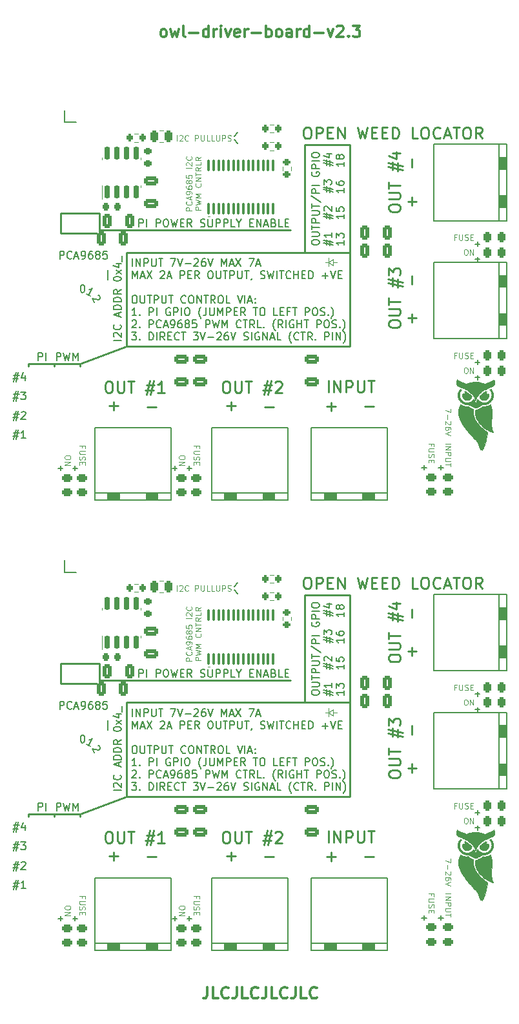
<source format=gbr>
%TF.GenerationSoftware,KiCad,Pcbnew,8.0.2+dfsg-1*%
%TF.CreationDate,2024-06-03T21:11:43+01:00*%
%TF.ProjectId,panel,70616e65-6c2e-46b6-9963-61645f706362,rev?*%
%TF.SameCoordinates,Original*%
%TF.FileFunction,Legend,Top*%
%TF.FilePolarity,Positive*%
%FSLAX46Y46*%
G04 Gerber Fmt 4.6, Leading zero omitted, Abs format (unit mm)*
G04 Created by KiCad (PCBNEW 8.0.2+dfsg-1) date 2024-06-03 21:11:43*
%MOMM*%
%LPD*%
G01*
G04 APERTURE LIST*
G04 Aperture macros list*
%AMRoundRect*
0 Rectangle with rounded corners*
0 $1 Rounding radius*
0 $2 $3 $4 $5 $6 $7 $8 $9 X,Y pos of 4 corners*
0 Add a 4 corners polygon primitive as box body*
4,1,4,$2,$3,$4,$5,$6,$7,$8,$9,$2,$3,0*
0 Add four circle primitives for the rounded corners*
1,1,$1+$1,$2,$3*
1,1,$1+$1,$4,$5*
1,1,$1+$1,$6,$7*
1,1,$1+$1,$8,$9*
0 Add four rect primitives between the rounded corners*
20,1,$1+$1,$2,$3,$4,$5,0*
20,1,$1+$1,$4,$5,$6,$7,0*
20,1,$1+$1,$6,$7,$8,$9,0*
20,1,$1+$1,$8,$9,$2,$3,0*%
%AMFreePoly0*
4,1,19,0.500000,-0.750000,0.000000,-0.750000,0.000000,-0.744911,-0.071157,-0.744911,-0.207708,-0.704816,-0.327430,-0.627875,-0.420627,-0.520320,-0.479746,-0.390866,-0.500000,-0.250000,-0.500000,0.250000,-0.479746,0.390866,-0.420627,0.520320,-0.327430,0.627875,-0.207708,0.704816,-0.071157,0.744911,0.000000,0.744911,0.000000,0.750000,0.500000,0.750000,0.500000,-0.750000,0.500000,-0.750000,
$1*%
%AMFreePoly1*
4,1,19,0.000000,0.744911,0.071157,0.744911,0.207708,0.704816,0.327430,0.627875,0.420627,0.520320,0.479746,0.390866,0.500000,0.250000,0.500000,-0.250000,0.479746,-0.390866,0.420627,-0.520320,0.327430,-0.627875,0.207708,-0.704816,0.071157,-0.744911,0.000000,-0.744911,0.000000,-0.750000,-0.500000,-0.750000,-0.500000,0.750000,0.000000,0.750000,0.000000,0.744911,0.000000,0.744911,
$1*%
G04 Aperture macros list end*
%ADD10C,0.150000*%
%ADD11C,0.010000*%
%ADD12C,0.250000*%
%ADD13C,0.120000*%
%ADD14C,0.240000*%
%ADD15C,0.300000*%
%ADD16C,0.100000*%
%ADD17RoundRect,0.200000X0.275000X-0.200000X0.275000X0.200000X-0.275000X0.200000X-0.275000X-0.200000X0*%
%ADD18RoundRect,0.200000X-0.200000X-0.275000X0.200000X-0.275000X0.200000X0.275000X-0.200000X0.275000X0*%
%ADD19C,2.500000*%
%ADD20C,6.200000*%
%ADD21C,1.000000*%
%ADD22R,3.600000X2.700000*%
%ADD23RoundRect,0.250000X0.650000X-0.325000X0.650000X0.325000X-0.650000X0.325000X-0.650000X-0.325000X0*%
%ADD24R,3.100000X2.400000*%
%ADD25RoundRect,0.150000X0.150000X-0.737500X0.150000X0.737500X-0.150000X0.737500X-0.150000X-0.737500X0*%
%ADD26RoundRect,0.250000X-0.250000X-0.475000X0.250000X-0.475000X0.250000X0.475000X-0.250000X0.475000X0*%
%ADD27RoundRect,0.243750X0.456250X-0.243750X0.456250X0.243750X-0.456250X0.243750X-0.456250X-0.243750X0*%
%ADD28RoundRect,0.250000X-0.325000X-0.650000X0.325000X-0.650000X0.325000X0.650000X-0.325000X0.650000X0*%
%ADD29R,1.200000X2.250000*%
%ADD30RoundRect,0.243750X0.243750X0.456250X-0.243750X0.456250X-0.243750X-0.456250X0.243750X-0.456250X0*%
%ADD31C,4.950000*%
%ADD32R,1.100000X1.100000*%
%ADD33RoundRect,0.225000X-0.250000X0.225000X-0.250000X-0.225000X0.250000X-0.225000X0.250000X0.225000X0*%
%ADD34C,1.500000*%
%ADD35RoundRect,0.100000X0.100000X-0.637500X0.100000X0.637500X-0.100000X0.637500X-0.100000X-0.637500X0*%
%ADD36C,2.082800*%
%ADD37RoundRect,0.250000X-0.650000X0.325000X-0.650000X-0.325000X0.650000X-0.325000X0.650000X0.325000X0*%
%ADD38FreePoly0,0.000000*%
%ADD39FreePoly1,0.000000*%
%ADD40R,1.727200X1.727200*%
%ADD41O,1.727200X1.727200*%
%ADD42RoundRect,0.225000X0.225000X0.250000X-0.225000X0.250000X-0.225000X-0.250000X0.225000X-0.250000X0*%
%ADD43RoundRect,0.250000X0.325000X0.650000X-0.325000X0.650000X-0.325000X-0.650000X0.325000X-0.650000X0*%
%ADD44C,1.600000*%
G04 APERTURE END LIST*
D10*
X145500000Y-37100000D02*
X145100000Y-36600000D01*
D11*
X174776596Y-130324515D02*
X174777833Y-130324623D01*
X174779152Y-130324835D01*
X174780558Y-130325152D01*
X174782055Y-130325577D01*
X174783649Y-130326110D01*
X174785344Y-130326753D01*
X174787145Y-130327508D01*
X174789057Y-130328377D01*
X174791085Y-130329362D01*
X174793232Y-130330464D01*
X174795505Y-130331684D01*
X174797908Y-130333025D01*
X174800446Y-130334489D01*
X174805945Y-130337789D01*
X174812041Y-130341599D01*
X174818771Y-130345931D01*
X174826175Y-130350799D01*
X174839131Y-130359037D01*
X174854267Y-130368034D01*
X174889935Y-130387759D01*
X174930891Y-130408889D01*
X174974850Y-130430337D01*
X175019525Y-130451017D01*
X175062630Y-130469841D01*
X175101879Y-130485723D01*
X175119343Y-130492221D01*
X175134986Y-130497577D01*
X175171318Y-130508787D01*
X175207832Y-130518969D01*
X175244447Y-130528113D01*
X175281080Y-130536214D01*
X175317647Y-130543262D01*
X175354066Y-130549250D01*
X175390253Y-130554172D01*
X175426127Y-130558018D01*
X175461603Y-130560781D01*
X175496600Y-130562454D01*
X175531034Y-130563030D01*
X175564823Y-130562499D01*
X175597883Y-130560855D01*
X175630131Y-130558090D01*
X175661486Y-130554196D01*
X175691863Y-130549167D01*
X175696775Y-130548331D01*
X175701367Y-130547766D01*
X175703572Y-130547599D01*
X175705731Y-130547517D01*
X175707858Y-130547525D01*
X175709962Y-130547628D01*
X175712056Y-130547833D01*
X175714152Y-130548144D01*
X175716262Y-130548568D01*
X175718396Y-130549110D01*
X175720567Y-130549775D01*
X175722786Y-130550570D01*
X175725066Y-130551499D01*
X175727417Y-130552569D01*
X175729851Y-130553784D01*
X175732381Y-130555151D01*
X175735017Y-130556675D01*
X175737772Y-130558361D01*
X175743684Y-130562245D01*
X175750210Y-130566846D01*
X175757444Y-130572209D01*
X175765478Y-130578378D01*
X175774407Y-130585400D01*
X175784324Y-130593317D01*
X175807104Y-130611035D01*
X175831937Y-130629287D01*
X175858731Y-130648020D01*
X175887392Y-130667180D01*
X175949945Y-130706572D01*
X176018851Y-130747039D01*
X176093365Y-130788158D01*
X176172742Y-130829506D01*
X176256238Y-130870658D01*
X176343108Y-130911192D01*
X176416599Y-130944826D01*
X176439584Y-130955557D01*
X176448772Y-130960091D01*
X176448892Y-130960330D01*
X176448973Y-130960818D01*
X176449019Y-130962513D01*
X176448915Y-130965127D01*
X176448669Y-130968608D01*
X176447773Y-130977967D01*
X176446381Y-130990183D01*
X176444542Y-131004848D01*
X176442308Y-131021555D01*
X176439727Y-131039895D01*
X176436851Y-131059461D01*
X176428562Y-131125488D01*
X176423411Y-131192828D01*
X176421388Y-131261422D01*
X176422479Y-131331208D01*
X176426672Y-131402125D01*
X176433956Y-131474114D01*
X176444317Y-131547112D01*
X176457743Y-131621058D01*
X176474223Y-131695893D01*
X176493744Y-131771555D01*
X176516294Y-131847983D01*
X176541860Y-131925116D01*
X176570431Y-132002893D01*
X176601994Y-132081254D01*
X176636536Y-132160137D01*
X176674047Y-132239482D01*
X176723846Y-132337291D01*
X176776607Y-132433519D01*
X176832384Y-132528227D01*
X176891227Y-132621478D01*
X176953190Y-132713334D01*
X177018324Y-132803857D01*
X177086681Y-132893108D01*
X177158314Y-132981151D01*
X177233274Y-133068047D01*
X177311613Y-133153859D01*
X177393384Y-133238649D01*
X177478639Y-133322478D01*
X177567429Y-133405409D01*
X177659808Y-133487504D01*
X177755826Y-133568826D01*
X177855537Y-133649436D01*
X177894472Y-133679146D01*
X177941069Y-133712907D01*
X177993816Y-133749711D01*
X178051203Y-133788548D01*
X178111718Y-133828410D01*
X178173850Y-133868290D01*
X178236088Y-133907178D01*
X178296922Y-133944066D01*
X178301679Y-133946962D01*
X178305983Y-133949710D01*
X178309847Y-133952330D01*
X178313287Y-133954842D01*
X178316316Y-133957264D01*
X178318949Y-133959615D01*
X178321200Y-133961915D01*
X178323084Y-133964182D01*
X178323893Y-133965310D01*
X178324615Y-133966437D01*
X178325253Y-133967565D01*
X178325809Y-133968698D01*
X178326283Y-133969836D01*
X178326678Y-133970984D01*
X178326996Y-133972143D01*
X178327238Y-133973315D01*
X178327406Y-133974503D01*
X178327503Y-133975709D01*
X178327529Y-133976936D01*
X178327487Y-133978186D01*
X178327206Y-133980766D01*
X178326673Y-133983466D01*
X178321636Y-134007784D01*
X178311278Y-134059964D01*
X178280612Y-134217228D01*
X178222354Y-134500000D01*
X178154987Y-134797569D01*
X178085272Y-135081270D01*
X178051648Y-135208963D01*
X178019971Y-135322439D01*
X177950000Y-135552744D01*
X177881088Y-135756648D01*
X177847187Y-135848370D01*
X177813741Y-135933098D01*
X177780813Y-136010698D01*
X177748465Y-136081039D01*
X177716762Y-136143991D01*
X177685767Y-136199420D01*
X177655542Y-136247196D01*
X177626151Y-136287187D01*
X177597658Y-136319261D01*
X177570126Y-136343287D01*
X177543617Y-136359133D01*
X177518195Y-136366667D01*
X177512279Y-136367424D01*
X177506955Y-136367978D01*
X177502134Y-136368281D01*
X177499884Y-136368325D01*
X177497727Y-136368288D01*
X177495652Y-136368166D01*
X177493647Y-136367952D01*
X177491701Y-136367640D01*
X177489804Y-136367225D01*
X177487943Y-136366701D01*
X177486109Y-136366062D01*
X177484289Y-136365302D01*
X177482473Y-136364415D01*
X177480650Y-136363396D01*
X177478809Y-136362239D01*
X177476938Y-136360938D01*
X177475026Y-136359486D01*
X177473063Y-136357879D01*
X177471037Y-136356111D01*
X177466752Y-136352066D01*
X177462084Y-136347304D01*
X177456942Y-136341780D01*
X177451238Y-136335446D01*
X177444884Y-136328256D01*
X177444898Y-136328270D01*
X177429516Y-136309444D01*
X177413634Y-136287360D01*
X177397269Y-136262055D01*
X177380438Y-136233570D01*
X177363159Y-136201944D01*
X177345449Y-136167217D01*
X177327326Y-136129427D01*
X177308807Y-136088615D01*
X177289909Y-136044820D01*
X177270650Y-135998081D01*
X177251048Y-135948437D01*
X177231119Y-135895929D01*
X177210881Y-135840596D01*
X177190352Y-135782476D01*
X177148490Y-135658037D01*
X177094819Y-135494877D01*
X177055989Y-135379068D01*
X177027730Y-135296978D01*
X176746617Y-135007679D01*
X176553984Y-134808086D01*
X176393036Y-134637562D01*
X176236503Y-134466790D01*
X176057117Y-134266456D01*
X175961899Y-134158362D01*
X175869801Y-134051194D01*
X175763166Y-133924144D01*
X175624339Y-133756404D01*
X175577264Y-133697578D01*
X175518599Y-133621599D01*
X175382167Y-133439437D01*
X175246389Y-133252426D01*
X175188541Y-133170387D01*
X175142610Y-133103077D01*
X175073723Y-132997606D01*
X175008911Y-132894573D01*
X174948109Y-132793833D01*
X174891254Y-132695240D01*
X174838281Y-132598648D01*
X174789127Y-132503911D01*
X174743726Y-132410883D01*
X174702015Y-132319418D01*
X174663930Y-132229371D01*
X174629407Y-132140595D01*
X174598382Y-132052945D01*
X174570790Y-131966276D01*
X174546567Y-131880440D01*
X174525650Y-131795293D01*
X174507973Y-131710687D01*
X174493474Y-131626479D01*
X174489301Y-131595976D01*
X174485741Y-131562975D01*
X174480451Y-131490928D01*
X174477577Y-131413246D01*
X174477094Y-131332834D01*
X174478978Y-131252598D01*
X174483203Y-131175445D01*
X174489743Y-131104281D01*
X174493874Y-131071852D01*
X174498574Y-131042011D01*
X174508808Y-130987285D01*
X174519989Y-130934568D01*
X174532239Y-130883439D01*
X174545677Y-130833477D01*
X174560423Y-130784261D01*
X174576597Y-130735369D01*
X174594318Y-130686380D01*
X174613706Y-130636872D01*
X174629280Y-130600216D01*
X174648142Y-130558531D01*
X174669162Y-130514081D01*
X174691208Y-130469134D01*
X174713150Y-130425955D01*
X174733856Y-130386809D01*
X174752195Y-130353962D01*
X174767036Y-130329679D01*
X174767686Y-130328759D01*
X174768366Y-130327925D01*
X174769080Y-130327176D01*
X174769833Y-130326517D01*
X174770630Y-130325947D01*
X174771475Y-130325469D01*
X174772373Y-130325084D01*
X174773330Y-130324795D01*
X174774349Y-130324603D01*
X174775437Y-130324509D01*
X174776596Y-130324515D01*
G36*
X174776596Y-130324515D02*
G01*
X174777833Y-130324623D01*
X174779152Y-130324835D01*
X174780558Y-130325152D01*
X174782055Y-130325577D01*
X174783649Y-130326110D01*
X174785344Y-130326753D01*
X174787145Y-130327508D01*
X174789057Y-130328377D01*
X174791085Y-130329362D01*
X174793232Y-130330464D01*
X174795505Y-130331684D01*
X174797908Y-130333025D01*
X174800446Y-130334489D01*
X174805945Y-130337789D01*
X174812041Y-130341599D01*
X174818771Y-130345931D01*
X174826175Y-130350799D01*
X174839131Y-130359037D01*
X174854267Y-130368034D01*
X174889935Y-130387759D01*
X174930891Y-130408889D01*
X174974850Y-130430337D01*
X175019525Y-130451017D01*
X175062630Y-130469841D01*
X175101879Y-130485723D01*
X175119343Y-130492221D01*
X175134986Y-130497577D01*
X175171318Y-130508787D01*
X175207832Y-130518969D01*
X175244447Y-130528113D01*
X175281080Y-130536214D01*
X175317647Y-130543262D01*
X175354066Y-130549250D01*
X175390253Y-130554172D01*
X175426127Y-130558018D01*
X175461603Y-130560781D01*
X175496600Y-130562454D01*
X175531034Y-130563030D01*
X175564823Y-130562499D01*
X175597883Y-130560855D01*
X175630131Y-130558090D01*
X175661486Y-130554196D01*
X175691863Y-130549167D01*
X175696775Y-130548331D01*
X175701367Y-130547766D01*
X175703572Y-130547599D01*
X175705731Y-130547517D01*
X175707858Y-130547525D01*
X175709962Y-130547628D01*
X175712056Y-130547833D01*
X175714152Y-130548144D01*
X175716262Y-130548568D01*
X175718396Y-130549110D01*
X175720567Y-130549775D01*
X175722786Y-130550570D01*
X175725066Y-130551499D01*
X175727417Y-130552569D01*
X175729851Y-130553784D01*
X175732381Y-130555151D01*
X175735017Y-130556675D01*
X175737772Y-130558361D01*
X175743684Y-130562245D01*
X175750210Y-130566846D01*
X175757444Y-130572209D01*
X175765478Y-130578378D01*
X175774407Y-130585400D01*
X175784324Y-130593317D01*
X175807104Y-130611035D01*
X175831937Y-130629287D01*
X175858731Y-130648020D01*
X175887392Y-130667180D01*
X175949945Y-130706572D01*
X176018851Y-130747039D01*
X176093365Y-130788158D01*
X176172742Y-130829506D01*
X176256238Y-130870658D01*
X176343108Y-130911192D01*
X176416599Y-130944826D01*
X176439584Y-130955557D01*
X176448772Y-130960091D01*
X176448892Y-130960330D01*
X176448973Y-130960818D01*
X176449019Y-130962513D01*
X176448915Y-130965127D01*
X176448669Y-130968608D01*
X176447773Y-130977967D01*
X176446381Y-130990183D01*
X176444542Y-131004848D01*
X176442308Y-131021555D01*
X176439727Y-131039895D01*
X176436851Y-131059461D01*
X176428562Y-131125488D01*
X176423411Y-131192828D01*
X176421388Y-131261422D01*
X176422479Y-131331208D01*
X176426672Y-131402125D01*
X176433956Y-131474114D01*
X176444317Y-131547112D01*
X176457743Y-131621058D01*
X176474223Y-131695893D01*
X176493744Y-131771555D01*
X176516294Y-131847983D01*
X176541860Y-131925116D01*
X176570431Y-132002893D01*
X176601994Y-132081254D01*
X176636536Y-132160137D01*
X176674047Y-132239482D01*
X176723846Y-132337291D01*
X176776607Y-132433519D01*
X176832384Y-132528227D01*
X176891227Y-132621478D01*
X176953190Y-132713334D01*
X177018324Y-132803857D01*
X177086681Y-132893108D01*
X177158314Y-132981151D01*
X177233274Y-133068047D01*
X177311613Y-133153859D01*
X177393384Y-133238649D01*
X177478639Y-133322478D01*
X177567429Y-133405409D01*
X177659808Y-133487504D01*
X177755826Y-133568826D01*
X177855537Y-133649436D01*
X177894472Y-133679146D01*
X177941069Y-133712907D01*
X177993816Y-133749711D01*
X178051203Y-133788548D01*
X178111718Y-133828410D01*
X178173850Y-133868290D01*
X178236088Y-133907178D01*
X178296922Y-133944066D01*
X178301679Y-133946962D01*
X178305983Y-133949710D01*
X178309847Y-133952330D01*
X178313287Y-133954842D01*
X178316316Y-133957264D01*
X178318949Y-133959615D01*
X178321200Y-133961915D01*
X178323084Y-133964182D01*
X178323893Y-133965310D01*
X178324615Y-133966437D01*
X178325253Y-133967565D01*
X178325809Y-133968698D01*
X178326283Y-133969836D01*
X178326678Y-133970984D01*
X178326996Y-133972143D01*
X178327238Y-133973315D01*
X178327406Y-133974503D01*
X178327503Y-133975709D01*
X178327529Y-133976936D01*
X178327487Y-133978186D01*
X178327206Y-133980766D01*
X178326673Y-133983466D01*
X178321636Y-134007784D01*
X178311278Y-134059964D01*
X178280612Y-134217228D01*
X178222354Y-134500000D01*
X178154987Y-134797569D01*
X178085272Y-135081270D01*
X178051648Y-135208963D01*
X178019971Y-135322439D01*
X177950000Y-135552744D01*
X177881088Y-135756648D01*
X177847187Y-135848370D01*
X177813741Y-135933098D01*
X177780813Y-136010698D01*
X177748465Y-136081039D01*
X177716762Y-136143991D01*
X177685767Y-136199420D01*
X177655542Y-136247196D01*
X177626151Y-136287187D01*
X177597658Y-136319261D01*
X177570126Y-136343287D01*
X177543617Y-136359133D01*
X177518195Y-136366667D01*
X177512279Y-136367424D01*
X177506955Y-136367978D01*
X177502134Y-136368281D01*
X177499884Y-136368325D01*
X177497727Y-136368288D01*
X177495652Y-136368166D01*
X177493647Y-136367952D01*
X177491701Y-136367640D01*
X177489804Y-136367225D01*
X177487943Y-136366701D01*
X177486109Y-136366062D01*
X177484289Y-136365302D01*
X177482473Y-136364415D01*
X177480650Y-136363396D01*
X177478809Y-136362239D01*
X177476938Y-136360938D01*
X177475026Y-136359486D01*
X177473063Y-136357879D01*
X177471037Y-136356111D01*
X177466752Y-136352066D01*
X177462084Y-136347304D01*
X177456942Y-136341780D01*
X177451238Y-136335446D01*
X177444884Y-136328256D01*
X177444898Y-136328270D01*
X177429516Y-136309444D01*
X177413634Y-136287360D01*
X177397269Y-136262055D01*
X177380438Y-136233570D01*
X177363159Y-136201944D01*
X177345449Y-136167217D01*
X177327326Y-136129427D01*
X177308807Y-136088615D01*
X177289909Y-136044820D01*
X177270650Y-135998081D01*
X177251048Y-135948437D01*
X177231119Y-135895929D01*
X177210881Y-135840596D01*
X177190352Y-135782476D01*
X177148490Y-135658037D01*
X177094819Y-135494877D01*
X177055989Y-135379068D01*
X177027730Y-135296978D01*
X176746617Y-135007679D01*
X176553984Y-134808086D01*
X176393036Y-134637562D01*
X176236503Y-134466790D01*
X176057117Y-134266456D01*
X175961899Y-134158362D01*
X175869801Y-134051194D01*
X175763166Y-133924144D01*
X175624339Y-133756404D01*
X175577264Y-133697578D01*
X175518599Y-133621599D01*
X175382167Y-133439437D01*
X175246389Y-133252426D01*
X175188541Y-133170387D01*
X175142610Y-133103077D01*
X175073723Y-132997606D01*
X175008911Y-132894573D01*
X174948109Y-132793833D01*
X174891254Y-132695240D01*
X174838281Y-132598648D01*
X174789127Y-132503911D01*
X174743726Y-132410883D01*
X174702015Y-132319418D01*
X174663930Y-132229371D01*
X174629407Y-132140595D01*
X174598382Y-132052945D01*
X174570790Y-131966276D01*
X174546567Y-131880440D01*
X174525650Y-131795293D01*
X174507973Y-131710687D01*
X174493474Y-131626479D01*
X174489301Y-131595976D01*
X174485741Y-131562975D01*
X174480451Y-131490928D01*
X174477577Y-131413246D01*
X174477094Y-131332834D01*
X174478978Y-131252598D01*
X174483203Y-131175445D01*
X174489743Y-131104281D01*
X174493874Y-131071852D01*
X174498574Y-131042011D01*
X174508808Y-130987285D01*
X174519989Y-130934568D01*
X174532239Y-130883439D01*
X174545677Y-130833477D01*
X174560423Y-130784261D01*
X174576597Y-130735369D01*
X174594318Y-130686380D01*
X174613706Y-130636872D01*
X174629280Y-130600216D01*
X174648142Y-130558531D01*
X174669162Y-130514081D01*
X174691208Y-130469134D01*
X174713150Y-130425955D01*
X174733856Y-130386809D01*
X174752195Y-130353962D01*
X174767036Y-130329679D01*
X174767686Y-130328759D01*
X174768366Y-130327925D01*
X174769080Y-130327176D01*
X174769833Y-130326517D01*
X174770630Y-130325947D01*
X174771475Y-130325469D01*
X174772373Y-130325084D01*
X174773330Y-130324795D01*
X174774349Y-130324603D01*
X174775437Y-130324509D01*
X174776596Y-130324515D01*
G37*
D12*
X124897469Y-66000000D02*
X124900000Y-66347641D01*
X118097469Y-125000000D02*
X118100000Y-125347641D01*
D11*
X178749335Y-128306920D02*
X178751627Y-128308315D01*
X178757613Y-128313677D01*
X178765285Y-128322194D01*
X178774429Y-128333537D01*
X178784828Y-128347378D01*
X178796268Y-128363387D01*
X178808533Y-128381234D01*
X178821408Y-128400593D01*
X178848123Y-128442525D01*
X178874690Y-128486553D01*
X178887379Y-128508530D01*
X178899385Y-128530044D01*
X178910492Y-128550766D01*
X178920484Y-128570368D01*
X178936158Y-128603100D01*
X178950722Y-128635688D01*
X178964189Y-128668191D01*
X178976573Y-128700669D01*
X178987889Y-128733182D01*
X178998149Y-128765788D01*
X179007368Y-128798547D01*
X179015560Y-128831519D01*
X179022737Y-128864762D01*
X179028914Y-128898337D01*
X179034106Y-128932303D01*
X179038324Y-128966719D01*
X179041584Y-129001644D01*
X179043899Y-129037139D01*
X179045283Y-129073262D01*
X179045749Y-129110073D01*
X179045319Y-129146332D01*
X179043990Y-129181840D01*
X179041745Y-129216681D01*
X179038564Y-129250933D01*
X179034427Y-129284681D01*
X179029317Y-129318003D01*
X179023213Y-129350983D01*
X179016097Y-129383701D01*
X179007950Y-129416239D01*
X178998753Y-129448679D01*
X178988486Y-129481100D01*
X178977131Y-129513586D01*
X178964669Y-129546217D01*
X178951080Y-129579075D01*
X178936346Y-129612240D01*
X178920447Y-129645796D01*
X178892848Y-129698976D01*
X178862821Y-129750455D01*
X178830439Y-129800170D01*
X178795770Y-129848058D01*
X178758885Y-129894059D01*
X178719854Y-129938109D01*
X178678748Y-129980147D01*
X178635636Y-130020112D01*
X178590590Y-130057940D01*
X178543679Y-130093570D01*
X178494974Y-130126941D01*
X178444544Y-130157989D01*
X178392461Y-130186653D01*
X178338793Y-130212872D01*
X178283613Y-130236582D01*
X178226989Y-130257723D01*
X178179928Y-130273379D01*
X178158211Y-130280013D01*
X178137271Y-130285918D01*
X178116785Y-130291140D01*
X178096429Y-130295728D01*
X178075879Y-130299731D01*
X178054812Y-130303198D01*
X178032905Y-130306177D01*
X178009833Y-130308716D01*
X177985274Y-130310864D01*
X177958903Y-130312671D01*
X177899434Y-130315450D01*
X177828836Y-130317443D01*
X177636554Y-130321743D01*
X177605104Y-130346243D01*
X177583974Y-130362221D01*
X177560755Y-130378874D01*
X177508660Y-130413859D01*
X177450042Y-130450496D01*
X177386122Y-130488088D01*
X177318125Y-130525934D01*
X177247272Y-130563337D01*
X177174786Y-130599596D01*
X177101890Y-130634013D01*
X176991052Y-130683107D01*
X176867786Y-130735538D01*
X176766092Y-130777101D01*
X176733959Y-130789368D01*
X176719970Y-130793591D01*
X176719322Y-130793486D01*
X176718510Y-130793303D01*
X176717547Y-130793047D01*
X176716444Y-130792721D01*
X176713868Y-130791879D01*
X176710875Y-130790812D01*
X176707562Y-130789555D01*
X176704024Y-130788143D01*
X176700355Y-130786610D01*
X176696651Y-130784991D01*
X176696614Y-130784981D01*
X176636674Y-130759209D01*
X176517633Y-130708501D01*
X176417272Y-130664801D01*
X176322265Y-130621298D01*
X176232900Y-130578141D01*
X176149463Y-130535484D01*
X176072241Y-130493476D01*
X176001522Y-130452269D01*
X175937592Y-130412014D01*
X175880738Y-130372863D01*
X175807639Y-130319913D01*
X175644998Y-130319913D01*
X175582712Y-130319260D01*
X175526737Y-130317145D01*
X175475423Y-130313329D01*
X175450998Y-130310710D01*
X175427119Y-130307577D01*
X175403580Y-130303900D01*
X175380175Y-130299651D01*
X175356697Y-130294799D01*
X175332940Y-130289314D01*
X175283765Y-130276331D01*
X175230998Y-130260463D01*
X175178211Y-130242069D01*
X175125688Y-130220359D01*
X175073641Y-130195514D01*
X175022281Y-130167714D01*
X174971820Y-130137139D01*
X174922470Y-130103969D01*
X174874442Y-130068385D01*
X174827949Y-130030566D01*
X174783201Y-129990693D01*
X174740410Y-129948947D01*
X174699788Y-129905506D01*
X174661546Y-129860552D01*
X174625896Y-129814265D01*
X174593050Y-129766825D01*
X174563220Y-129718411D01*
X174536616Y-129669206D01*
X174510819Y-129614753D01*
X174487704Y-129559378D01*
X174467285Y-129503206D01*
X174449572Y-129446365D01*
X174434579Y-129388981D01*
X174422315Y-129331182D01*
X174412794Y-129273095D01*
X174406027Y-129214847D01*
X174402025Y-129156564D01*
X174400801Y-129098374D01*
X174402365Y-129040405D01*
X174406731Y-128982782D01*
X174413909Y-128925633D01*
X174423911Y-128869085D01*
X174436749Y-128813265D01*
X174452436Y-128758300D01*
X174461166Y-128731943D01*
X174470924Y-128705132D01*
X174481640Y-128677994D01*
X174493244Y-128650652D01*
X174505668Y-128623235D01*
X174518841Y-128595866D01*
X174532695Y-128568672D01*
X174547159Y-128541778D01*
X174562165Y-128515310D01*
X174577644Y-128489394D01*
X174593525Y-128464156D01*
X174609739Y-128439721D01*
X174626217Y-128416214D01*
X174642890Y-128393762D01*
X174659688Y-128372490D01*
X174676541Y-128352525D01*
X174710542Y-128313661D01*
X174795251Y-128342826D01*
X174828444Y-128354392D01*
X174856200Y-128364327D01*
X174875614Y-128371572D01*
X174881285Y-128373856D01*
X174883781Y-128375069D01*
X174883946Y-128375259D01*
X174884051Y-128375510D01*
X174884095Y-128375820D01*
X174884079Y-128376187D01*
X174884006Y-128376611D01*
X174883877Y-128377088D01*
X174883692Y-128377618D01*
X174883452Y-128378198D01*
X174882816Y-128379503D01*
X174881976Y-128380989D01*
X174880944Y-128382641D01*
X174879729Y-128384445D01*
X174878340Y-128386388D01*
X174876788Y-128388455D01*
X174875081Y-128390632D01*
X174873229Y-128392904D01*
X174871243Y-128395258D01*
X174869131Y-128397679D01*
X174866903Y-128400153D01*
X174864570Y-128402667D01*
X174856759Y-128411517D01*
X174848022Y-128422375D01*
X174838504Y-128435005D01*
X174828349Y-128449172D01*
X174806711Y-128481182D01*
X174784267Y-128516527D01*
X174762175Y-128553328D01*
X174741595Y-128589707D01*
X174723686Y-128623788D01*
X174716095Y-128639380D01*
X174709607Y-128653692D01*
X174688953Y-128704828D01*
X174670996Y-128756566D01*
X174655737Y-128808790D01*
X174643178Y-128861381D01*
X174633318Y-128914225D01*
X174626159Y-128967203D01*
X174621702Y-129020199D01*
X174619948Y-129073096D01*
X174620897Y-129125778D01*
X174624550Y-129178127D01*
X174630908Y-129230027D01*
X174639973Y-129281361D01*
X174651744Y-129332012D01*
X174666223Y-129381863D01*
X174683410Y-129430798D01*
X174703307Y-129478700D01*
X174733840Y-129541220D01*
X174767967Y-129600917D01*
X174805537Y-129657680D01*
X174846400Y-129711403D01*
X174890406Y-129761977D01*
X174937403Y-129809293D01*
X174987242Y-129853243D01*
X175039771Y-129893720D01*
X175094840Y-129930614D01*
X175152299Y-129963818D01*
X175211996Y-129993224D01*
X175273783Y-130018722D01*
X175337507Y-130040205D01*
X175403018Y-130057565D01*
X175470166Y-130070693D01*
X175504307Y-130075636D01*
X175538800Y-130079481D01*
X175569407Y-130081831D01*
X175600458Y-130083128D01*
X175631863Y-130083385D01*
X175663535Y-130082617D01*
X175695385Y-130080838D01*
X175727325Y-130078064D01*
X175759266Y-130074308D01*
X175791120Y-130069585D01*
X175822799Y-130063909D01*
X175854213Y-130057295D01*
X175885275Y-130049758D01*
X175915896Y-130041311D01*
X175945988Y-130031970D01*
X175975463Y-130021748D01*
X176004231Y-130010660D01*
X176032205Y-129998721D01*
X176059237Y-129985780D01*
X176087249Y-129970832D01*
X176116001Y-129954075D01*
X176145251Y-129935703D01*
X176174759Y-129915913D01*
X176204283Y-129894902D01*
X176233582Y-129872866D01*
X176262415Y-129850000D01*
X176290541Y-129826501D01*
X176317720Y-129802565D01*
X176343710Y-129778388D01*
X176368270Y-129754168D01*
X176391159Y-129730098D01*
X176412136Y-129706377D01*
X176430960Y-129683200D01*
X176447391Y-129660763D01*
X176454497Y-129650442D01*
X176460759Y-129641572D01*
X176463624Y-129637716D01*
X176466338Y-129634267D01*
X176468920Y-129631237D01*
X176471391Y-129628641D01*
X176473771Y-129626494D01*
X176476080Y-129624809D01*
X176478337Y-129623602D01*
X176480562Y-129622886D01*
X176481669Y-129622716D01*
X176482776Y-129622675D01*
X176483885Y-129622764D01*
X176484998Y-129622984D01*
X176486118Y-129623339D01*
X176487248Y-129623828D01*
X176489546Y-129625220D01*
X176491912Y-129627175D01*
X176494366Y-129629707D01*
X176496928Y-129632830D01*
X176499617Y-129636559D01*
X176502454Y-129640908D01*
X176505459Y-129645892D01*
X176508651Y-129651523D01*
X176512051Y-129657818D01*
X176519551Y-129672453D01*
X176528121Y-129689911D01*
X176549102Y-129733753D01*
X176562950Y-129763940D01*
X176576876Y-129796522D01*
X176604563Y-129867542D01*
X176631367Y-129944153D01*
X176656489Y-130023695D01*
X176679133Y-130103508D01*
X176698502Y-130180933D01*
X176713797Y-130253310D01*
X176719668Y-130286774D01*
X176724221Y-130317979D01*
X176725510Y-130327423D01*
X176726803Y-130336135D01*
X176728068Y-130343930D01*
X176729272Y-130350624D01*
X176730382Y-130356033D01*
X176731365Y-130359975D01*
X176731799Y-130361338D01*
X176732190Y-130362264D01*
X176732532Y-130362732D01*
X176732683Y-130362787D01*
X176732822Y-130362718D01*
X176733139Y-130362018D01*
X176733598Y-130360473D01*
X176734902Y-130355024D01*
X176736666Y-130346731D01*
X176738816Y-130335954D01*
X176741283Y-130323050D01*
X176743995Y-130308378D01*
X176749871Y-130275168D01*
X176757340Y-130233670D01*
X176765363Y-130193014D01*
X176773957Y-130153135D01*
X176783138Y-130113967D01*
X176792921Y-130075446D01*
X176803322Y-130037504D01*
X176814357Y-130000078D01*
X176826041Y-129963101D01*
X176838993Y-129926426D01*
X176856109Y-129882219D01*
X176875999Y-129833662D01*
X176897277Y-129783934D01*
X176918551Y-129736218D01*
X176938432Y-129693693D01*
X176955533Y-129659542D01*
X176962606Y-129646600D01*
X176968463Y-129636944D01*
X176985072Y-129611733D01*
X177025472Y-129668263D01*
X177035855Y-129682149D01*
X177047914Y-129697146D01*
X177061450Y-129713063D01*
X177076264Y-129729709D01*
X177092160Y-129746891D01*
X177108939Y-129764418D01*
X177144354Y-129799740D01*
X177180926Y-129834140D01*
X177199150Y-129850515D01*
X177217069Y-129866084D01*
X177234486Y-129880656D01*
X177251201Y-129894039D01*
X177267018Y-129906040D01*
X177281737Y-129916469D01*
X177323134Y-129943072D01*
X177365453Y-129967329D01*
X177408609Y-129989255D01*
X177452521Y-130008865D01*
X177497103Y-130026173D01*
X177542274Y-130041194D01*
X177587948Y-130053942D01*
X177634044Y-130064433D01*
X177680477Y-130072680D01*
X177727164Y-130078699D01*
X177774021Y-130082505D01*
X177820966Y-130084110D01*
X177867914Y-130083531D01*
X177914782Y-130080782D01*
X177961486Y-130075877D01*
X178007944Y-130068832D01*
X178054072Y-130059660D01*
X178099785Y-130048377D01*
X178145002Y-130034997D01*
X178189638Y-130019534D01*
X178233609Y-130002004D01*
X178276833Y-129982420D01*
X178319226Y-129960798D01*
X178360704Y-129937152D01*
X178401185Y-129911497D01*
X178440583Y-129883847D01*
X178478817Y-129854217D01*
X178515803Y-129822621D01*
X178551456Y-129789075D01*
X178585694Y-129753593D01*
X178618434Y-129716189D01*
X178649591Y-129676878D01*
X178660459Y-129662013D01*
X178671474Y-129646096D01*
X178682567Y-129629258D01*
X178693668Y-129611632D01*
X178715618Y-129574541D01*
X178736770Y-129535877D01*
X178756568Y-129496693D01*
X178774458Y-129458045D01*
X178782515Y-129439251D01*
X178789886Y-129420986D01*
X178796503Y-129403381D01*
X178802297Y-129386570D01*
X178811991Y-129354493D01*
X178820553Y-129321060D01*
X178827978Y-129286450D01*
X178834261Y-129250846D01*
X178839397Y-129214429D01*
X178843380Y-129177380D01*
X178846206Y-129139879D01*
X178847869Y-129102109D01*
X178848364Y-129064251D01*
X178847686Y-129026485D01*
X178845830Y-128988994D01*
X178842791Y-128951958D01*
X178838563Y-128915559D01*
X178833141Y-128879977D01*
X178826521Y-128845395D01*
X178818696Y-128811993D01*
X178812791Y-128790636D01*
X178805872Y-128768424D01*
X178798010Y-128745505D01*
X178789278Y-128722028D01*
X178779748Y-128698141D01*
X178769493Y-128673992D01*
X178758585Y-128649731D01*
X178747096Y-128625505D01*
X178735098Y-128601463D01*
X178722663Y-128577754D01*
X178709864Y-128554526D01*
X178696773Y-128531927D01*
X178683462Y-128510106D01*
X178670004Y-128489212D01*
X178656471Y-128469393D01*
X178642934Y-128450797D01*
X178622143Y-128422865D01*
X178605115Y-128399346D01*
X178598562Y-128390014D01*
X178593609Y-128382712D01*
X178590476Y-128377750D01*
X178589661Y-128376242D01*
X178589383Y-128375436D01*
X178589805Y-128374801D01*
X178591037Y-128373842D01*
X178595723Y-128371043D01*
X178612531Y-128362548D01*
X178636492Y-128351398D01*
X178664290Y-128339038D01*
X178692610Y-128326916D01*
X178718137Y-128316478D01*
X178737553Y-128309169D01*
X178743934Y-128307140D01*
X178747544Y-128306436D01*
X178749335Y-128306920D01*
G36*
X178749335Y-128306920D02*
G01*
X178751627Y-128308315D01*
X178757613Y-128313677D01*
X178765285Y-128322194D01*
X178774429Y-128333537D01*
X178784828Y-128347378D01*
X178796268Y-128363387D01*
X178808533Y-128381234D01*
X178821408Y-128400593D01*
X178848123Y-128442525D01*
X178874690Y-128486553D01*
X178887379Y-128508530D01*
X178899385Y-128530044D01*
X178910492Y-128550766D01*
X178920484Y-128570368D01*
X178936158Y-128603100D01*
X178950722Y-128635688D01*
X178964189Y-128668191D01*
X178976573Y-128700669D01*
X178987889Y-128733182D01*
X178998149Y-128765788D01*
X179007368Y-128798547D01*
X179015560Y-128831519D01*
X179022737Y-128864762D01*
X179028914Y-128898337D01*
X179034106Y-128932303D01*
X179038324Y-128966719D01*
X179041584Y-129001644D01*
X179043899Y-129037139D01*
X179045283Y-129073262D01*
X179045749Y-129110073D01*
X179045319Y-129146332D01*
X179043990Y-129181840D01*
X179041745Y-129216681D01*
X179038564Y-129250933D01*
X179034427Y-129284681D01*
X179029317Y-129318003D01*
X179023213Y-129350983D01*
X179016097Y-129383701D01*
X179007950Y-129416239D01*
X178998753Y-129448679D01*
X178988486Y-129481100D01*
X178977131Y-129513586D01*
X178964669Y-129546217D01*
X178951080Y-129579075D01*
X178936346Y-129612240D01*
X178920447Y-129645796D01*
X178892848Y-129698976D01*
X178862821Y-129750455D01*
X178830439Y-129800170D01*
X178795770Y-129848058D01*
X178758885Y-129894059D01*
X178719854Y-129938109D01*
X178678748Y-129980147D01*
X178635636Y-130020112D01*
X178590590Y-130057940D01*
X178543679Y-130093570D01*
X178494974Y-130126941D01*
X178444544Y-130157989D01*
X178392461Y-130186653D01*
X178338793Y-130212872D01*
X178283613Y-130236582D01*
X178226989Y-130257723D01*
X178179928Y-130273379D01*
X178158211Y-130280013D01*
X178137271Y-130285918D01*
X178116785Y-130291140D01*
X178096429Y-130295728D01*
X178075879Y-130299731D01*
X178054812Y-130303198D01*
X178032905Y-130306177D01*
X178009833Y-130308716D01*
X177985274Y-130310864D01*
X177958903Y-130312671D01*
X177899434Y-130315450D01*
X177828836Y-130317443D01*
X177636554Y-130321743D01*
X177605104Y-130346243D01*
X177583974Y-130362221D01*
X177560755Y-130378874D01*
X177508660Y-130413859D01*
X177450042Y-130450496D01*
X177386122Y-130488088D01*
X177318125Y-130525934D01*
X177247272Y-130563337D01*
X177174786Y-130599596D01*
X177101890Y-130634013D01*
X176991052Y-130683107D01*
X176867786Y-130735538D01*
X176766092Y-130777101D01*
X176733959Y-130789368D01*
X176719970Y-130793591D01*
X176719322Y-130793486D01*
X176718510Y-130793303D01*
X176717547Y-130793047D01*
X176716444Y-130792721D01*
X176713868Y-130791879D01*
X176710875Y-130790812D01*
X176707562Y-130789555D01*
X176704024Y-130788143D01*
X176700355Y-130786610D01*
X176696651Y-130784991D01*
X176696614Y-130784981D01*
X176636674Y-130759209D01*
X176517633Y-130708501D01*
X176417272Y-130664801D01*
X176322265Y-130621298D01*
X176232900Y-130578141D01*
X176149463Y-130535484D01*
X176072241Y-130493476D01*
X176001522Y-130452269D01*
X175937592Y-130412014D01*
X175880738Y-130372863D01*
X175807639Y-130319913D01*
X175644998Y-130319913D01*
X175582712Y-130319260D01*
X175526737Y-130317145D01*
X175475423Y-130313329D01*
X175450998Y-130310710D01*
X175427119Y-130307577D01*
X175403580Y-130303900D01*
X175380175Y-130299651D01*
X175356697Y-130294799D01*
X175332940Y-130289314D01*
X175283765Y-130276331D01*
X175230998Y-130260463D01*
X175178211Y-130242069D01*
X175125688Y-130220359D01*
X175073641Y-130195514D01*
X175022281Y-130167714D01*
X174971820Y-130137139D01*
X174922470Y-130103969D01*
X174874442Y-130068385D01*
X174827949Y-130030566D01*
X174783201Y-129990693D01*
X174740410Y-129948947D01*
X174699788Y-129905506D01*
X174661546Y-129860552D01*
X174625896Y-129814265D01*
X174593050Y-129766825D01*
X174563220Y-129718411D01*
X174536616Y-129669206D01*
X174510819Y-129614753D01*
X174487704Y-129559378D01*
X174467285Y-129503206D01*
X174449572Y-129446365D01*
X174434579Y-129388981D01*
X174422315Y-129331182D01*
X174412794Y-129273095D01*
X174406027Y-129214847D01*
X174402025Y-129156564D01*
X174400801Y-129098374D01*
X174402365Y-129040405D01*
X174406731Y-128982782D01*
X174413909Y-128925633D01*
X174423911Y-128869085D01*
X174436749Y-128813265D01*
X174452436Y-128758300D01*
X174461166Y-128731943D01*
X174470924Y-128705132D01*
X174481640Y-128677994D01*
X174493244Y-128650652D01*
X174505668Y-128623235D01*
X174518841Y-128595866D01*
X174532695Y-128568672D01*
X174547159Y-128541778D01*
X174562165Y-128515310D01*
X174577644Y-128489394D01*
X174593525Y-128464156D01*
X174609739Y-128439721D01*
X174626217Y-128416214D01*
X174642890Y-128393762D01*
X174659688Y-128372490D01*
X174676541Y-128352525D01*
X174710542Y-128313661D01*
X174795251Y-128342826D01*
X174828444Y-128354392D01*
X174856200Y-128364327D01*
X174875614Y-128371572D01*
X174881285Y-128373856D01*
X174883781Y-128375069D01*
X174883946Y-128375259D01*
X174884051Y-128375510D01*
X174884095Y-128375820D01*
X174884079Y-128376187D01*
X174884006Y-128376611D01*
X174883877Y-128377088D01*
X174883692Y-128377618D01*
X174883452Y-128378198D01*
X174882816Y-128379503D01*
X174881976Y-128380989D01*
X174880944Y-128382641D01*
X174879729Y-128384445D01*
X174878340Y-128386388D01*
X174876788Y-128388455D01*
X174875081Y-128390632D01*
X174873229Y-128392904D01*
X174871243Y-128395258D01*
X174869131Y-128397679D01*
X174866903Y-128400153D01*
X174864570Y-128402667D01*
X174856759Y-128411517D01*
X174848022Y-128422375D01*
X174838504Y-128435005D01*
X174828349Y-128449172D01*
X174806711Y-128481182D01*
X174784267Y-128516527D01*
X174762175Y-128553328D01*
X174741595Y-128589707D01*
X174723686Y-128623788D01*
X174716095Y-128639380D01*
X174709607Y-128653692D01*
X174688953Y-128704828D01*
X174670996Y-128756566D01*
X174655737Y-128808790D01*
X174643178Y-128861381D01*
X174633318Y-128914225D01*
X174626159Y-128967203D01*
X174621702Y-129020199D01*
X174619948Y-129073096D01*
X174620897Y-129125778D01*
X174624550Y-129178127D01*
X174630908Y-129230027D01*
X174639973Y-129281361D01*
X174651744Y-129332012D01*
X174666223Y-129381863D01*
X174683410Y-129430798D01*
X174703307Y-129478700D01*
X174733840Y-129541220D01*
X174767967Y-129600917D01*
X174805537Y-129657680D01*
X174846400Y-129711403D01*
X174890406Y-129761977D01*
X174937403Y-129809293D01*
X174987242Y-129853243D01*
X175039771Y-129893720D01*
X175094840Y-129930614D01*
X175152299Y-129963818D01*
X175211996Y-129993224D01*
X175273783Y-130018722D01*
X175337507Y-130040205D01*
X175403018Y-130057565D01*
X175470166Y-130070693D01*
X175504307Y-130075636D01*
X175538800Y-130079481D01*
X175569407Y-130081831D01*
X175600458Y-130083128D01*
X175631863Y-130083385D01*
X175663535Y-130082617D01*
X175695385Y-130080838D01*
X175727325Y-130078064D01*
X175759266Y-130074308D01*
X175791120Y-130069585D01*
X175822799Y-130063909D01*
X175854213Y-130057295D01*
X175885275Y-130049758D01*
X175915896Y-130041311D01*
X175945988Y-130031970D01*
X175975463Y-130021748D01*
X176004231Y-130010660D01*
X176032205Y-129998721D01*
X176059237Y-129985780D01*
X176087249Y-129970832D01*
X176116001Y-129954075D01*
X176145251Y-129935703D01*
X176174759Y-129915913D01*
X176204283Y-129894902D01*
X176233582Y-129872866D01*
X176262415Y-129850000D01*
X176290541Y-129826501D01*
X176317720Y-129802565D01*
X176343710Y-129778388D01*
X176368270Y-129754168D01*
X176391159Y-129730098D01*
X176412136Y-129706377D01*
X176430960Y-129683200D01*
X176447391Y-129660763D01*
X176454497Y-129650442D01*
X176460759Y-129641572D01*
X176463624Y-129637716D01*
X176466338Y-129634267D01*
X176468920Y-129631237D01*
X176471391Y-129628641D01*
X176473771Y-129626494D01*
X176476080Y-129624809D01*
X176478337Y-129623602D01*
X176480562Y-129622886D01*
X176481669Y-129622716D01*
X176482776Y-129622675D01*
X176483885Y-129622764D01*
X176484998Y-129622984D01*
X176486118Y-129623339D01*
X176487248Y-129623828D01*
X176489546Y-129625220D01*
X176491912Y-129627175D01*
X176494366Y-129629707D01*
X176496928Y-129632830D01*
X176499617Y-129636559D01*
X176502454Y-129640908D01*
X176505459Y-129645892D01*
X176508651Y-129651523D01*
X176512051Y-129657818D01*
X176519551Y-129672453D01*
X176528121Y-129689911D01*
X176549102Y-129733753D01*
X176562950Y-129763940D01*
X176576876Y-129796522D01*
X176604563Y-129867542D01*
X176631367Y-129944153D01*
X176656489Y-130023695D01*
X176679133Y-130103508D01*
X176698502Y-130180933D01*
X176713797Y-130253310D01*
X176719668Y-130286774D01*
X176724221Y-130317979D01*
X176725510Y-130327423D01*
X176726803Y-130336135D01*
X176728068Y-130343930D01*
X176729272Y-130350624D01*
X176730382Y-130356033D01*
X176731365Y-130359975D01*
X176731799Y-130361338D01*
X176732190Y-130362264D01*
X176732532Y-130362732D01*
X176732683Y-130362787D01*
X176732822Y-130362718D01*
X176733139Y-130362018D01*
X176733598Y-130360473D01*
X176734902Y-130355024D01*
X176736666Y-130346731D01*
X176738816Y-130335954D01*
X176741283Y-130323050D01*
X176743995Y-130308378D01*
X176749871Y-130275168D01*
X176757340Y-130233670D01*
X176765363Y-130193014D01*
X176773957Y-130153135D01*
X176783138Y-130113967D01*
X176792921Y-130075446D01*
X176803322Y-130037504D01*
X176814357Y-130000078D01*
X176826041Y-129963101D01*
X176838993Y-129926426D01*
X176856109Y-129882219D01*
X176875999Y-129833662D01*
X176897277Y-129783934D01*
X176918551Y-129736218D01*
X176938432Y-129693693D01*
X176955533Y-129659542D01*
X176962606Y-129646600D01*
X176968463Y-129636944D01*
X176985072Y-129611733D01*
X177025472Y-129668263D01*
X177035855Y-129682149D01*
X177047914Y-129697146D01*
X177061450Y-129713063D01*
X177076264Y-129729709D01*
X177092160Y-129746891D01*
X177108939Y-129764418D01*
X177144354Y-129799740D01*
X177180926Y-129834140D01*
X177199150Y-129850515D01*
X177217069Y-129866084D01*
X177234486Y-129880656D01*
X177251201Y-129894039D01*
X177267018Y-129906040D01*
X177281737Y-129916469D01*
X177323134Y-129943072D01*
X177365453Y-129967329D01*
X177408609Y-129989255D01*
X177452521Y-130008865D01*
X177497103Y-130026173D01*
X177542274Y-130041194D01*
X177587948Y-130053942D01*
X177634044Y-130064433D01*
X177680477Y-130072680D01*
X177727164Y-130078699D01*
X177774021Y-130082505D01*
X177820966Y-130084110D01*
X177867914Y-130083531D01*
X177914782Y-130080782D01*
X177961486Y-130075877D01*
X178007944Y-130068832D01*
X178054072Y-130059660D01*
X178099785Y-130048377D01*
X178145002Y-130034997D01*
X178189638Y-130019534D01*
X178233609Y-130002004D01*
X178276833Y-129982420D01*
X178319226Y-129960798D01*
X178360704Y-129937152D01*
X178401185Y-129911497D01*
X178440583Y-129883847D01*
X178478817Y-129854217D01*
X178515803Y-129822621D01*
X178551456Y-129789075D01*
X178585694Y-129753593D01*
X178618434Y-129716189D01*
X178649591Y-129676878D01*
X178660459Y-129662013D01*
X178671474Y-129646096D01*
X178682567Y-129629258D01*
X178693668Y-129611632D01*
X178715618Y-129574541D01*
X178736770Y-129535877D01*
X178756568Y-129496693D01*
X178774458Y-129458045D01*
X178782515Y-129439251D01*
X178789886Y-129420986D01*
X178796503Y-129403381D01*
X178802297Y-129386570D01*
X178811991Y-129354493D01*
X178820553Y-129321060D01*
X178827978Y-129286450D01*
X178834261Y-129250846D01*
X178839397Y-129214429D01*
X178843380Y-129177380D01*
X178846206Y-129139879D01*
X178847869Y-129102109D01*
X178848364Y-129064251D01*
X178847686Y-129026485D01*
X178845830Y-128988994D01*
X178842791Y-128951958D01*
X178838563Y-128915559D01*
X178833141Y-128879977D01*
X178826521Y-128845395D01*
X178818696Y-128811993D01*
X178812791Y-128790636D01*
X178805872Y-128768424D01*
X178798010Y-128745505D01*
X178789278Y-128722028D01*
X178779748Y-128698141D01*
X178769493Y-128673992D01*
X178758585Y-128649731D01*
X178747096Y-128625505D01*
X178735098Y-128601463D01*
X178722663Y-128577754D01*
X178709864Y-128554526D01*
X178696773Y-128531927D01*
X178683462Y-128510106D01*
X178670004Y-128489212D01*
X178656471Y-128469393D01*
X178642934Y-128450797D01*
X178622143Y-128422865D01*
X178605115Y-128399346D01*
X178598562Y-128390014D01*
X178593609Y-128382712D01*
X178590476Y-128377750D01*
X178589661Y-128376242D01*
X178589383Y-128375436D01*
X178589805Y-128374801D01*
X178591037Y-128373842D01*
X178595723Y-128371043D01*
X178612531Y-128362548D01*
X178636492Y-128351398D01*
X178664290Y-128339038D01*
X178692610Y-128326916D01*
X178718137Y-128316478D01*
X178737553Y-128309169D01*
X178743934Y-128307140D01*
X178747544Y-128306436D01*
X178749335Y-128306920D01*
G37*
X178135305Y-69611627D02*
X178157243Y-69622732D01*
X178175713Y-69632284D01*
X178188774Y-69639264D01*
X178192669Y-69641472D01*
X178194484Y-69642654D01*
X178194617Y-69642839D01*
X178194682Y-69643079D01*
X178194678Y-69643372D01*
X178194607Y-69643717D01*
X178194472Y-69644113D01*
X178194273Y-69644557D01*
X178194011Y-69645048D01*
X178193689Y-69645584D01*
X178192868Y-69646787D01*
X178191822Y-69648152D01*
X178190561Y-69649666D01*
X178189098Y-69651317D01*
X178187444Y-69653091D01*
X178185611Y-69654975D01*
X178183610Y-69656957D01*
X178181453Y-69659023D01*
X178179151Y-69661161D01*
X178176717Y-69663357D01*
X178174160Y-69665599D01*
X178171495Y-69667873D01*
X178166603Y-69672259D01*
X178161978Y-69676951D01*
X178157622Y-69681931D01*
X178153534Y-69687184D01*
X178149717Y-69692693D01*
X178146172Y-69698441D01*
X178142901Y-69704411D01*
X178139904Y-69710588D01*
X178137184Y-69716953D01*
X178134742Y-69723491D01*
X178132578Y-69730184D01*
X178130695Y-69737017D01*
X178129093Y-69743972D01*
X178127775Y-69751034D01*
X178126741Y-69758184D01*
X178125993Y-69765407D01*
X178125361Y-69780005D01*
X178125479Y-69787346D01*
X178125889Y-69794693D01*
X178126591Y-69802029D01*
X178127588Y-69809338D01*
X178128880Y-69816603D01*
X178130470Y-69823808D01*
X178132358Y-69830935D01*
X178134545Y-69837968D01*
X178137034Y-69844891D01*
X178139826Y-69851687D01*
X178142921Y-69858339D01*
X178146322Y-69864830D01*
X178150029Y-69871144D01*
X178154044Y-69877265D01*
X178160184Y-69885717D01*
X178166474Y-69893556D01*
X178172934Y-69900793D01*
X178179586Y-69907439D01*
X178182989Y-69910544D01*
X178186447Y-69913504D01*
X178189963Y-69916323D01*
X178193540Y-69919000D01*
X178197179Y-69921537D01*
X178200883Y-69923936D01*
X178204655Y-69926198D01*
X178208497Y-69928324D01*
X178212411Y-69930315D01*
X178216402Y-69932173D01*
X178220469Y-69933900D01*
X178224617Y-69935496D01*
X178228848Y-69936963D01*
X178233164Y-69938302D01*
X178237568Y-69939514D01*
X178242062Y-69940601D01*
X178251331Y-69942406D01*
X178260991Y-69943726D01*
X178271063Y-69944573D01*
X178281566Y-69944956D01*
X178288704Y-69944999D01*
X178295324Y-69944901D01*
X178301490Y-69944642D01*
X178307264Y-69944202D01*
X178312709Y-69943561D01*
X178317888Y-69942701D01*
X178322864Y-69941601D01*
X178327700Y-69940242D01*
X178332458Y-69938604D01*
X178337201Y-69936668D01*
X178341993Y-69934413D01*
X178346896Y-69931821D01*
X178351973Y-69928871D01*
X178357287Y-69925544D01*
X178362900Y-69921820D01*
X178368877Y-69917680D01*
X178408548Y-69889716D01*
X178432798Y-69962719D01*
X178438664Y-69981634D01*
X178443926Y-70001182D01*
X178448578Y-70021259D01*
X178452613Y-70041763D01*
X178456026Y-70062591D01*
X178458812Y-70083641D01*
X178460964Y-70104811D01*
X178462478Y-70125997D01*
X178463346Y-70147099D01*
X178463563Y-70168012D01*
X178463124Y-70188634D01*
X178462022Y-70208864D01*
X178460252Y-70228598D01*
X178457809Y-70247734D01*
X178454686Y-70266170D01*
X178450877Y-70283803D01*
X178441523Y-70318614D01*
X178430523Y-70352464D01*
X178417906Y-70385316D01*
X178403700Y-70417134D01*
X178387932Y-70447883D01*
X178370632Y-70477526D01*
X178351827Y-70506028D01*
X178331546Y-70533352D01*
X178309816Y-70559464D01*
X178286666Y-70584326D01*
X178262125Y-70607904D01*
X178236220Y-70630161D01*
X178208979Y-70651062D01*
X178180431Y-70670570D01*
X178150605Y-70688649D01*
X178119527Y-70705265D01*
X178097449Y-70715778D01*
X178075032Y-70725385D01*
X178052319Y-70734081D01*
X178029353Y-70741858D01*
X178006179Y-70748710D01*
X177982840Y-70754631D01*
X177959379Y-70759613D01*
X177935840Y-70763650D01*
X177912266Y-70766735D01*
X177888702Y-70768863D01*
X177865191Y-70770026D01*
X177841776Y-70770217D01*
X177818501Y-70769430D01*
X177795410Y-70767658D01*
X177772546Y-70764896D01*
X177749953Y-70761135D01*
X177749969Y-70761136D01*
X177724977Y-70755943D01*
X177700627Y-70749968D01*
X177676893Y-70743198D01*
X177653746Y-70735616D01*
X177631159Y-70727208D01*
X177609106Y-70717960D01*
X177587559Y-70707856D01*
X177566491Y-70696881D01*
X177545875Y-70685020D01*
X177525684Y-70672260D01*
X177505890Y-70658583D01*
X177486466Y-70643977D01*
X177467385Y-70628426D01*
X177448620Y-70611914D01*
X177430144Y-70594428D01*
X177411929Y-70575952D01*
X177400487Y-70563619D01*
X177389319Y-70550915D01*
X177378449Y-70537879D01*
X177367899Y-70524548D01*
X177357693Y-70510957D01*
X177347854Y-70497144D01*
X177338403Y-70483146D01*
X177329365Y-70469000D01*
X177320761Y-70454742D01*
X177312616Y-70440409D01*
X177304951Y-70426038D01*
X177297789Y-70411667D01*
X177291154Y-70397330D01*
X177285068Y-70383067D01*
X177279555Y-70368913D01*
X177274636Y-70354905D01*
X177263030Y-70320242D01*
X177258621Y-70306205D01*
X177255323Y-70293857D01*
X177254133Y-70288198D01*
X177253271Y-70282818D01*
X177252755Y-70277671D01*
X177252602Y-70272709D01*
X177252829Y-70267885D01*
X177253453Y-70263150D01*
X177254490Y-70258457D01*
X177255958Y-70253760D01*
X177257874Y-70249010D01*
X177260254Y-70244159D01*
X177263117Y-70239162D01*
X177266478Y-70233969D01*
X177270356Y-70228533D01*
X177274766Y-70222808D01*
X177285252Y-70210297D01*
X177298075Y-70196055D01*
X177313369Y-70179704D01*
X177351916Y-70139150D01*
X177385703Y-70104129D01*
X177420052Y-70069753D01*
X177454976Y-70036013D01*
X177490489Y-70002897D01*
X177526604Y-69970395D01*
X177563334Y-69938497D01*
X177600693Y-69907192D01*
X177638695Y-69876469D01*
X177677352Y-69846318D01*
X177716678Y-69816727D01*
X177756687Y-69787687D01*
X177797391Y-69759187D01*
X177838805Y-69731216D01*
X177880940Y-69703764D01*
X177923812Y-69676819D01*
X177967433Y-69650371D01*
X178079484Y-69583645D01*
X178135305Y-69611627D01*
G36*
X178135305Y-69611627D02*
G01*
X178157243Y-69622732D01*
X178175713Y-69632284D01*
X178188774Y-69639264D01*
X178192669Y-69641472D01*
X178194484Y-69642654D01*
X178194617Y-69642839D01*
X178194682Y-69643079D01*
X178194678Y-69643372D01*
X178194607Y-69643717D01*
X178194472Y-69644113D01*
X178194273Y-69644557D01*
X178194011Y-69645048D01*
X178193689Y-69645584D01*
X178192868Y-69646787D01*
X178191822Y-69648152D01*
X178190561Y-69649666D01*
X178189098Y-69651317D01*
X178187444Y-69653091D01*
X178185611Y-69654975D01*
X178183610Y-69656957D01*
X178181453Y-69659023D01*
X178179151Y-69661161D01*
X178176717Y-69663357D01*
X178174160Y-69665599D01*
X178171495Y-69667873D01*
X178166603Y-69672259D01*
X178161978Y-69676951D01*
X178157622Y-69681931D01*
X178153534Y-69687184D01*
X178149717Y-69692693D01*
X178146172Y-69698441D01*
X178142901Y-69704411D01*
X178139904Y-69710588D01*
X178137184Y-69716953D01*
X178134742Y-69723491D01*
X178132578Y-69730184D01*
X178130695Y-69737017D01*
X178129093Y-69743972D01*
X178127775Y-69751034D01*
X178126741Y-69758184D01*
X178125993Y-69765407D01*
X178125361Y-69780005D01*
X178125479Y-69787346D01*
X178125889Y-69794693D01*
X178126591Y-69802029D01*
X178127588Y-69809338D01*
X178128880Y-69816603D01*
X178130470Y-69823808D01*
X178132358Y-69830935D01*
X178134545Y-69837968D01*
X178137034Y-69844891D01*
X178139826Y-69851687D01*
X178142921Y-69858339D01*
X178146322Y-69864830D01*
X178150029Y-69871144D01*
X178154044Y-69877265D01*
X178160184Y-69885717D01*
X178166474Y-69893556D01*
X178172934Y-69900793D01*
X178179586Y-69907439D01*
X178182989Y-69910544D01*
X178186447Y-69913504D01*
X178189963Y-69916323D01*
X178193540Y-69919000D01*
X178197179Y-69921537D01*
X178200883Y-69923936D01*
X178204655Y-69926198D01*
X178208497Y-69928324D01*
X178212411Y-69930315D01*
X178216402Y-69932173D01*
X178220469Y-69933900D01*
X178224617Y-69935496D01*
X178228848Y-69936963D01*
X178233164Y-69938302D01*
X178237568Y-69939514D01*
X178242062Y-69940601D01*
X178251331Y-69942406D01*
X178260991Y-69943726D01*
X178271063Y-69944573D01*
X178281566Y-69944956D01*
X178288704Y-69944999D01*
X178295324Y-69944901D01*
X178301490Y-69944642D01*
X178307264Y-69944202D01*
X178312709Y-69943561D01*
X178317888Y-69942701D01*
X178322864Y-69941601D01*
X178327700Y-69940242D01*
X178332458Y-69938604D01*
X178337201Y-69936668D01*
X178341993Y-69934413D01*
X178346896Y-69931821D01*
X178351973Y-69928871D01*
X178357287Y-69925544D01*
X178362900Y-69921820D01*
X178368877Y-69917680D01*
X178408548Y-69889716D01*
X178432798Y-69962719D01*
X178438664Y-69981634D01*
X178443926Y-70001182D01*
X178448578Y-70021259D01*
X178452613Y-70041763D01*
X178456026Y-70062591D01*
X178458812Y-70083641D01*
X178460964Y-70104811D01*
X178462478Y-70125997D01*
X178463346Y-70147099D01*
X178463563Y-70168012D01*
X178463124Y-70188634D01*
X178462022Y-70208864D01*
X178460252Y-70228598D01*
X178457809Y-70247734D01*
X178454686Y-70266170D01*
X178450877Y-70283803D01*
X178441523Y-70318614D01*
X178430523Y-70352464D01*
X178417906Y-70385316D01*
X178403700Y-70417134D01*
X178387932Y-70447883D01*
X178370632Y-70477526D01*
X178351827Y-70506028D01*
X178331546Y-70533352D01*
X178309816Y-70559464D01*
X178286666Y-70584326D01*
X178262125Y-70607904D01*
X178236220Y-70630161D01*
X178208979Y-70651062D01*
X178180431Y-70670570D01*
X178150605Y-70688649D01*
X178119527Y-70705265D01*
X178097449Y-70715778D01*
X178075032Y-70725385D01*
X178052319Y-70734081D01*
X178029353Y-70741858D01*
X178006179Y-70748710D01*
X177982840Y-70754631D01*
X177959379Y-70759613D01*
X177935840Y-70763650D01*
X177912266Y-70766735D01*
X177888702Y-70768863D01*
X177865191Y-70770026D01*
X177841776Y-70770217D01*
X177818501Y-70769430D01*
X177795410Y-70767658D01*
X177772546Y-70764896D01*
X177749953Y-70761135D01*
X177749969Y-70761136D01*
X177724977Y-70755943D01*
X177700627Y-70749968D01*
X177676893Y-70743198D01*
X177653746Y-70735616D01*
X177631159Y-70727208D01*
X177609106Y-70717960D01*
X177587559Y-70707856D01*
X177566491Y-70696881D01*
X177545875Y-70685020D01*
X177525684Y-70672260D01*
X177505890Y-70658583D01*
X177486466Y-70643977D01*
X177467385Y-70628426D01*
X177448620Y-70611914D01*
X177430144Y-70594428D01*
X177411929Y-70575952D01*
X177400487Y-70563619D01*
X177389319Y-70550915D01*
X177378449Y-70537879D01*
X177367899Y-70524548D01*
X177357693Y-70510957D01*
X177347854Y-70497144D01*
X177338403Y-70483146D01*
X177329365Y-70469000D01*
X177320761Y-70454742D01*
X177312616Y-70440409D01*
X177304951Y-70426038D01*
X177297789Y-70411667D01*
X177291154Y-70397330D01*
X177285068Y-70383067D01*
X177279555Y-70368913D01*
X177274636Y-70354905D01*
X177263030Y-70320242D01*
X177258621Y-70306205D01*
X177255323Y-70293857D01*
X177254133Y-70288198D01*
X177253271Y-70282818D01*
X177252755Y-70277671D01*
X177252602Y-70272709D01*
X177252829Y-70267885D01*
X177253453Y-70263150D01*
X177254490Y-70258457D01*
X177255958Y-70253760D01*
X177257874Y-70249010D01*
X177260254Y-70244159D01*
X177263117Y-70239162D01*
X177266478Y-70233969D01*
X177270356Y-70228533D01*
X177274766Y-70222808D01*
X177285252Y-70210297D01*
X177298075Y-70196055D01*
X177313369Y-70179704D01*
X177351916Y-70139150D01*
X177385703Y-70104129D01*
X177420052Y-70069753D01*
X177454976Y-70036013D01*
X177490489Y-70002897D01*
X177526604Y-69970395D01*
X177563334Y-69938497D01*
X177600693Y-69907192D01*
X177638695Y-69876469D01*
X177677352Y-69846318D01*
X177716678Y-69816727D01*
X177756687Y-69787687D01*
X177797391Y-69759187D01*
X177838805Y-69731216D01*
X177880940Y-69703764D01*
X177923812Y-69676819D01*
X177967433Y-69650371D01*
X178079484Y-69583645D01*
X178135305Y-69611627D01*
G37*
D12*
X131000000Y-110400000D02*
X160300000Y-110400000D01*
X160300000Y-122700000D01*
X131000000Y-122700000D01*
X131000000Y-110400000D01*
D11*
X174348325Y-68091219D02*
X174376833Y-68114351D01*
X174404901Y-68136157D01*
X174432750Y-68156754D01*
X174460601Y-68176257D01*
X174488676Y-68194781D01*
X174517195Y-68212443D01*
X174546380Y-68229358D01*
X174576452Y-68245642D01*
X174607631Y-68261411D01*
X174640140Y-68276779D01*
X174674199Y-68291864D01*
X174710030Y-68306781D01*
X174747853Y-68321644D01*
X174787889Y-68336571D01*
X174830360Y-68351677D01*
X174875487Y-68367078D01*
X174947186Y-68391744D01*
X175020016Y-68417908D01*
X175085463Y-68442446D01*
X175135011Y-68462235D01*
X175176173Y-68480411D01*
X175223940Y-68502768D01*
X175275252Y-68527744D01*
X175327050Y-68553779D01*
X175376274Y-68579310D01*
X175419865Y-68602776D01*
X175454763Y-68622614D01*
X175477908Y-68637263D01*
X175503108Y-68655154D01*
X175598918Y-68610213D01*
X175689655Y-68570196D01*
X175783308Y-68533838D01*
X175879625Y-68501169D01*
X175978357Y-68472215D01*
X176079253Y-68447006D01*
X176182064Y-68425568D01*
X176286538Y-68407930D01*
X176392427Y-68394119D01*
X176499479Y-68384164D01*
X176607445Y-68378092D01*
X176716074Y-68375932D01*
X176825115Y-68377711D01*
X176934320Y-68383457D01*
X177043438Y-68393199D01*
X177152217Y-68406963D01*
X177260409Y-68424779D01*
X177336083Y-68439725D01*
X177409738Y-68456377D01*
X177481995Y-68474925D01*
X177553475Y-68495557D01*
X177624800Y-68518463D01*
X177696590Y-68543833D01*
X177769468Y-68571855D01*
X177844054Y-68602720D01*
X177962346Y-68653305D01*
X178063308Y-68595048D01*
X178113619Y-68566980D01*
X178166085Y-68539592D01*
X178220676Y-68512896D01*
X178277360Y-68486908D01*
X178336107Y-68461640D01*
X178396885Y-68437106D01*
X178459665Y-68413320D01*
X178524415Y-68390296D01*
X178631141Y-68352642D01*
X178722192Y-68318324D01*
X178800255Y-68285994D01*
X178835255Y-68270154D01*
X178868017Y-68254306D01*
X178898875Y-68238283D01*
X178928166Y-68221915D01*
X178956226Y-68205034D01*
X178983390Y-68187473D01*
X179009995Y-68169062D01*
X179036376Y-68149634D01*
X179089810Y-68107053D01*
X179109906Y-68090322D01*
X179118021Y-68083861D01*
X179121660Y-68081139D01*
X179125045Y-68078768D01*
X179128195Y-68076759D01*
X179131128Y-68075121D01*
X179133863Y-68073863D01*
X179136419Y-68072994D01*
X179138815Y-68072525D01*
X179141068Y-68072463D01*
X179143198Y-68072820D01*
X179145223Y-68073603D01*
X179147162Y-68074824D01*
X179149034Y-68076490D01*
X179150857Y-68078612D01*
X179152650Y-68081199D01*
X179154431Y-68084261D01*
X179156219Y-68087806D01*
X179158034Y-68091844D01*
X179159893Y-68096385D01*
X179163818Y-68107013D01*
X179168145Y-68119764D01*
X179178601Y-68151940D01*
X179195345Y-68208166D01*
X179208778Y-68263517D01*
X179218923Y-68317853D01*
X179225802Y-68371034D01*
X179229439Y-68422921D01*
X179229855Y-68473376D01*
X179227074Y-68522259D01*
X179221119Y-68569430D01*
X179212011Y-68614750D01*
X179199774Y-68658080D01*
X179184430Y-68699281D01*
X179166002Y-68738213D01*
X179144513Y-68774737D01*
X179119985Y-68808714D01*
X179092441Y-68840004D01*
X179061904Y-68868469D01*
X179048857Y-68879240D01*
X179035901Y-68889453D01*
X179022945Y-68899159D01*
X179009892Y-68908407D01*
X178996650Y-68917248D01*
X178983124Y-68925731D01*
X178969221Y-68933908D01*
X178954846Y-68941827D01*
X178939906Y-68949540D01*
X178924306Y-68957096D01*
X178907952Y-68964545D01*
X178890751Y-68971937D01*
X178872609Y-68979323D01*
X178853431Y-68986752D01*
X178833124Y-68994276D01*
X178811593Y-69001943D01*
X178645428Y-69062844D01*
X178484027Y-69127582D01*
X178328062Y-69195822D01*
X178178202Y-69267231D01*
X178035118Y-69341475D01*
X177899481Y-69418222D01*
X177771961Y-69497138D01*
X177653228Y-69577888D01*
X177569635Y-69639530D01*
X177489788Y-69702297D01*
X177413672Y-69766208D01*
X177341270Y-69831285D01*
X177272565Y-69897549D01*
X177207542Y-69965020D01*
X177146183Y-70033718D01*
X177088474Y-70103665D01*
X177034396Y-70174880D01*
X176983935Y-70247385D01*
X176937074Y-70321200D01*
X176893796Y-70396346D01*
X176854085Y-70472842D01*
X176817924Y-70550711D01*
X176785298Y-70629972D01*
X176756190Y-70710647D01*
X176723241Y-70808677D01*
X176688714Y-70702157D01*
X176656258Y-70611100D01*
X176618356Y-70521157D01*
X176575075Y-70432401D01*
X176526479Y-70344906D01*
X176472632Y-70258745D01*
X176413601Y-70173991D01*
X176349448Y-70090718D01*
X176280240Y-70008997D01*
X176206041Y-69928904D01*
X176126917Y-69850510D01*
X176042931Y-69773890D01*
X175954149Y-69699116D01*
X175860635Y-69626262D01*
X175762456Y-69555400D01*
X175659674Y-69486605D01*
X175552356Y-69419948D01*
X175451666Y-69361784D01*
X175346420Y-69305040D01*
X175236892Y-69249842D01*
X175123356Y-69196315D01*
X175006084Y-69144582D01*
X174885351Y-69094770D01*
X174761431Y-69047002D01*
X174634597Y-69001405D01*
X174583704Y-68982332D01*
X174536453Y-68961654D01*
X174492794Y-68939307D01*
X174472297Y-68927487D01*
X174452680Y-68915226D01*
X174433937Y-68902515D01*
X174416062Y-68889347D01*
X174399049Y-68875714D01*
X174382891Y-68861607D01*
X174367583Y-68847019D01*
X174353119Y-68831941D01*
X174339492Y-68816365D01*
X174326696Y-68800285D01*
X174314726Y-68783690D01*
X174303575Y-68766574D01*
X174293237Y-68748928D01*
X174283706Y-68730745D01*
X174274976Y-68712015D01*
X174267041Y-68692733D01*
X174259895Y-68672888D01*
X174253532Y-68652474D01*
X174247945Y-68631482D01*
X174243129Y-68609904D01*
X174239078Y-68587733D01*
X174235785Y-68564959D01*
X174231449Y-68517575D01*
X174230075Y-68467687D01*
X174230661Y-68425021D01*
X174231382Y-68405312D01*
X174232431Y-68386442D01*
X174233837Y-68368225D01*
X174235630Y-68350477D01*
X174237843Y-68333015D01*
X174240505Y-68315655D01*
X174243647Y-68298212D01*
X174247300Y-68280502D01*
X174251494Y-68262341D01*
X174256260Y-68243546D01*
X174267630Y-68203316D01*
X174281655Y-68158337D01*
X174312795Y-68061818D01*
X174348325Y-68091219D01*
G36*
X174348325Y-68091219D02*
G01*
X174376833Y-68114351D01*
X174404901Y-68136157D01*
X174432750Y-68156754D01*
X174460601Y-68176257D01*
X174488676Y-68194781D01*
X174517195Y-68212443D01*
X174546380Y-68229358D01*
X174576452Y-68245642D01*
X174607631Y-68261411D01*
X174640140Y-68276779D01*
X174674199Y-68291864D01*
X174710030Y-68306781D01*
X174747853Y-68321644D01*
X174787889Y-68336571D01*
X174830360Y-68351677D01*
X174875487Y-68367078D01*
X174947186Y-68391744D01*
X175020016Y-68417908D01*
X175085463Y-68442446D01*
X175135011Y-68462235D01*
X175176173Y-68480411D01*
X175223940Y-68502768D01*
X175275252Y-68527744D01*
X175327050Y-68553779D01*
X175376274Y-68579310D01*
X175419865Y-68602776D01*
X175454763Y-68622614D01*
X175477908Y-68637263D01*
X175503108Y-68655154D01*
X175598918Y-68610213D01*
X175689655Y-68570196D01*
X175783308Y-68533838D01*
X175879625Y-68501169D01*
X175978357Y-68472215D01*
X176079253Y-68447006D01*
X176182064Y-68425568D01*
X176286538Y-68407930D01*
X176392427Y-68394119D01*
X176499479Y-68384164D01*
X176607445Y-68378092D01*
X176716074Y-68375932D01*
X176825115Y-68377711D01*
X176934320Y-68383457D01*
X177043438Y-68393199D01*
X177152217Y-68406963D01*
X177260409Y-68424779D01*
X177336083Y-68439725D01*
X177409738Y-68456377D01*
X177481995Y-68474925D01*
X177553475Y-68495557D01*
X177624800Y-68518463D01*
X177696590Y-68543833D01*
X177769468Y-68571855D01*
X177844054Y-68602720D01*
X177962346Y-68653305D01*
X178063308Y-68595048D01*
X178113619Y-68566980D01*
X178166085Y-68539592D01*
X178220676Y-68512896D01*
X178277360Y-68486908D01*
X178336107Y-68461640D01*
X178396885Y-68437106D01*
X178459665Y-68413320D01*
X178524415Y-68390296D01*
X178631141Y-68352642D01*
X178722192Y-68318324D01*
X178800255Y-68285994D01*
X178835255Y-68270154D01*
X178868017Y-68254306D01*
X178898875Y-68238283D01*
X178928166Y-68221915D01*
X178956226Y-68205034D01*
X178983390Y-68187473D01*
X179009995Y-68169062D01*
X179036376Y-68149634D01*
X179089810Y-68107053D01*
X179109906Y-68090322D01*
X179118021Y-68083861D01*
X179121660Y-68081139D01*
X179125045Y-68078768D01*
X179128195Y-68076759D01*
X179131128Y-68075121D01*
X179133863Y-68073863D01*
X179136419Y-68072994D01*
X179138815Y-68072525D01*
X179141068Y-68072463D01*
X179143198Y-68072820D01*
X179145223Y-68073603D01*
X179147162Y-68074824D01*
X179149034Y-68076490D01*
X179150857Y-68078612D01*
X179152650Y-68081199D01*
X179154431Y-68084261D01*
X179156219Y-68087806D01*
X179158034Y-68091844D01*
X179159893Y-68096385D01*
X179163818Y-68107013D01*
X179168145Y-68119764D01*
X179178601Y-68151940D01*
X179195345Y-68208166D01*
X179208778Y-68263517D01*
X179218923Y-68317853D01*
X179225802Y-68371034D01*
X179229439Y-68422921D01*
X179229855Y-68473376D01*
X179227074Y-68522259D01*
X179221119Y-68569430D01*
X179212011Y-68614750D01*
X179199774Y-68658080D01*
X179184430Y-68699281D01*
X179166002Y-68738213D01*
X179144513Y-68774737D01*
X179119985Y-68808714D01*
X179092441Y-68840004D01*
X179061904Y-68868469D01*
X179048857Y-68879240D01*
X179035901Y-68889453D01*
X179022945Y-68899159D01*
X179009892Y-68908407D01*
X178996650Y-68917248D01*
X178983124Y-68925731D01*
X178969221Y-68933908D01*
X178954846Y-68941827D01*
X178939906Y-68949540D01*
X178924306Y-68957096D01*
X178907952Y-68964545D01*
X178890751Y-68971937D01*
X178872609Y-68979323D01*
X178853431Y-68986752D01*
X178833124Y-68994276D01*
X178811593Y-69001943D01*
X178645428Y-69062844D01*
X178484027Y-69127582D01*
X178328062Y-69195822D01*
X178178202Y-69267231D01*
X178035118Y-69341475D01*
X177899481Y-69418222D01*
X177771961Y-69497138D01*
X177653228Y-69577888D01*
X177569635Y-69639530D01*
X177489788Y-69702297D01*
X177413672Y-69766208D01*
X177341270Y-69831285D01*
X177272565Y-69897549D01*
X177207542Y-69965020D01*
X177146183Y-70033718D01*
X177088474Y-70103665D01*
X177034396Y-70174880D01*
X176983935Y-70247385D01*
X176937074Y-70321200D01*
X176893796Y-70396346D01*
X176854085Y-70472842D01*
X176817924Y-70550711D01*
X176785298Y-70629972D01*
X176756190Y-70710647D01*
X176723241Y-70808677D01*
X176688714Y-70702157D01*
X176656258Y-70611100D01*
X176618356Y-70521157D01*
X176575075Y-70432401D01*
X176526479Y-70344906D01*
X176472632Y-70258745D01*
X176413601Y-70173991D01*
X176349448Y-70090718D01*
X176280240Y-70008997D01*
X176206041Y-69928904D01*
X176126917Y-69850510D01*
X176042931Y-69773890D01*
X175954149Y-69699116D01*
X175860635Y-69626262D01*
X175762456Y-69555400D01*
X175659674Y-69486605D01*
X175552356Y-69419948D01*
X175451666Y-69361784D01*
X175346420Y-69305040D01*
X175236892Y-69249842D01*
X175123356Y-69196315D01*
X175006084Y-69144582D01*
X174885351Y-69094770D01*
X174761431Y-69047002D01*
X174634597Y-69001405D01*
X174583704Y-68982332D01*
X174536453Y-68961654D01*
X174492794Y-68939307D01*
X174472297Y-68927487D01*
X174452680Y-68915226D01*
X174433937Y-68902515D01*
X174416062Y-68889347D01*
X174399049Y-68875714D01*
X174382891Y-68861607D01*
X174367583Y-68847019D01*
X174353119Y-68831941D01*
X174339492Y-68816365D01*
X174326696Y-68800285D01*
X174314726Y-68783690D01*
X174303575Y-68766574D01*
X174293237Y-68748928D01*
X174283706Y-68730745D01*
X174274976Y-68712015D01*
X174267041Y-68692733D01*
X174259895Y-68672888D01*
X174253532Y-68652474D01*
X174247945Y-68631482D01*
X174243129Y-68609904D01*
X174239078Y-68587733D01*
X174235785Y-68564959D01*
X174231449Y-68517575D01*
X174230075Y-68467687D01*
X174230661Y-68425021D01*
X174231382Y-68405312D01*
X174232431Y-68386442D01*
X174233837Y-68368225D01*
X174235630Y-68350477D01*
X174237843Y-68333015D01*
X174240505Y-68315655D01*
X174243647Y-68298212D01*
X174247300Y-68280502D01*
X174251494Y-68262341D01*
X174256260Y-68243546D01*
X174267630Y-68203316D01*
X174281655Y-68158337D01*
X174312795Y-68061818D01*
X174348325Y-68091219D01*
G37*
D10*
X145100000Y-95200000D02*
X145500000Y-94700000D01*
D11*
X178672516Y-130320528D02*
X178674670Y-130322514D01*
X178680066Y-130330182D01*
X178686766Y-130342383D01*
X178694594Y-130358645D01*
X178703371Y-130378495D01*
X178712923Y-130401459D01*
X178733640Y-130454837D01*
X178755333Y-130514995D01*
X178776586Y-130578149D01*
X178795987Y-130640512D01*
X178804551Y-130670215D01*
X178812122Y-130698301D01*
X178828166Y-130763664D01*
X178842353Y-130828881D01*
X178854702Y-130894571D01*
X178865234Y-130961356D01*
X178873969Y-131029855D01*
X178880929Y-131100689D01*
X178886132Y-131174477D01*
X178889600Y-131251840D01*
X178891353Y-131333399D01*
X178891411Y-131419773D01*
X178889795Y-131511582D01*
X178886524Y-131609448D01*
X178875104Y-131825827D01*
X178857312Y-132073871D01*
X178838998Y-132316240D01*
X178828256Y-132492516D01*
X178825125Y-132568207D01*
X178823168Y-132642182D01*
X178821813Y-132804724D01*
X178822767Y-132923192D01*
X178825944Y-133031475D01*
X178831540Y-133131436D01*
X178839751Y-133224942D01*
X178850773Y-133313856D01*
X178864801Y-133400044D01*
X178882033Y-133485371D01*
X178902663Y-133571701D01*
X178914258Y-133613791D01*
X178928758Y-133661469D01*
X178945288Y-133712259D01*
X178962973Y-133763683D01*
X178980939Y-133813262D01*
X178998312Y-133858519D01*
X179014217Y-133896977D01*
X179027780Y-133926157D01*
X179031395Y-133933337D01*
X179034767Y-133940227D01*
X179037822Y-133946661D01*
X179040487Y-133952476D01*
X179042688Y-133957506D01*
X179044351Y-133961587D01*
X179045403Y-133964556D01*
X179045677Y-133965571D01*
X179045770Y-133966246D01*
X179045706Y-133967032D01*
X179045506Y-133967737D01*
X179045351Y-133968059D01*
X179045158Y-133968360D01*
X179044926Y-133968639D01*
X179044652Y-133968897D01*
X179044336Y-133969133D01*
X179043976Y-133969347D01*
X179043118Y-133969707D01*
X179042067Y-133969975D01*
X179040812Y-133970148D01*
X179039341Y-133970223D01*
X179037643Y-133970200D01*
X179035707Y-133970074D01*
X179033520Y-133969844D01*
X179031073Y-133969507D01*
X179028352Y-133969061D01*
X179025347Y-133968504D01*
X179022047Y-133967833D01*
X179018439Y-133967045D01*
X179014513Y-133966138D01*
X179005661Y-133963960D01*
X178995398Y-133961277D01*
X178983634Y-133958072D01*
X178970276Y-133954324D01*
X178955235Y-133950015D01*
X178938418Y-133945126D01*
X178919734Y-133939636D01*
X178919711Y-133939698D01*
X178850297Y-133918355D01*
X178781857Y-133895540D01*
X178714482Y-133871289D01*
X178648262Y-133845640D01*
X178583290Y-133818628D01*
X178519655Y-133790292D01*
X178457450Y-133760666D01*
X178396766Y-133729788D01*
X178274448Y-133662404D01*
X178154678Y-133590291D01*
X178037694Y-133513689D01*
X177923737Y-133432836D01*
X177813047Y-133347973D01*
X177705864Y-133259337D01*
X177602428Y-133167168D01*
X177502978Y-133071705D01*
X177407754Y-132973187D01*
X177316998Y-132871854D01*
X177230947Y-132767944D01*
X177149843Y-132661696D01*
X177073925Y-132553349D01*
X177003434Y-132443143D01*
X176938609Y-132331317D01*
X176879689Y-132218109D01*
X176855450Y-132167586D01*
X176832896Y-132118150D01*
X176811996Y-132069689D01*
X176792719Y-132022090D01*
X176775036Y-131975242D01*
X176758915Y-131929032D01*
X176744325Y-131883348D01*
X176731236Y-131838078D01*
X176719618Y-131793109D01*
X176709438Y-131748329D01*
X176700668Y-131703627D01*
X176693275Y-131658890D01*
X176687230Y-131614006D01*
X176682501Y-131568862D01*
X176679058Y-131523346D01*
X176676870Y-131477347D01*
X176675587Y-131423885D01*
X176675613Y-131374766D01*
X176677015Y-131329153D01*
X176679865Y-131286208D01*
X176684231Y-131245093D01*
X176690184Y-131204972D01*
X176697794Y-131165006D01*
X176707130Y-131124359D01*
X176721789Y-131065219D01*
X176767379Y-131049009D01*
X176811259Y-131032400D01*
X176867381Y-131009621D01*
X176932292Y-130982191D01*
X177002541Y-130951632D01*
X177145240Y-130887212D01*
X177210785Y-130856393D01*
X177267856Y-130828529D01*
X177330242Y-130796750D01*
X177388517Y-130765939D01*
X177442827Y-130736007D01*
X177493319Y-130706870D01*
X177540140Y-130678439D01*
X177583436Y-130650628D01*
X177623356Y-130623351D01*
X177660045Y-130596520D01*
X177728555Y-130544560D01*
X177789806Y-130554060D01*
X177809144Y-130556611D01*
X177830374Y-130558564D01*
X177853240Y-130559933D01*
X177877490Y-130560732D01*
X177929131Y-130560680D01*
X177983273Y-130558522D01*
X178037890Y-130554377D01*
X178090960Y-130548359D01*
X178116282Y-130544684D01*
X178140457Y-130540585D01*
X178163234Y-130536075D01*
X178184358Y-130531170D01*
X178212349Y-130523719D01*
X178241503Y-130515196D01*
X178302304Y-130495351D01*
X178364772Y-130472475D01*
X178426916Y-130447408D01*
X178486749Y-130420990D01*
X178542281Y-130394060D01*
X178591522Y-130367457D01*
X178613162Y-130354542D01*
X178632484Y-130342023D01*
X178639151Y-130337570D01*
X178645595Y-130333416D01*
X178651657Y-130329651D01*
X178657180Y-130326367D01*
X178662009Y-130323653D01*
X178665985Y-130321603D01*
X178667605Y-130320854D01*
X178668953Y-130320305D01*
X178670009Y-130319968D01*
X178670755Y-130319853D01*
X178672516Y-130320528D01*
G36*
X178672516Y-130320528D02*
G01*
X178674670Y-130322514D01*
X178680066Y-130330182D01*
X178686766Y-130342383D01*
X178694594Y-130358645D01*
X178703371Y-130378495D01*
X178712923Y-130401459D01*
X178733640Y-130454837D01*
X178755333Y-130514995D01*
X178776586Y-130578149D01*
X178795987Y-130640512D01*
X178804551Y-130670215D01*
X178812122Y-130698301D01*
X178828166Y-130763664D01*
X178842353Y-130828881D01*
X178854702Y-130894571D01*
X178865234Y-130961356D01*
X178873969Y-131029855D01*
X178880929Y-131100689D01*
X178886132Y-131174477D01*
X178889600Y-131251840D01*
X178891353Y-131333399D01*
X178891411Y-131419773D01*
X178889795Y-131511582D01*
X178886524Y-131609448D01*
X178875104Y-131825827D01*
X178857312Y-132073871D01*
X178838998Y-132316240D01*
X178828256Y-132492516D01*
X178825125Y-132568207D01*
X178823168Y-132642182D01*
X178821813Y-132804724D01*
X178822767Y-132923192D01*
X178825944Y-133031475D01*
X178831540Y-133131436D01*
X178839751Y-133224942D01*
X178850773Y-133313856D01*
X178864801Y-133400044D01*
X178882033Y-133485371D01*
X178902663Y-133571701D01*
X178914258Y-133613791D01*
X178928758Y-133661469D01*
X178945288Y-133712259D01*
X178962973Y-133763683D01*
X178980939Y-133813262D01*
X178998312Y-133858519D01*
X179014217Y-133896977D01*
X179027780Y-133926157D01*
X179031395Y-133933337D01*
X179034767Y-133940227D01*
X179037822Y-133946661D01*
X179040487Y-133952476D01*
X179042688Y-133957506D01*
X179044351Y-133961587D01*
X179045403Y-133964556D01*
X179045677Y-133965571D01*
X179045770Y-133966246D01*
X179045706Y-133967032D01*
X179045506Y-133967737D01*
X179045351Y-133968059D01*
X179045158Y-133968360D01*
X179044926Y-133968639D01*
X179044652Y-133968897D01*
X179044336Y-133969133D01*
X179043976Y-133969347D01*
X179043118Y-133969707D01*
X179042067Y-133969975D01*
X179040812Y-133970148D01*
X179039341Y-133970223D01*
X179037643Y-133970200D01*
X179035707Y-133970074D01*
X179033520Y-133969844D01*
X179031073Y-133969507D01*
X179028352Y-133969061D01*
X179025347Y-133968504D01*
X179022047Y-133967833D01*
X179018439Y-133967045D01*
X179014513Y-133966138D01*
X179005661Y-133963960D01*
X178995398Y-133961277D01*
X178983634Y-133958072D01*
X178970276Y-133954324D01*
X178955235Y-133950015D01*
X178938418Y-133945126D01*
X178919734Y-133939636D01*
X178919711Y-133939698D01*
X178850297Y-133918355D01*
X178781857Y-133895540D01*
X178714482Y-133871289D01*
X178648262Y-133845640D01*
X178583290Y-133818628D01*
X178519655Y-133790292D01*
X178457450Y-133760666D01*
X178396766Y-133729788D01*
X178274448Y-133662404D01*
X178154678Y-133590291D01*
X178037694Y-133513689D01*
X177923737Y-133432836D01*
X177813047Y-133347973D01*
X177705864Y-133259337D01*
X177602428Y-133167168D01*
X177502978Y-133071705D01*
X177407754Y-132973187D01*
X177316998Y-132871854D01*
X177230947Y-132767944D01*
X177149843Y-132661696D01*
X177073925Y-132553349D01*
X177003434Y-132443143D01*
X176938609Y-132331317D01*
X176879689Y-132218109D01*
X176855450Y-132167586D01*
X176832896Y-132118150D01*
X176811996Y-132069689D01*
X176792719Y-132022090D01*
X176775036Y-131975242D01*
X176758915Y-131929032D01*
X176744325Y-131883348D01*
X176731236Y-131838078D01*
X176719618Y-131793109D01*
X176709438Y-131748329D01*
X176700668Y-131703627D01*
X176693275Y-131658890D01*
X176687230Y-131614006D01*
X176682501Y-131568862D01*
X176679058Y-131523346D01*
X176676870Y-131477347D01*
X176675587Y-131423885D01*
X176675613Y-131374766D01*
X176677015Y-131329153D01*
X176679865Y-131286208D01*
X176684231Y-131245093D01*
X176690184Y-131204972D01*
X176697794Y-131165006D01*
X176707130Y-131124359D01*
X176721789Y-131065219D01*
X176767379Y-131049009D01*
X176811259Y-131032400D01*
X176867381Y-131009621D01*
X176932292Y-130982191D01*
X177002541Y-130951632D01*
X177145240Y-130887212D01*
X177210785Y-130856393D01*
X177267856Y-130828529D01*
X177330242Y-130796750D01*
X177388517Y-130765939D01*
X177442827Y-130736007D01*
X177493319Y-130706870D01*
X177540140Y-130678439D01*
X177583436Y-130650628D01*
X177623356Y-130623351D01*
X177660045Y-130596520D01*
X177728555Y-130544560D01*
X177789806Y-130554060D01*
X177809144Y-130556611D01*
X177830374Y-130558564D01*
X177853240Y-130559933D01*
X177877490Y-130560732D01*
X177929131Y-130560680D01*
X177983273Y-130558522D01*
X178037890Y-130554377D01*
X178090960Y-130548359D01*
X178116282Y-130544684D01*
X178140457Y-130540585D01*
X178163234Y-130536075D01*
X178184358Y-130531170D01*
X178212349Y-130523719D01*
X178241503Y-130515196D01*
X178302304Y-130495351D01*
X178364772Y-130472475D01*
X178426916Y-130447408D01*
X178486749Y-130420990D01*
X178542281Y-130394060D01*
X178591522Y-130367457D01*
X178613162Y-130354542D01*
X178632484Y-130342023D01*
X178639151Y-130337570D01*
X178645595Y-130333416D01*
X178651657Y-130329651D01*
X178657180Y-130326367D01*
X178662009Y-130323653D01*
X178665985Y-130321603D01*
X178667605Y-130320854D01*
X178668953Y-130320305D01*
X178670009Y-130319968D01*
X178670755Y-130319853D01*
X178672516Y-130320528D01*
G37*
D12*
X131000000Y-63700000D02*
X124897469Y-66000000D01*
X131000000Y-51400000D02*
X160300000Y-51400000D01*
X160300000Y-63700000D01*
X131000000Y-63700000D01*
X131000000Y-51400000D01*
X121497469Y-66000000D02*
X121500000Y-66347641D01*
D11*
X178672516Y-71320528D02*
X178674670Y-71322514D01*
X178680066Y-71330182D01*
X178686766Y-71342383D01*
X178694594Y-71358645D01*
X178703371Y-71378495D01*
X178712923Y-71401459D01*
X178733640Y-71454837D01*
X178755333Y-71514995D01*
X178776586Y-71578149D01*
X178795987Y-71640512D01*
X178804551Y-71670215D01*
X178812122Y-71698301D01*
X178828166Y-71763664D01*
X178842353Y-71828881D01*
X178854702Y-71894571D01*
X178865234Y-71961356D01*
X178873969Y-72029855D01*
X178880929Y-72100689D01*
X178886132Y-72174477D01*
X178889600Y-72251840D01*
X178891353Y-72333399D01*
X178891411Y-72419773D01*
X178889795Y-72511582D01*
X178886524Y-72609448D01*
X178875104Y-72825827D01*
X178857312Y-73073871D01*
X178838998Y-73316240D01*
X178828256Y-73492516D01*
X178825125Y-73568207D01*
X178823168Y-73642182D01*
X178821813Y-73804724D01*
X178822767Y-73923192D01*
X178825944Y-74031475D01*
X178831540Y-74131436D01*
X178839751Y-74224942D01*
X178850773Y-74313856D01*
X178864801Y-74400044D01*
X178882033Y-74485371D01*
X178902663Y-74571701D01*
X178914258Y-74613791D01*
X178928758Y-74661469D01*
X178945288Y-74712259D01*
X178962973Y-74763683D01*
X178980939Y-74813262D01*
X178998312Y-74858519D01*
X179014217Y-74896977D01*
X179027780Y-74926157D01*
X179031395Y-74933337D01*
X179034767Y-74940227D01*
X179037822Y-74946661D01*
X179040487Y-74952476D01*
X179042688Y-74957506D01*
X179044351Y-74961587D01*
X179045403Y-74964556D01*
X179045677Y-74965571D01*
X179045770Y-74966246D01*
X179045706Y-74967032D01*
X179045506Y-74967737D01*
X179045351Y-74968059D01*
X179045158Y-74968360D01*
X179044926Y-74968639D01*
X179044652Y-74968897D01*
X179044336Y-74969133D01*
X179043976Y-74969347D01*
X179043118Y-74969707D01*
X179042067Y-74969975D01*
X179040812Y-74970148D01*
X179039341Y-74970223D01*
X179037643Y-74970200D01*
X179035707Y-74970074D01*
X179033520Y-74969844D01*
X179031073Y-74969507D01*
X179028352Y-74969061D01*
X179025347Y-74968504D01*
X179022047Y-74967833D01*
X179018439Y-74967045D01*
X179014513Y-74966138D01*
X179005661Y-74963960D01*
X178995398Y-74961277D01*
X178983634Y-74958072D01*
X178970276Y-74954324D01*
X178955235Y-74950015D01*
X178938418Y-74945126D01*
X178919734Y-74939636D01*
X178919711Y-74939698D01*
X178850297Y-74918355D01*
X178781857Y-74895540D01*
X178714482Y-74871289D01*
X178648262Y-74845640D01*
X178583290Y-74818628D01*
X178519655Y-74790292D01*
X178457450Y-74760666D01*
X178396766Y-74729788D01*
X178274448Y-74662404D01*
X178154678Y-74590291D01*
X178037694Y-74513689D01*
X177923737Y-74432836D01*
X177813047Y-74347973D01*
X177705864Y-74259337D01*
X177602428Y-74167168D01*
X177502978Y-74071705D01*
X177407754Y-73973187D01*
X177316998Y-73871854D01*
X177230947Y-73767944D01*
X177149843Y-73661696D01*
X177073925Y-73553349D01*
X177003434Y-73443143D01*
X176938609Y-73331317D01*
X176879689Y-73218109D01*
X176855450Y-73167586D01*
X176832896Y-73118150D01*
X176811996Y-73069689D01*
X176792719Y-73022090D01*
X176775036Y-72975242D01*
X176758915Y-72929032D01*
X176744325Y-72883348D01*
X176731236Y-72838078D01*
X176719618Y-72793109D01*
X176709438Y-72748329D01*
X176700668Y-72703627D01*
X176693275Y-72658890D01*
X176687230Y-72614006D01*
X176682501Y-72568862D01*
X176679058Y-72523346D01*
X176676870Y-72477347D01*
X176675587Y-72423885D01*
X176675613Y-72374766D01*
X176677015Y-72329153D01*
X176679865Y-72286208D01*
X176684231Y-72245093D01*
X176690184Y-72204972D01*
X176697794Y-72165006D01*
X176707130Y-72124359D01*
X176721789Y-72065219D01*
X176767379Y-72049009D01*
X176811259Y-72032400D01*
X176867381Y-72009621D01*
X176932292Y-71982191D01*
X177002541Y-71951632D01*
X177145240Y-71887212D01*
X177210785Y-71856393D01*
X177267856Y-71828529D01*
X177330242Y-71796750D01*
X177388517Y-71765939D01*
X177442827Y-71736007D01*
X177493319Y-71706870D01*
X177540140Y-71678439D01*
X177583436Y-71650628D01*
X177623356Y-71623351D01*
X177660045Y-71596520D01*
X177728555Y-71544560D01*
X177789806Y-71554060D01*
X177809144Y-71556611D01*
X177830374Y-71558564D01*
X177853240Y-71559933D01*
X177877490Y-71560732D01*
X177929131Y-71560680D01*
X177983273Y-71558522D01*
X178037890Y-71554377D01*
X178090960Y-71548359D01*
X178116282Y-71544684D01*
X178140457Y-71540585D01*
X178163234Y-71536075D01*
X178184358Y-71531170D01*
X178212349Y-71523719D01*
X178241503Y-71515196D01*
X178302304Y-71495351D01*
X178364772Y-71472475D01*
X178426916Y-71447408D01*
X178486749Y-71420990D01*
X178542281Y-71394060D01*
X178591522Y-71367457D01*
X178613162Y-71354542D01*
X178632484Y-71342023D01*
X178639151Y-71337570D01*
X178645595Y-71333416D01*
X178651657Y-71329651D01*
X178657180Y-71326367D01*
X178662009Y-71323653D01*
X178665985Y-71321603D01*
X178667605Y-71320854D01*
X178668953Y-71320305D01*
X178670009Y-71319968D01*
X178670755Y-71319853D01*
X178672516Y-71320528D01*
G36*
X178672516Y-71320528D02*
G01*
X178674670Y-71322514D01*
X178680066Y-71330182D01*
X178686766Y-71342383D01*
X178694594Y-71358645D01*
X178703371Y-71378495D01*
X178712923Y-71401459D01*
X178733640Y-71454837D01*
X178755333Y-71514995D01*
X178776586Y-71578149D01*
X178795987Y-71640512D01*
X178804551Y-71670215D01*
X178812122Y-71698301D01*
X178828166Y-71763664D01*
X178842353Y-71828881D01*
X178854702Y-71894571D01*
X178865234Y-71961356D01*
X178873969Y-72029855D01*
X178880929Y-72100689D01*
X178886132Y-72174477D01*
X178889600Y-72251840D01*
X178891353Y-72333399D01*
X178891411Y-72419773D01*
X178889795Y-72511582D01*
X178886524Y-72609448D01*
X178875104Y-72825827D01*
X178857312Y-73073871D01*
X178838998Y-73316240D01*
X178828256Y-73492516D01*
X178825125Y-73568207D01*
X178823168Y-73642182D01*
X178821813Y-73804724D01*
X178822767Y-73923192D01*
X178825944Y-74031475D01*
X178831540Y-74131436D01*
X178839751Y-74224942D01*
X178850773Y-74313856D01*
X178864801Y-74400044D01*
X178882033Y-74485371D01*
X178902663Y-74571701D01*
X178914258Y-74613791D01*
X178928758Y-74661469D01*
X178945288Y-74712259D01*
X178962973Y-74763683D01*
X178980939Y-74813262D01*
X178998312Y-74858519D01*
X179014217Y-74896977D01*
X179027780Y-74926157D01*
X179031395Y-74933337D01*
X179034767Y-74940227D01*
X179037822Y-74946661D01*
X179040487Y-74952476D01*
X179042688Y-74957506D01*
X179044351Y-74961587D01*
X179045403Y-74964556D01*
X179045677Y-74965571D01*
X179045770Y-74966246D01*
X179045706Y-74967032D01*
X179045506Y-74967737D01*
X179045351Y-74968059D01*
X179045158Y-74968360D01*
X179044926Y-74968639D01*
X179044652Y-74968897D01*
X179044336Y-74969133D01*
X179043976Y-74969347D01*
X179043118Y-74969707D01*
X179042067Y-74969975D01*
X179040812Y-74970148D01*
X179039341Y-74970223D01*
X179037643Y-74970200D01*
X179035707Y-74970074D01*
X179033520Y-74969844D01*
X179031073Y-74969507D01*
X179028352Y-74969061D01*
X179025347Y-74968504D01*
X179022047Y-74967833D01*
X179018439Y-74967045D01*
X179014513Y-74966138D01*
X179005661Y-74963960D01*
X178995398Y-74961277D01*
X178983634Y-74958072D01*
X178970276Y-74954324D01*
X178955235Y-74950015D01*
X178938418Y-74945126D01*
X178919734Y-74939636D01*
X178919711Y-74939698D01*
X178850297Y-74918355D01*
X178781857Y-74895540D01*
X178714482Y-74871289D01*
X178648262Y-74845640D01*
X178583290Y-74818628D01*
X178519655Y-74790292D01*
X178457450Y-74760666D01*
X178396766Y-74729788D01*
X178274448Y-74662404D01*
X178154678Y-74590291D01*
X178037694Y-74513689D01*
X177923737Y-74432836D01*
X177813047Y-74347973D01*
X177705864Y-74259337D01*
X177602428Y-74167168D01*
X177502978Y-74071705D01*
X177407754Y-73973187D01*
X177316998Y-73871854D01*
X177230947Y-73767944D01*
X177149843Y-73661696D01*
X177073925Y-73553349D01*
X177003434Y-73443143D01*
X176938609Y-73331317D01*
X176879689Y-73218109D01*
X176855450Y-73167586D01*
X176832896Y-73118150D01*
X176811996Y-73069689D01*
X176792719Y-73022090D01*
X176775036Y-72975242D01*
X176758915Y-72929032D01*
X176744325Y-72883348D01*
X176731236Y-72838078D01*
X176719618Y-72793109D01*
X176709438Y-72748329D01*
X176700668Y-72703627D01*
X176693275Y-72658890D01*
X176687230Y-72614006D01*
X176682501Y-72568862D01*
X176679058Y-72523346D01*
X176676870Y-72477347D01*
X176675587Y-72423885D01*
X176675613Y-72374766D01*
X176677015Y-72329153D01*
X176679865Y-72286208D01*
X176684231Y-72245093D01*
X176690184Y-72204972D01*
X176697794Y-72165006D01*
X176707130Y-72124359D01*
X176721789Y-72065219D01*
X176767379Y-72049009D01*
X176811259Y-72032400D01*
X176867381Y-72009621D01*
X176932292Y-71982191D01*
X177002541Y-71951632D01*
X177145240Y-71887212D01*
X177210785Y-71856393D01*
X177267856Y-71828529D01*
X177330242Y-71796750D01*
X177388517Y-71765939D01*
X177442827Y-71736007D01*
X177493319Y-71706870D01*
X177540140Y-71678439D01*
X177583436Y-71650628D01*
X177623356Y-71623351D01*
X177660045Y-71596520D01*
X177728555Y-71544560D01*
X177789806Y-71554060D01*
X177809144Y-71556611D01*
X177830374Y-71558564D01*
X177853240Y-71559933D01*
X177877490Y-71560732D01*
X177929131Y-71560680D01*
X177983273Y-71558522D01*
X178037890Y-71554377D01*
X178090960Y-71548359D01*
X178116282Y-71544684D01*
X178140457Y-71540585D01*
X178163234Y-71536075D01*
X178184358Y-71531170D01*
X178212349Y-71523719D01*
X178241503Y-71515196D01*
X178302304Y-71495351D01*
X178364772Y-71472475D01*
X178426916Y-71447408D01*
X178486749Y-71420990D01*
X178542281Y-71394060D01*
X178591522Y-71367457D01*
X178613162Y-71354542D01*
X178632484Y-71342023D01*
X178639151Y-71337570D01*
X178645595Y-71333416D01*
X178651657Y-71329651D01*
X178657180Y-71326367D01*
X178662009Y-71323653D01*
X178665985Y-71321603D01*
X178667605Y-71320854D01*
X178668953Y-71320305D01*
X178670009Y-71319968D01*
X178670755Y-71319853D01*
X178672516Y-71320528D01*
G37*
D12*
X122300000Y-46300000D02*
X127400000Y-46300000D01*
X127400000Y-48900000D01*
X122300000Y-48900000D01*
X122300000Y-46300000D01*
X127400000Y-48500000D02*
X152500000Y-48500000D01*
X121497469Y-125000000D02*
X121500000Y-125347641D01*
D10*
X145100000Y-36200000D02*
X145500000Y-35700000D01*
D12*
X127400000Y-107500000D02*
X152500000Y-107500000D01*
X154300000Y-37300000D02*
X160300000Y-37300000D01*
X160300000Y-51400000D01*
X154300000Y-51400000D01*
X154300000Y-37300000D01*
D10*
X145500000Y-96100000D02*
X145100000Y-95600000D01*
D11*
X178749335Y-69306920D02*
X178751627Y-69308315D01*
X178757613Y-69313677D01*
X178765285Y-69322194D01*
X178774429Y-69333537D01*
X178784828Y-69347378D01*
X178796268Y-69363387D01*
X178808533Y-69381234D01*
X178821408Y-69400593D01*
X178848123Y-69442525D01*
X178874690Y-69486553D01*
X178887379Y-69508530D01*
X178899385Y-69530044D01*
X178910492Y-69550766D01*
X178920484Y-69570368D01*
X178936158Y-69603100D01*
X178950722Y-69635688D01*
X178964189Y-69668191D01*
X178976573Y-69700669D01*
X178987889Y-69733182D01*
X178998149Y-69765788D01*
X179007368Y-69798547D01*
X179015560Y-69831519D01*
X179022737Y-69864762D01*
X179028914Y-69898337D01*
X179034106Y-69932303D01*
X179038324Y-69966719D01*
X179041584Y-70001644D01*
X179043899Y-70037139D01*
X179045283Y-70073262D01*
X179045749Y-70110073D01*
X179045319Y-70146332D01*
X179043990Y-70181840D01*
X179041745Y-70216681D01*
X179038564Y-70250933D01*
X179034427Y-70284681D01*
X179029317Y-70318003D01*
X179023213Y-70350983D01*
X179016097Y-70383701D01*
X179007950Y-70416239D01*
X178998753Y-70448679D01*
X178988486Y-70481100D01*
X178977131Y-70513586D01*
X178964669Y-70546217D01*
X178951080Y-70579075D01*
X178936346Y-70612240D01*
X178920447Y-70645796D01*
X178892848Y-70698976D01*
X178862821Y-70750455D01*
X178830439Y-70800170D01*
X178795770Y-70848058D01*
X178758885Y-70894059D01*
X178719854Y-70938109D01*
X178678748Y-70980147D01*
X178635636Y-71020112D01*
X178590590Y-71057940D01*
X178543679Y-71093570D01*
X178494974Y-71126941D01*
X178444544Y-71157989D01*
X178392461Y-71186653D01*
X178338793Y-71212872D01*
X178283613Y-71236582D01*
X178226989Y-71257723D01*
X178179928Y-71273379D01*
X178158211Y-71280013D01*
X178137271Y-71285918D01*
X178116785Y-71291140D01*
X178096429Y-71295728D01*
X178075879Y-71299731D01*
X178054812Y-71303198D01*
X178032905Y-71306177D01*
X178009833Y-71308716D01*
X177985274Y-71310864D01*
X177958903Y-71312671D01*
X177899434Y-71315450D01*
X177828836Y-71317443D01*
X177636554Y-71321743D01*
X177605104Y-71346243D01*
X177583974Y-71362221D01*
X177560755Y-71378874D01*
X177508660Y-71413859D01*
X177450042Y-71450496D01*
X177386122Y-71488088D01*
X177318125Y-71525934D01*
X177247272Y-71563337D01*
X177174786Y-71599596D01*
X177101890Y-71634013D01*
X176991052Y-71683107D01*
X176867786Y-71735538D01*
X176766092Y-71777101D01*
X176733959Y-71789368D01*
X176719970Y-71793591D01*
X176719322Y-71793486D01*
X176718510Y-71793303D01*
X176717547Y-71793047D01*
X176716444Y-71792721D01*
X176713868Y-71791879D01*
X176710875Y-71790812D01*
X176707562Y-71789555D01*
X176704024Y-71788143D01*
X176700355Y-71786610D01*
X176696651Y-71784991D01*
X176696614Y-71784981D01*
X176636674Y-71759209D01*
X176517633Y-71708501D01*
X176417272Y-71664801D01*
X176322265Y-71621298D01*
X176232900Y-71578141D01*
X176149463Y-71535484D01*
X176072241Y-71493476D01*
X176001522Y-71452269D01*
X175937592Y-71412014D01*
X175880738Y-71372863D01*
X175807639Y-71319913D01*
X175644998Y-71319913D01*
X175582712Y-71319260D01*
X175526737Y-71317145D01*
X175475423Y-71313329D01*
X175450998Y-71310710D01*
X175427119Y-71307577D01*
X175403580Y-71303900D01*
X175380175Y-71299651D01*
X175356697Y-71294799D01*
X175332940Y-71289314D01*
X175283765Y-71276331D01*
X175230998Y-71260463D01*
X175178211Y-71242069D01*
X175125688Y-71220359D01*
X175073641Y-71195514D01*
X175022281Y-71167714D01*
X174971820Y-71137139D01*
X174922470Y-71103969D01*
X174874442Y-71068385D01*
X174827949Y-71030566D01*
X174783201Y-70990693D01*
X174740410Y-70948947D01*
X174699788Y-70905506D01*
X174661546Y-70860552D01*
X174625896Y-70814265D01*
X174593050Y-70766825D01*
X174563220Y-70718411D01*
X174536616Y-70669206D01*
X174510819Y-70614753D01*
X174487704Y-70559378D01*
X174467285Y-70503206D01*
X174449572Y-70446365D01*
X174434579Y-70388981D01*
X174422315Y-70331182D01*
X174412794Y-70273095D01*
X174406027Y-70214847D01*
X174402025Y-70156564D01*
X174400801Y-70098374D01*
X174402365Y-70040405D01*
X174406731Y-69982782D01*
X174413909Y-69925633D01*
X174423911Y-69869085D01*
X174436749Y-69813265D01*
X174452436Y-69758300D01*
X174461166Y-69731943D01*
X174470924Y-69705132D01*
X174481640Y-69677994D01*
X174493244Y-69650652D01*
X174505668Y-69623235D01*
X174518841Y-69595866D01*
X174532695Y-69568672D01*
X174547159Y-69541778D01*
X174562165Y-69515310D01*
X174577644Y-69489394D01*
X174593525Y-69464156D01*
X174609739Y-69439721D01*
X174626217Y-69416214D01*
X174642890Y-69393762D01*
X174659688Y-69372490D01*
X174676541Y-69352525D01*
X174710542Y-69313661D01*
X174795251Y-69342826D01*
X174828444Y-69354392D01*
X174856200Y-69364327D01*
X174875614Y-69371572D01*
X174881285Y-69373856D01*
X174883781Y-69375069D01*
X174883946Y-69375259D01*
X174884051Y-69375510D01*
X174884095Y-69375820D01*
X174884079Y-69376187D01*
X174884006Y-69376611D01*
X174883877Y-69377088D01*
X174883692Y-69377618D01*
X174883452Y-69378198D01*
X174882816Y-69379503D01*
X174881976Y-69380989D01*
X174880944Y-69382641D01*
X174879729Y-69384445D01*
X174878340Y-69386388D01*
X174876788Y-69388455D01*
X174875081Y-69390632D01*
X174873229Y-69392904D01*
X174871243Y-69395258D01*
X174869131Y-69397679D01*
X174866903Y-69400153D01*
X174864570Y-69402667D01*
X174856759Y-69411517D01*
X174848022Y-69422375D01*
X174838504Y-69435005D01*
X174828349Y-69449172D01*
X174806711Y-69481182D01*
X174784267Y-69516527D01*
X174762175Y-69553328D01*
X174741595Y-69589707D01*
X174723686Y-69623788D01*
X174716095Y-69639380D01*
X174709607Y-69653692D01*
X174688953Y-69704828D01*
X174670996Y-69756566D01*
X174655737Y-69808790D01*
X174643178Y-69861381D01*
X174633318Y-69914225D01*
X174626159Y-69967203D01*
X174621702Y-70020199D01*
X174619948Y-70073096D01*
X174620897Y-70125778D01*
X174624550Y-70178127D01*
X174630908Y-70230027D01*
X174639973Y-70281361D01*
X174651744Y-70332012D01*
X174666223Y-70381863D01*
X174683410Y-70430798D01*
X174703307Y-70478700D01*
X174733840Y-70541220D01*
X174767967Y-70600917D01*
X174805537Y-70657680D01*
X174846400Y-70711403D01*
X174890406Y-70761977D01*
X174937403Y-70809293D01*
X174987242Y-70853243D01*
X175039771Y-70893720D01*
X175094840Y-70930614D01*
X175152299Y-70963818D01*
X175211996Y-70993224D01*
X175273783Y-71018722D01*
X175337507Y-71040205D01*
X175403018Y-71057565D01*
X175470166Y-71070693D01*
X175504307Y-71075636D01*
X175538800Y-71079481D01*
X175569407Y-71081831D01*
X175600458Y-71083128D01*
X175631863Y-71083385D01*
X175663535Y-71082617D01*
X175695385Y-71080838D01*
X175727325Y-71078064D01*
X175759266Y-71074308D01*
X175791120Y-71069585D01*
X175822799Y-71063909D01*
X175854213Y-71057295D01*
X175885275Y-71049758D01*
X175915896Y-71041311D01*
X175945988Y-71031970D01*
X175975463Y-71021748D01*
X176004231Y-71010660D01*
X176032205Y-70998721D01*
X176059237Y-70985780D01*
X176087249Y-70970832D01*
X176116001Y-70954075D01*
X176145251Y-70935703D01*
X176174759Y-70915913D01*
X176204283Y-70894902D01*
X176233582Y-70872866D01*
X176262415Y-70850000D01*
X176290541Y-70826501D01*
X176317720Y-70802565D01*
X176343710Y-70778388D01*
X176368270Y-70754168D01*
X176391159Y-70730098D01*
X176412136Y-70706377D01*
X176430960Y-70683200D01*
X176447391Y-70660763D01*
X176454497Y-70650442D01*
X176460759Y-70641572D01*
X176463624Y-70637716D01*
X176466338Y-70634267D01*
X176468920Y-70631237D01*
X176471391Y-70628641D01*
X176473771Y-70626494D01*
X176476080Y-70624809D01*
X176478337Y-70623602D01*
X176480562Y-70622886D01*
X176481669Y-70622716D01*
X176482776Y-70622675D01*
X176483885Y-70622764D01*
X176484998Y-70622984D01*
X176486118Y-70623339D01*
X176487248Y-70623828D01*
X176489546Y-70625220D01*
X176491912Y-70627175D01*
X176494366Y-70629707D01*
X176496928Y-70632830D01*
X176499617Y-70636559D01*
X176502454Y-70640908D01*
X176505459Y-70645892D01*
X176508651Y-70651523D01*
X176512051Y-70657818D01*
X176519551Y-70672453D01*
X176528121Y-70689911D01*
X176549102Y-70733753D01*
X176562950Y-70763940D01*
X176576876Y-70796522D01*
X176604563Y-70867542D01*
X176631367Y-70944153D01*
X176656489Y-71023695D01*
X176679133Y-71103508D01*
X176698502Y-71180933D01*
X176713797Y-71253310D01*
X176719668Y-71286774D01*
X176724221Y-71317979D01*
X176725510Y-71327423D01*
X176726803Y-71336135D01*
X176728068Y-71343930D01*
X176729272Y-71350624D01*
X176730382Y-71356033D01*
X176731365Y-71359975D01*
X176731799Y-71361338D01*
X176732190Y-71362264D01*
X176732532Y-71362732D01*
X176732683Y-71362787D01*
X176732822Y-71362718D01*
X176733139Y-71362018D01*
X176733598Y-71360473D01*
X176734902Y-71355024D01*
X176736666Y-71346731D01*
X176738816Y-71335954D01*
X176741283Y-71323050D01*
X176743995Y-71308378D01*
X176749871Y-71275168D01*
X176757340Y-71233670D01*
X176765363Y-71193014D01*
X176773957Y-71153135D01*
X176783138Y-71113967D01*
X176792921Y-71075446D01*
X176803322Y-71037504D01*
X176814357Y-71000078D01*
X176826041Y-70963101D01*
X176838993Y-70926426D01*
X176856109Y-70882219D01*
X176875999Y-70833662D01*
X176897277Y-70783934D01*
X176918551Y-70736218D01*
X176938432Y-70693693D01*
X176955533Y-70659542D01*
X176962606Y-70646600D01*
X176968463Y-70636944D01*
X176985072Y-70611733D01*
X177025472Y-70668263D01*
X177035855Y-70682149D01*
X177047914Y-70697146D01*
X177061450Y-70713063D01*
X177076264Y-70729709D01*
X177092160Y-70746891D01*
X177108939Y-70764418D01*
X177144354Y-70799740D01*
X177180926Y-70834140D01*
X177199150Y-70850515D01*
X177217069Y-70866084D01*
X177234486Y-70880656D01*
X177251201Y-70894039D01*
X177267018Y-70906040D01*
X177281737Y-70916469D01*
X177323134Y-70943072D01*
X177365453Y-70967329D01*
X177408609Y-70989255D01*
X177452521Y-71008865D01*
X177497103Y-71026173D01*
X177542274Y-71041194D01*
X177587948Y-71053942D01*
X177634044Y-71064433D01*
X177680477Y-71072680D01*
X177727164Y-71078699D01*
X177774021Y-71082505D01*
X177820966Y-71084110D01*
X177867914Y-71083531D01*
X177914782Y-71080782D01*
X177961486Y-71075877D01*
X178007944Y-71068832D01*
X178054072Y-71059660D01*
X178099785Y-71048377D01*
X178145002Y-71034997D01*
X178189638Y-71019534D01*
X178233609Y-71002004D01*
X178276833Y-70982420D01*
X178319226Y-70960798D01*
X178360704Y-70937152D01*
X178401185Y-70911497D01*
X178440583Y-70883847D01*
X178478817Y-70854217D01*
X178515803Y-70822621D01*
X178551456Y-70789075D01*
X178585694Y-70753593D01*
X178618434Y-70716189D01*
X178649591Y-70676878D01*
X178660459Y-70662013D01*
X178671474Y-70646096D01*
X178682567Y-70629258D01*
X178693668Y-70611632D01*
X178715618Y-70574541D01*
X178736770Y-70535877D01*
X178756568Y-70496693D01*
X178774458Y-70458045D01*
X178782515Y-70439251D01*
X178789886Y-70420986D01*
X178796503Y-70403381D01*
X178802297Y-70386570D01*
X178811991Y-70354493D01*
X178820553Y-70321060D01*
X178827978Y-70286450D01*
X178834261Y-70250846D01*
X178839397Y-70214429D01*
X178843380Y-70177380D01*
X178846206Y-70139879D01*
X178847869Y-70102109D01*
X178848364Y-70064251D01*
X178847686Y-70026485D01*
X178845830Y-69988994D01*
X178842791Y-69951958D01*
X178838563Y-69915559D01*
X178833141Y-69879977D01*
X178826521Y-69845395D01*
X178818696Y-69811993D01*
X178812791Y-69790636D01*
X178805872Y-69768424D01*
X178798010Y-69745505D01*
X178789278Y-69722028D01*
X178779748Y-69698141D01*
X178769493Y-69673992D01*
X178758585Y-69649731D01*
X178747096Y-69625505D01*
X178735098Y-69601463D01*
X178722663Y-69577754D01*
X178709864Y-69554526D01*
X178696773Y-69531927D01*
X178683462Y-69510106D01*
X178670004Y-69489212D01*
X178656471Y-69469393D01*
X178642934Y-69450797D01*
X178622143Y-69422865D01*
X178605115Y-69399346D01*
X178598562Y-69390014D01*
X178593609Y-69382712D01*
X178590476Y-69377750D01*
X178589661Y-69376242D01*
X178589383Y-69375436D01*
X178589805Y-69374801D01*
X178591037Y-69373842D01*
X178595723Y-69371043D01*
X178612531Y-69362548D01*
X178636492Y-69351398D01*
X178664290Y-69339038D01*
X178692610Y-69326916D01*
X178718137Y-69316478D01*
X178737553Y-69309169D01*
X178743934Y-69307140D01*
X178747544Y-69306436D01*
X178749335Y-69306920D01*
G36*
X178749335Y-69306920D02*
G01*
X178751627Y-69308315D01*
X178757613Y-69313677D01*
X178765285Y-69322194D01*
X178774429Y-69333537D01*
X178784828Y-69347378D01*
X178796268Y-69363387D01*
X178808533Y-69381234D01*
X178821408Y-69400593D01*
X178848123Y-69442525D01*
X178874690Y-69486553D01*
X178887379Y-69508530D01*
X178899385Y-69530044D01*
X178910492Y-69550766D01*
X178920484Y-69570368D01*
X178936158Y-69603100D01*
X178950722Y-69635688D01*
X178964189Y-69668191D01*
X178976573Y-69700669D01*
X178987889Y-69733182D01*
X178998149Y-69765788D01*
X179007368Y-69798547D01*
X179015560Y-69831519D01*
X179022737Y-69864762D01*
X179028914Y-69898337D01*
X179034106Y-69932303D01*
X179038324Y-69966719D01*
X179041584Y-70001644D01*
X179043899Y-70037139D01*
X179045283Y-70073262D01*
X179045749Y-70110073D01*
X179045319Y-70146332D01*
X179043990Y-70181840D01*
X179041745Y-70216681D01*
X179038564Y-70250933D01*
X179034427Y-70284681D01*
X179029317Y-70318003D01*
X179023213Y-70350983D01*
X179016097Y-70383701D01*
X179007950Y-70416239D01*
X178998753Y-70448679D01*
X178988486Y-70481100D01*
X178977131Y-70513586D01*
X178964669Y-70546217D01*
X178951080Y-70579075D01*
X178936346Y-70612240D01*
X178920447Y-70645796D01*
X178892848Y-70698976D01*
X178862821Y-70750455D01*
X178830439Y-70800170D01*
X178795770Y-70848058D01*
X178758885Y-70894059D01*
X178719854Y-70938109D01*
X178678748Y-70980147D01*
X178635636Y-71020112D01*
X178590590Y-71057940D01*
X178543679Y-71093570D01*
X178494974Y-71126941D01*
X178444544Y-71157989D01*
X178392461Y-71186653D01*
X178338793Y-71212872D01*
X178283613Y-71236582D01*
X178226989Y-71257723D01*
X178179928Y-71273379D01*
X178158211Y-71280013D01*
X178137271Y-71285918D01*
X178116785Y-71291140D01*
X178096429Y-71295728D01*
X178075879Y-71299731D01*
X178054812Y-71303198D01*
X178032905Y-71306177D01*
X178009833Y-71308716D01*
X177985274Y-71310864D01*
X177958903Y-71312671D01*
X177899434Y-71315450D01*
X177828836Y-71317443D01*
X177636554Y-71321743D01*
X177605104Y-71346243D01*
X177583974Y-71362221D01*
X177560755Y-71378874D01*
X177508660Y-71413859D01*
X177450042Y-71450496D01*
X177386122Y-71488088D01*
X177318125Y-71525934D01*
X177247272Y-71563337D01*
X177174786Y-71599596D01*
X177101890Y-71634013D01*
X176991052Y-71683107D01*
X176867786Y-71735538D01*
X176766092Y-71777101D01*
X176733959Y-71789368D01*
X176719970Y-71793591D01*
X176719322Y-71793486D01*
X176718510Y-71793303D01*
X176717547Y-71793047D01*
X176716444Y-71792721D01*
X176713868Y-71791879D01*
X176710875Y-71790812D01*
X176707562Y-71789555D01*
X176704024Y-71788143D01*
X176700355Y-71786610D01*
X176696651Y-71784991D01*
X176696614Y-71784981D01*
X176636674Y-71759209D01*
X176517633Y-71708501D01*
X176417272Y-71664801D01*
X176322265Y-71621298D01*
X176232900Y-71578141D01*
X176149463Y-71535484D01*
X176072241Y-71493476D01*
X176001522Y-71452269D01*
X175937592Y-71412014D01*
X175880738Y-71372863D01*
X175807639Y-71319913D01*
X175644998Y-71319913D01*
X175582712Y-71319260D01*
X175526737Y-71317145D01*
X175475423Y-71313329D01*
X175450998Y-71310710D01*
X175427119Y-71307577D01*
X175403580Y-71303900D01*
X175380175Y-71299651D01*
X175356697Y-71294799D01*
X175332940Y-71289314D01*
X175283765Y-71276331D01*
X175230998Y-71260463D01*
X175178211Y-71242069D01*
X175125688Y-71220359D01*
X175073641Y-71195514D01*
X175022281Y-71167714D01*
X174971820Y-71137139D01*
X174922470Y-71103969D01*
X174874442Y-71068385D01*
X174827949Y-71030566D01*
X174783201Y-70990693D01*
X174740410Y-70948947D01*
X174699788Y-70905506D01*
X174661546Y-70860552D01*
X174625896Y-70814265D01*
X174593050Y-70766825D01*
X174563220Y-70718411D01*
X174536616Y-70669206D01*
X174510819Y-70614753D01*
X174487704Y-70559378D01*
X174467285Y-70503206D01*
X174449572Y-70446365D01*
X174434579Y-70388981D01*
X174422315Y-70331182D01*
X174412794Y-70273095D01*
X174406027Y-70214847D01*
X174402025Y-70156564D01*
X174400801Y-70098374D01*
X174402365Y-70040405D01*
X174406731Y-69982782D01*
X174413909Y-69925633D01*
X174423911Y-69869085D01*
X174436749Y-69813265D01*
X174452436Y-69758300D01*
X174461166Y-69731943D01*
X174470924Y-69705132D01*
X174481640Y-69677994D01*
X174493244Y-69650652D01*
X174505668Y-69623235D01*
X174518841Y-69595866D01*
X174532695Y-69568672D01*
X174547159Y-69541778D01*
X174562165Y-69515310D01*
X174577644Y-69489394D01*
X174593525Y-69464156D01*
X174609739Y-69439721D01*
X174626217Y-69416214D01*
X174642890Y-69393762D01*
X174659688Y-69372490D01*
X174676541Y-69352525D01*
X174710542Y-69313661D01*
X174795251Y-69342826D01*
X174828444Y-69354392D01*
X174856200Y-69364327D01*
X174875614Y-69371572D01*
X174881285Y-69373856D01*
X174883781Y-69375069D01*
X174883946Y-69375259D01*
X174884051Y-69375510D01*
X174884095Y-69375820D01*
X174884079Y-69376187D01*
X174884006Y-69376611D01*
X174883877Y-69377088D01*
X174883692Y-69377618D01*
X174883452Y-69378198D01*
X174882816Y-69379503D01*
X174881976Y-69380989D01*
X174880944Y-69382641D01*
X174879729Y-69384445D01*
X174878340Y-69386388D01*
X174876788Y-69388455D01*
X174875081Y-69390632D01*
X174873229Y-69392904D01*
X174871243Y-69395258D01*
X174869131Y-69397679D01*
X174866903Y-69400153D01*
X174864570Y-69402667D01*
X174856759Y-69411517D01*
X174848022Y-69422375D01*
X174838504Y-69435005D01*
X174828349Y-69449172D01*
X174806711Y-69481182D01*
X174784267Y-69516527D01*
X174762175Y-69553328D01*
X174741595Y-69589707D01*
X174723686Y-69623788D01*
X174716095Y-69639380D01*
X174709607Y-69653692D01*
X174688953Y-69704828D01*
X174670996Y-69756566D01*
X174655737Y-69808790D01*
X174643178Y-69861381D01*
X174633318Y-69914225D01*
X174626159Y-69967203D01*
X174621702Y-70020199D01*
X174619948Y-70073096D01*
X174620897Y-70125778D01*
X174624550Y-70178127D01*
X174630908Y-70230027D01*
X174639973Y-70281361D01*
X174651744Y-70332012D01*
X174666223Y-70381863D01*
X174683410Y-70430798D01*
X174703307Y-70478700D01*
X174733840Y-70541220D01*
X174767967Y-70600917D01*
X174805537Y-70657680D01*
X174846400Y-70711403D01*
X174890406Y-70761977D01*
X174937403Y-70809293D01*
X174987242Y-70853243D01*
X175039771Y-70893720D01*
X175094840Y-70930614D01*
X175152299Y-70963818D01*
X175211996Y-70993224D01*
X175273783Y-71018722D01*
X175337507Y-71040205D01*
X175403018Y-71057565D01*
X175470166Y-71070693D01*
X175504307Y-71075636D01*
X175538800Y-71079481D01*
X175569407Y-71081831D01*
X175600458Y-71083128D01*
X175631863Y-71083385D01*
X175663535Y-71082617D01*
X175695385Y-71080838D01*
X175727325Y-71078064D01*
X175759266Y-71074308D01*
X175791120Y-71069585D01*
X175822799Y-71063909D01*
X175854213Y-71057295D01*
X175885275Y-71049758D01*
X175915896Y-71041311D01*
X175945988Y-71031970D01*
X175975463Y-71021748D01*
X176004231Y-71010660D01*
X176032205Y-70998721D01*
X176059237Y-70985780D01*
X176087249Y-70970832D01*
X176116001Y-70954075D01*
X176145251Y-70935703D01*
X176174759Y-70915913D01*
X176204283Y-70894902D01*
X176233582Y-70872866D01*
X176262415Y-70850000D01*
X176290541Y-70826501D01*
X176317720Y-70802565D01*
X176343710Y-70778388D01*
X176368270Y-70754168D01*
X176391159Y-70730098D01*
X176412136Y-70706377D01*
X176430960Y-70683200D01*
X176447391Y-70660763D01*
X176454497Y-70650442D01*
X176460759Y-70641572D01*
X176463624Y-70637716D01*
X176466338Y-70634267D01*
X176468920Y-70631237D01*
X176471391Y-70628641D01*
X176473771Y-70626494D01*
X176476080Y-70624809D01*
X176478337Y-70623602D01*
X176480562Y-70622886D01*
X176481669Y-70622716D01*
X176482776Y-70622675D01*
X176483885Y-70622764D01*
X176484998Y-70622984D01*
X176486118Y-70623339D01*
X176487248Y-70623828D01*
X176489546Y-70625220D01*
X176491912Y-70627175D01*
X176494366Y-70629707D01*
X176496928Y-70632830D01*
X176499617Y-70636559D01*
X176502454Y-70640908D01*
X176505459Y-70645892D01*
X176508651Y-70651523D01*
X176512051Y-70657818D01*
X176519551Y-70672453D01*
X176528121Y-70689911D01*
X176549102Y-70733753D01*
X176562950Y-70763940D01*
X176576876Y-70796522D01*
X176604563Y-70867542D01*
X176631367Y-70944153D01*
X176656489Y-71023695D01*
X176679133Y-71103508D01*
X176698502Y-71180933D01*
X176713797Y-71253310D01*
X176719668Y-71286774D01*
X176724221Y-71317979D01*
X176725510Y-71327423D01*
X176726803Y-71336135D01*
X176728068Y-71343930D01*
X176729272Y-71350624D01*
X176730382Y-71356033D01*
X176731365Y-71359975D01*
X176731799Y-71361338D01*
X176732190Y-71362264D01*
X176732532Y-71362732D01*
X176732683Y-71362787D01*
X176732822Y-71362718D01*
X176733139Y-71362018D01*
X176733598Y-71360473D01*
X176734902Y-71355024D01*
X176736666Y-71346731D01*
X176738816Y-71335954D01*
X176741283Y-71323050D01*
X176743995Y-71308378D01*
X176749871Y-71275168D01*
X176757340Y-71233670D01*
X176765363Y-71193014D01*
X176773957Y-71153135D01*
X176783138Y-71113967D01*
X176792921Y-71075446D01*
X176803322Y-71037504D01*
X176814357Y-71000078D01*
X176826041Y-70963101D01*
X176838993Y-70926426D01*
X176856109Y-70882219D01*
X176875999Y-70833662D01*
X176897277Y-70783934D01*
X176918551Y-70736218D01*
X176938432Y-70693693D01*
X176955533Y-70659542D01*
X176962606Y-70646600D01*
X176968463Y-70636944D01*
X176985072Y-70611733D01*
X177025472Y-70668263D01*
X177035855Y-70682149D01*
X177047914Y-70697146D01*
X177061450Y-70713063D01*
X177076264Y-70729709D01*
X177092160Y-70746891D01*
X177108939Y-70764418D01*
X177144354Y-70799740D01*
X177180926Y-70834140D01*
X177199150Y-70850515D01*
X177217069Y-70866084D01*
X177234486Y-70880656D01*
X177251201Y-70894039D01*
X177267018Y-70906040D01*
X177281737Y-70916469D01*
X177323134Y-70943072D01*
X177365453Y-70967329D01*
X177408609Y-70989255D01*
X177452521Y-71008865D01*
X177497103Y-71026173D01*
X177542274Y-71041194D01*
X177587948Y-71053942D01*
X177634044Y-71064433D01*
X177680477Y-71072680D01*
X177727164Y-71078699D01*
X177774021Y-71082505D01*
X177820966Y-71084110D01*
X177867914Y-71083531D01*
X177914782Y-71080782D01*
X177961486Y-71075877D01*
X178007944Y-71068832D01*
X178054072Y-71059660D01*
X178099785Y-71048377D01*
X178145002Y-71034997D01*
X178189638Y-71019534D01*
X178233609Y-71002004D01*
X178276833Y-70982420D01*
X178319226Y-70960798D01*
X178360704Y-70937152D01*
X178401185Y-70911497D01*
X178440583Y-70883847D01*
X178478817Y-70854217D01*
X178515803Y-70822621D01*
X178551456Y-70789075D01*
X178585694Y-70753593D01*
X178618434Y-70716189D01*
X178649591Y-70676878D01*
X178660459Y-70662013D01*
X178671474Y-70646096D01*
X178682567Y-70629258D01*
X178693668Y-70611632D01*
X178715618Y-70574541D01*
X178736770Y-70535877D01*
X178756568Y-70496693D01*
X178774458Y-70458045D01*
X178782515Y-70439251D01*
X178789886Y-70420986D01*
X178796503Y-70403381D01*
X178802297Y-70386570D01*
X178811991Y-70354493D01*
X178820553Y-70321060D01*
X178827978Y-70286450D01*
X178834261Y-70250846D01*
X178839397Y-70214429D01*
X178843380Y-70177380D01*
X178846206Y-70139879D01*
X178847869Y-70102109D01*
X178848364Y-70064251D01*
X178847686Y-70026485D01*
X178845830Y-69988994D01*
X178842791Y-69951958D01*
X178838563Y-69915559D01*
X178833141Y-69879977D01*
X178826521Y-69845395D01*
X178818696Y-69811993D01*
X178812791Y-69790636D01*
X178805872Y-69768424D01*
X178798010Y-69745505D01*
X178789278Y-69722028D01*
X178779748Y-69698141D01*
X178769493Y-69673992D01*
X178758585Y-69649731D01*
X178747096Y-69625505D01*
X178735098Y-69601463D01*
X178722663Y-69577754D01*
X178709864Y-69554526D01*
X178696773Y-69531927D01*
X178683462Y-69510106D01*
X178670004Y-69489212D01*
X178656471Y-69469393D01*
X178642934Y-69450797D01*
X178622143Y-69422865D01*
X178605115Y-69399346D01*
X178598562Y-69390014D01*
X178593609Y-69382712D01*
X178590476Y-69377750D01*
X178589661Y-69376242D01*
X178589383Y-69375436D01*
X178589805Y-69374801D01*
X178591037Y-69373842D01*
X178595723Y-69371043D01*
X178612531Y-69362548D01*
X178636492Y-69351398D01*
X178664290Y-69339038D01*
X178692610Y-69326916D01*
X178718137Y-69316478D01*
X178737553Y-69309169D01*
X178743934Y-69307140D01*
X178747544Y-69306436D01*
X178749335Y-69306920D01*
G37*
D12*
X118097469Y-66000000D02*
X118100000Y-66347641D01*
X154300000Y-96300000D02*
X160300000Y-96300000D01*
X160300000Y-110400000D01*
X154300000Y-110400000D01*
X154300000Y-96300000D01*
D11*
X174776596Y-71324515D02*
X174777833Y-71324623D01*
X174779152Y-71324835D01*
X174780558Y-71325152D01*
X174782055Y-71325577D01*
X174783649Y-71326110D01*
X174785344Y-71326753D01*
X174787145Y-71327508D01*
X174789057Y-71328377D01*
X174791085Y-71329362D01*
X174793232Y-71330464D01*
X174795505Y-71331684D01*
X174797908Y-71333025D01*
X174800446Y-71334489D01*
X174805945Y-71337789D01*
X174812041Y-71341599D01*
X174818771Y-71345931D01*
X174826175Y-71350799D01*
X174839131Y-71359037D01*
X174854267Y-71368034D01*
X174889935Y-71387759D01*
X174930891Y-71408889D01*
X174974850Y-71430337D01*
X175019525Y-71451017D01*
X175062630Y-71469841D01*
X175101879Y-71485723D01*
X175119343Y-71492221D01*
X175134986Y-71497577D01*
X175171318Y-71508787D01*
X175207832Y-71518969D01*
X175244447Y-71528113D01*
X175281080Y-71536214D01*
X175317647Y-71543262D01*
X175354066Y-71549250D01*
X175390253Y-71554172D01*
X175426127Y-71558018D01*
X175461603Y-71560781D01*
X175496600Y-71562454D01*
X175531034Y-71563030D01*
X175564823Y-71562499D01*
X175597883Y-71560855D01*
X175630131Y-71558090D01*
X175661486Y-71554196D01*
X175691863Y-71549167D01*
X175696775Y-71548331D01*
X175701367Y-71547766D01*
X175703572Y-71547599D01*
X175705731Y-71547517D01*
X175707858Y-71547525D01*
X175709962Y-71547628D01*
X175712056Y-71547833D01*
X175714152Y-71548144D01*
X175716262Y-71548568D01*
X175718396Y-71549110D01*
X175720567Y-71549775D01*
X175722786Y-71550570D01*
X175725066Y-71551499D01*
X175727417Y-71552569D01*
X175729851Y-71553784D01*
X175732381Y-71555151D01*
X175735017Y-71556675D01*
X175737772Y-71558361D01*
X175743684Y-71562245D01*
X175750210Y-71566846D01*
X175757444Y-71572209D01*
X175765478Y-71578378D01*
X175774407Y-71585400D01*
X175784324Y-71593317D01*
X175807104Y-71611035D01*
X175831937Y-71629287D01*
X175858731Y-71648020D01*
X175887392Y-71667180D01*
X175949945Y-71706572D01*
X176018851Y-71747039D01*
X176093365Y-71788158D01*
X176172742Y-71829506D01*
X176256238Y-71870658D01*
X176343108Y-71911192D01*
X176416599Y-71944826D01*
X176439584Y-71955557D01*
X176448772Y-71960091D01*
X176448892Y-71960330D01*
X176448973Y-71960818D01*
X176449019Y-71962513D01*
X176448915Y-71965127D01*
X176448669Y-71968608D01*
X176447773Y-71977967D01*
X176446381Y-71990183D01*
X176444542Y-72004848D01*
X176442308Y-72021555D01*
X176439727Y-72039895D01*
X176436851Y-72059461D01*
X176428562Y-72125488D01*
X176423411Y-72192828D01*
X176421388Y-72261422D01*
X176422479Y-72331208D01*
X176426672Y-72402125D01*
X176433956Y-72474114D01*
X176444317Y-72547112D01*
X176457743Y-72621058D01*
X176474223Y-72695893D01*
X176493744Y-72771555D01*
X176516294Y-72847983D01*
X176541860Y-72925116D01*
X176570431Y-73002893D01*
X176601994Y-73081254D01*
X176636536Y-73160137D01*
X176674047Y-73239482D01*
X176723846Y-73337291D01*
X176776607Y-73433519D01*
X176832384Y-73528227D01*
X176891227Y-73621478D01*
X176953190Y-73713334D01*
X177018324Y-73803857D01*
X177086681Y-73893108D01*
X177158314Y-73981151D01*
X177233274Y-74068047D01*
X177311613Y-74153859D01*
X177393384Y-74238649D01*
X177478639Y-74322478D01*
X177567429Y-74405409D01*
X177659808Y-74487504D01*
X177755826Y-74568826D01*
X177855537Y-74649436D01*
X177894472Y-74679146D01*
X177941069Y-74712907D01*
X177993816Y-74749711D01*
X178051203Y-74788548D01*
X178111718Y-74828410D01*
X178173850Y-74868290D01*
X178236088Y-74907178D01*
X178296922Y-74944066D01*
X178301679Y-74946962D01*
X178305983Y-74949710D01*
X178309847Y-74952330D01*
X178313287Y-74954842D01*
X178316316Y-74957264D01*
X178318949Y-74959615D01*
X178321200Y-74961915D01*
X178323084Y-74964182D01*
X178323893Y-74965310D01*
X178324615Y-74966437D01*
X178325253Y-74967565D01*
X178325809Y-74968698D01*
X178326283Y-74969836D01*
X178326678Y-74970984D01*
X178326996Y-74972143D01*
X178327238Y-74973315D01*
X178327406Y-74974503D01*
X178327503Y-74975709D01*
X178327529Y-74976936D01*
X178327487Y-74978186D01*
X178327206Y-74980766D01*
X178326673Y-74983466D01*
X178321636Y-75007784D01*
X178311278Y-75059964D01*
X178280612Y-75217228D01*
X178222354Y-75500000D01*
X178154987Y-75797569D01*
X178085272Y-76081270D01*
X178051648Y-76208963D01*
X178019971Y-76322439D01*
X177950000Y-76552744D01*
X177881088Y-76756648D01*
X177847187Y-76848370D01*
X177813741Y-76933098D01*
X177780813Y-77010698D01*
X177748465Y-77081039D01*
X177716762Y-77143991D01*
X177685767Y-77199420D01*
X177655542Y-77247196D01*
X177626151Y-77287187D01*
X177597658Y-77319261D01*
X177570126Y-77343287D01*
X177543617Y-77359133D01*
X177518195Y-77366667D01*
X177512279Y-77367424D01*
X177506955Y-77367978D01*
X177502134Y-77368281D01*
X177499884Y-77368325D01*
X177497727Y-77368288D01*
X177495652Y-77368166D01*
X177493647Y-77367952D01*
X177491701Y-77367640D01*
X177489804Y-77367225D01*
X177487943Y-77366701D01*
X177486109Y-77366062D01*
X177484289Y-77365302D01*
X177482473Y-77364415D01*
X177480650Y-77363396D01*
X177478809Y-77362239D01*
X177476938Y-77360938D01*
X177475026Y-77359486D01*
X177473063Y-77357879D01*
X177471037Y-77356111D01*
X177466752Y-77352066D01*
X177462084Y-77347304D01*
X177456942Y-77341780D01*
X177451238Y-77335446D01*
X177444884Y-77328256D01*
X177444898Y-77328270D01*
X177429516Y-77309444D01*
X177413634Y-77287360D01*
X177397269Y-77262055D01*
X177380438Y-77233570D01*
X177363159Y-77201944D01*
X177345449Y-77167217D01*
X177327326Y-77129427D01*
X177308807Y-77088615D01*
X177289909Y-77044820D01*
X177270650Y-76998081D01*
X177251048Y-76948437D01*
X177231119Y-76895929D01*
X177210881Y-76840596D01*
X177190352Y-76782476D01*
X177148490Y-76658037D01*
X177094819Y-76494877D01*
X177055989Y-76379068D01*
X177027730Y-76296978D01*
X176746617Y-76007679D01*
X176553984Y-75808086D01*
X176393036Y-75637562D01*
X176236503Y-75466790D01*
X176057117Y-75266456D01*
X175961899Y-75158362D01*
X175869801Y-75051194D01*
X175763166Y-74924144D01*
X175624339Y-74756404D01*
X175577264Y-74697578D01*
X175518599Y-74621599D01*
X175382167Y-74439437D01*
X175246389Y-74252426D01*
X175188541Y-74170387D01*
X175142610Y-74103077D01*
X175073723Y-73997606D01*
X175008911Y-73894573D01*
X174948109Y-73793833D01*
X174891254Y-73695240D01*
X174838281Y-73598648D01*
X174789127Y-73503911D01*
X174743726Y-73410883D01*
X174702015Y-73319418D01*
X174663930Y-73229371D01*
X174629407Y-73140595D01*
X174598382Y-73052945D01*
X174570790Y-72966276D01*
X174546567Y-72880440D01*
X174525650Y-72795293D01*
X174507973Y-72710687D01*
X174493474Y-72626479D01*
X174489301Y-72595976D01*
X174485741Y-72562975D01*
X174480451Y-72490928D01*
X174477577Y-72413246D01*
X174477094Y-72332834D01*
X174478978Y-72252598D01*
X174483203Y-72175445D01*
X174489743Y-72104281D01*
X174493874Y-72071852D01*
X174498574Y-72042011D01*
X174508808Y-71987285D01*
X174519989Y-71934568D01*
X174532239Y-71883439D01*
X174545677Y-71833477D01*
X174560423Y-71784261D01*
X174576597Y-71735369D01*
X174594318Y-71686380D01*
X174613706Y-71636872D01*
X174629280Y-71600216D01*
X174648142Y-71558531D01*
X174669162Y-71514081D01*
X174691208Y-71469134D01*
X174713150Y-71425955D01*
X174733856Y-71386809D01*
X174752195Y-71353962D01*
X174767036Y-71329679D01*
X174767686Y-71328759D01*
X174768366Y-71327925D01*
X174769080Y-71327176D01*
X174769833Y-71326517D01*
X174770630Y-71325947D01*
X174771475Y-71325469D01*
X174772373Y-71325084D01*
X174773330Y-71324795D01*
X174774349Y-71324603D01*
X174775437Y-71324509D01*
X174776596Y-71324515D01*
G36*
X174776596Y-71324515D02*
G01*
X174777833Y-71324623D01*
X174779152Y-71324835D01*
X174780558Y-71325152D01*
X174782055Y-71325577D01*
X174783649Y-71326110D01*
X174785344Y-71326753D01*
X174787145Y-71327508D01*
X174789057Y-71328377D01*
X174791085Y-71329362D01*
X174793232Y-71330464D01*
X174795505Y-71331684D01*
X174797908Y-71333025D01*
X174800446Y-71334489D01*
X174805945Y-71337789D01*
X174812041Y-71341599D01*
X174818771Y-71345931D01*
X174826175Y-71350799D01*
X174839131Y-71359037D01*
X174854267Y-71368034D01*
X174889935Y-71387759D01*
X174930891Y-71408889D01*
X174974850Y-71430337D01*
X175019525Y-71451017D01*
X175062630Y-71469841D01*
X175101879Y-71485723D01*
X175119343Y-71492221D01*
X175134986Y-71497577D01*
X175171318Y-71508787D01*
X175207832Y-71518969D01*
X175244447Y-71528113D01*
X175281080Y-71536214D01*
X175317647Y-71543262D01*
X175354066Y-71549250D01*
X175390253Y-71554172D01*
X175426127Y-71558018D01*
X175461603Y-71560781D01*
X175496600Y-71562454D01*
X175531034Y-71563030D01*
X175564823Y-71562499D01*
X175597883Y-71560855D01*
X175630131Y-71558090D01*
X175661486Y-71554196D01*
X175691863Y-71549167D01*
X175696775Y-71548331D01*
X175701367Y-71547766D01*
X175703572Y-71547599D01*
X175705731Y-71547517D01*
X175707858Y-71547525D01*
X175709962Y-71547628D01*
X175712056Y-71547833D01*
X175714152Y-71548144D01*
X175716262Y-71548568D01*
X175718396Y-71549110D01*
X175720567Y-71549775D01*
X175722786Y-71550570D01*
X175725066Y-71551499D01*
X175727417Y-71552569D01*
X175729851Y-71553784D01*
X175732381Y-71555151D01*
X175735017Y-71556675D01*
X175737772Y-71558361D01*
X175743684Y-71562245D01*
X175750210Y-71566846D01*
X175757444Y-71572209D01*
X175765478Y-71578378D01*
X175774407Y-71585400D01*
X175784324Y-71593317D01*
X175807104Y-71611035D01*
X175831937Y-71629287D01*
X175858731Y-71648020D01*
X175887392Y-71667180D01*
X175949945Y-71706572D01*
X176018851Y-71747039D01*
X176093365Y-71788158D01*
X176172742Y-71829506D01*
X176256238Y-71870658D01*
X176343108Y-71911192D01*
X176416599Y-71944826D01*
X176439584Y-71955557D01*
X176448772Y-71960091D01*
X176448892Y-71960330D01*
X176448973Y-71960818D01*
X176449019Y-71962513D01*
X176448915Y-71965127D01*
X176448669Y-71968608D01*
X176447773Y-71977967D01*
X176446381Y-71990183D01*
X176444542Y-72004848D01*
X176442308Y-72021555D01*
X176439727Y-72039895D01*
X176436851Y-72059461D01*
X176428562Y-72125488D01*
X176423411Y-72192828D01*
X176421388Y-72261422D01*
X176422479Y-72331208D01*
X176426672Y-72402125D01*
X176433956Y-72474114D01*
X176444317Y-72547112D01*
X176457743Y-72621058D01*
X176474223Y-72695893D01*
X176493744Y-72771555D01*
X176516294Y-72847983D01*
X176541860Y-72925116D01*
X176570431Y-73002893D01*
X176601994Y-73081254D01*
X176636536Y-73160137D01*
X176674047Y-73239482D01*
X176723846Y-73337291D01*
X176776607Y-73433519D01*
X176832384Y-73528227D01*
X176891227Y-73621478D01*
X176953190Y-73713334D01*
X177018324Y-73803857D01*
X177086681Y-73893108D01*
X177158314Y-73981151D01*
X177233274Y-74068047D01*
X177311613Y-74153859D01*
X177393384Y-74238649D01*
X177478639Y-74322478D01*
X177567429Y-74405409D01*
X177659808Y-74487504D01*
X177755826Y-74568826D01*
X177855537Y-74649436D01*
X177894472Y-74679146D01*
X177941069Y-74712907D01*
X177993816Y-74749711D01*
X178051203Y-74788548D01*
X178111718Y-74828410D01*
X178173850Y-74868290D01*
X178236088Y-74907178D01*
X178296922Y-74944066D01*
X178301679Y-74946962D01*
X178305983Y-74949710D01*
X178309847Y-74952330D01*
X178313287Y-74954842D01*
X178316316Y-74957264D01*
X178318949Y-74959615D01*
X178321200Y-74961915D01*
X178323084Y-74964182D01*
X178323893Y-74965310D01*
X178324615Y-74966437D01*
X178325253Y-74967565D01*
X178325809Y-74968698D01*
X178326283Y-74969836D01*
X178326678Y-74970984D01*
X178326996Y-74972143D01*
X178327238Y-74973315D01*
X178327406Y-74974503D01*
X178327503Y-74975709D01*
X178327529Y-74976936D01*
X178327487Y-74978186D01*
X178327206Y-74980766D01*
X178326673Y-74983466D01*
X178321636Y-75007784D01*
X178311278Y-75059964D01*
X178280612Y-75217228D01*
X178222354Y-75500000D01*
X178154987Y-75797569D01*
X178085272Y-76081270D01*
X178051648Y-76208963D01*
X178019971Y-76322439D01*
X177950000Y-76552744D01*
X177881088Y-76756648D01*
X177847187Y-76848370D01*
X177813741Y-76933098D01*
X177780813Y-77010698D01*
X177748465Y-77081039D01*
X177716762Y-77143991D01*
X177685767Y-77199420D01*
X177655542Y-77247196D01*
X177626151Y-77287187D01*
X177597658Y-77319261D01*
X177570126Y-77343287D01*
X177543617Y-77359133D01*
X177518195Y-77366667D01*
X177512279Y-77367424D01*
X177506955Y-77367978D01*
X177502134Y-77368281D01*
X177499884Y-77368325D01*
X177497727Y-77368288D01*
X177495652Y-77368166D01*
X177493647Y-77367952D01*
X177491701Y-77367640D01*
X177489804Y-77367225D01*
X177487943Y-77366701D01*
X177486109Y-77366062D01*
X177484289Y-77365302D01*
X177482473Y-77364415D01*
X177480650Y-77363396D01*
X177478809Y-77362239D01*
X177476938Y-77360938D01*
X177475026Y-77359486D01*
X177473063Y-77357879D01*
X177471037Y-77356111D01*
X177466752Y-77352066D01*
X177462084Y-77347304D01*
X177456942Y-77341780D01*
X177451238Y-77335446D01*
X177444884Y-77328256D01*
X177444898Y-77328270D01*
X177429516Y-77309444D01*
X177413634Y-77287360D01*
X177397269Y-77262055D01*
X177380438Y-77233570D01*
X177363159Y-77201944D01*
X177345449Y-77167217D01*
X177327326Y-77129427D01*
X177308807Y-77088615D01*
X177289909Y-77044820D01*
X177270650Y-76998081D01*
X177251048Y-76948437D01*
X177231119Y-76895929D01*
X177210881Y-76840596D01*
X177190352Y-76782476D01*
X177148490Y-76658037D01*
X177094819Y-76494877D01*
X177055989Y-76379068D01*
X177027730Y-76296978D01*
X176746617Y-76007679D01*
X176553984Y-75808086D01*
X176393036Y-75637562D01*
X176236503Y-75466790D01*
X176057117Y-75266456D01*
X175961899Y-75158362D01*
X175869801Y-75051194D01*
X175763166Y-74924144D01*
X175624339Y-74756404D01*
X175577264Y-74697578D01*
X175518599Y-74621599D01*
X175382167Y-74439437D01*
X175246389Y-74252426D01*
X175188541Y-74170387D01*
X175142610Y-74103077D01*
X175073723Y-73997606D01*
X175008911Y-73894573D01*
X174948109Y-73793833D01*
X174891254Y-73695240D01*
X174838281Y-73598648D01*
X174789127Y-73503911D01*
X174743726Y-73410883D01*
X174702015Y-73319418D01*
X174663930Y-73229371D01*
X174629407Y-73140595D01*
X174598382Y-73052945D01*
X174570790Y-72966276D01*
X174546567Y-72880440D01*
X174525650Y-72795293D01*
X174507973Y-72710687D01*
X174493474Y-72626479D01*
X174489301Y-72595976D01*
X174485741Y-72562975D01*
X174480451Y-72490928D01*
X174477577Y-72413246D01*
X174477094Y-72332834D01*
X174478978Y-72252598D01*
X174483203Y-72175445D01*
X174489743Y-72104281D01*
X174493874Y-72071852D01*
X174498574Y-72042011D01*
X174508808Y-71987285D01*
X174519989Y-71934568D01*
X174532239Y-71883439D01*
X174545677Y-71833477D01*
X174560423Y-71784261D01*
X174576597Y-71735369D01*
X174594318Y-71686380D01*
X174613706Y-71636872D01*
X174629280Y-71600216D01*
X174648142Y-71558531D01*
X174669162Y-71514081D01*
X174691208Y-71469134D01*
X174713150Y-71425955D01*
X174733856Y-71386809D01*
X174752195Y-71353962D01*
X174767036Y-71329679D01*
X174767686Y-71328759D01*
X174768366Y-71327925D01*
X174769080Y-71327176D01*
X174769833Y-71326517D01*
X174770630Y-71325947D01*
X174771475Y-71325469D01*
X174772373Y-71325084D01*
X174773330Y-71324795D01*
X174774349Y-71324603D01*
X174775437Y-71324509D01*
X174776596Y-71324515D01*
G37*
X175515172Y-128658121D02*
X175603992Y-128713757D01*
X175688871Y-128770555D01*
X175769998Y-128828664D01*
X175847561Y-128888234D01*
X175921747Y-128949414D01*
X175992746Y-129012355D01*
X176060745Y-129077205D01*
X176125932Y-129144115D01*
X176224761Y-129249357D01*
X176207311Y-129312327D01*
X176195113Y-129351440D01*
X176180566Y-129389380D01*
X176163759Y-129426056D01*
X176144783Y-129461376D01*
X176123727Y-129495250D01*
X176100681Y-129527585D01*
X176075734Y-129558291D01*
X176048977Y-129587276D01*
X176020499Y-129614450D01*
X175990391Y-129639719D01*
X175958741Y-129662995D01*
X175925641Y-129684183D01*
X175891179Y-129703195D01*
X175855445Y-129719938D01*
X175818530Y-129734321D01*
X175780522Y-129746252D01*
X175763714Y-129750650D01*
X175746706Y-129754588D01*
X175729537Y-129758065D01*
X175712244Y-129761078D01*
X175694865Y-129763625D01*
X175677435Y-129765704D01*
X175659994Y-129767314D01*
X175642578Y-129768452D01*
X175625224Y-129769117D01*
X175607969Y-129769306D01*
X175590852Y-129769019D01*
X175573909Y-129768252D01*
X175557178Y-129767003D01*
X175540696Y-129765272D01*
X175524500Y-129763055D01*
X175508628Y-129760352D01*
X175508617Y-129760347D01*
X175475067Y-129753066D01*
X175442363Y-129744017D01*
X175410542Y-129733261D01*
X175379641Y-129720863D01*
X175349697Y-129706884D01*
X175320746Y-129691386D01*
X175292826Y-129674433D01*
X175265973Y-129656087D01*
X175240224Y-129636411D01*
X175215616Y-129615466D01*
X175192186Y-129593317D01*
X175169971Y-129570024D01*
X175149007Y-129545652D01*
X175129331Y-129520261D01*
X175110981Y-129493916D01*
X175093993Y-129466678D01*
X175078404Y-129438611D01*
X175064250Y-129409776D01*
X175051569Y-129380236D01*
X175040398Y-129350054D01*
X175030773Y-129319292D01*
X175022731Y-129288014D01*
X175016310Y-129256280D01*
X175011545Y-129224155D01*
X175008474Y-129191701D01*
X175007133Y-129158979D01*
X175007560Y-129126054D01*
X175009792Y-129092987D01*
X175013864Y-129059840D01*
X175019815Y-129026677D01*
X175027680Y-128993560D01*
X175037498Y-128960552D01*
X175045931Y-128934888D01*
X175049390Y-128924668D01*
X175052463Y-128916077D01*
X175055237Y-128909034D01*
X175057799Y-128903454D01*
X175060240Y-128899254D01*
X175061441Y-128897646D01*
X175062645Y-128896352D01*
X175063863Y-128895361D01*
X175065105Y-128894664D01*
X175066382Y-128894249D01*
X175067706Y-128894107D01*
X175069087Y-128894227D01*
X175070537Y-128894598D01*
X175072066Y-128895210D01*
X175073686Y-128896053D01*
X175077242Y-128898390D01*
X175081292Y-128901525D01*
X175091228Y-128909857D01*
X175095950Y-128913563D01*
X175101275Y-128917266D01*
X175107120Y-128920932D01*
X175113406Y-128924531D01*
X175120050Y-128928029D01*
X175126972Y-128931394D01*
X175134091Y-128934594D01*
X175141327Y-128937597D01*
X175148597Y-128940371D01*
X175155822Y-128942883D01*
X175162920Y-128945101D01*
X175169810Y-128946993D01*
X175176411Y-128948526D01*
X175182643Y-128949669D01*
X175188424Y-128950388D01*
X175193673Y-128950653D01*
X175194872Y-128950540D01*
X175196500Y-128950200D01*
X175198529Y-128949643D01*
X175200931Y-128948882D01*
X175203678Y-128947928D01*
X175206742Y-128946793D01*
X175213708Y-128944025D01*
X175221604Y-128940671D01*
X175230205Y-128936824D01*
X175239286Y-128932576D01*
X175248624Y-128928020D01*
X175257979Y-128923026D01*
X175266983Y-128917553D01*
X175275616Y-128911624D01*
X175283860Y-128905262D01*
X175291697Y-128898493D01*
X175299109Y-128891338D01*
X175306077Y-128883821D01*
X175312583Y-128875967D01*
X175318608Y-128867797D01*
X175324134Y-128859337D01*
X175329143Y-128850609D01*
X175333616Y-128841638D01*
X175337536Y-128832445D01*
X175340882Y-128823056D01*
X175343638Y-128813493D01*
X175345784Y-128803780D01*
X175346922Y-128795551D01*
X175347356Y-128786948D01*
X175347113Y-128778048D01*
X175346222Y-128768924D01*
X175344710Y-128759653D01*
X175342607Y-128750309D01*
X175339939Y-128740967D01*
X175336737Y-128731704D01*
X175333026Y-128722594D01*
X175328837Y-128713712D01*
X175324196Y-128705133D01*
X175319133Y-128696933D01*
X175313675Y-128689187D01*
X175307851Y-128681970D01*
X175301688Y-128675357D01*
X175295215Y-128669424D01*
X175268754Y-128647159D01*
X175298095Y-128631448D01*
X175312126Y-128624127D01*
X175328635Y-128615807D01*
X175345564Y-128607512D01*
X175360854Y-128600264D01*
X175394275Y-128584792D01*
X175515172Y-128658121D01*
G36*
X175515172Y-128658121D02*
G01*
X175603992Y-128713757D01*
X175688871Y-128770555D01*
X175769998Y-128828664D01*
X175847561Y-128888234D01*
X175921747Y-128949414D01*
X175992746Y-129012355D01*
X176060745Y-129077205D01*
X176125932Y-129144115D01*
X176224761Y-129249357D01*
X176207311Y-129312327D01*
X176195113Y-129351440D01*
X176180566Y-129389380D01*
X176163759Y-129426056D01*
X176144783Y-129461376D01*
X176123727Y-129495250D01*
X176100681Y-129527585D01*
X176075734Y-129558291D01*
X176048977Y-129587276D01*
X176020499Y-129614450D01*
X175990391Y-129639719D01*
X175958741Y-129662995D01*
X175925641Y-129684183D01*
X175891179Y-129703195D01*
X175855445Y-129719938D01*
X175818530Y-129734321D01*
X175780522Y-129746252D01*
X175763714Y-129750650D01*
X175746706Y-129754588D01*
X175729537Y-129758065D01*
X175712244Y-129761078D01*
X175694865Y-129763625D01*
X175677435Y-129765704D01*
X175659994Y-129767314D01*
X175642578Y-129768452D01*
X175625224Y-129769117D01*
X175607969Y-129769306D01*
X175590852Y-129769019D01*
X175573909Y-129768252D01*
X175557178Y-129767003D01*
X175540696Y-129765272D01*
X175524500Y-129763055D01*
X175508628Y-129760352D01*
X175508617Y-129760347D01*
X175475067Y-129753066D01*
X175442363Y-129744017D01*
X175410542Y-129733261D01*
X175379641Y-129720863D01*
X175349697Y-129706884D01*
X175320746Y-129691386D01*
X175292826Y-129674433D01*
X175265973Y-129656087D01*
X175240224Y-129636411D01*
X175215616Y-129615466D01*
X175192186Y-129593317D01*
X175169971Y-129570024D01*
X175149007Y-129545652D01*
X175129331Y-129520261D01*
X175110981Y-129493916D01*
X175093993Y-129466678D01*
X175078404Y-129438611D01*
X175064250Y-129409776D01*
X175051569Y-129380236D01*
X175040398Y-129350054D01*
X175030773Y-129319292D01*
X175022731Y-129288014D01*
X175016310Y-129256280D01*
X175011545Y-129224155D01*
X175008474Y-129191701D01*
X175007133Y-129158979D01*
X175007560Y-129126054D01*
X175009792Y-129092987D01*
X175013864Y-129059840D01*
X175019815Y-129026677D01*
X175027680Y-128993560D01*
X175037498Y-128960552D01*
X175045931Y-128934888D01*
X175049390Y-128924668D01*
X175052463Y-128916077D01*
X175055237Y-128909034D01*
X175057799Y-128903454D01*
X175060240Y-128899254D01*
X175061441Y-128897646D01*
X175062645Y-128896352D01*
X175063863Y-128895361D01*
X175065105Y-128894664D01*
X175066382Y-128894249D01*
X175067706Y-128894107D01*
X175069087Y-128894227D01*
X175070537Y-128894598D01*
X175072066Y-128895210D01*
X175073686Y-128896053D01*
X175077242Y-128898390D01*
X175081292Y-128901525D01*
X175091228Y-128909857D01*
X175095950Y-128913563D01*
X175101275Y-128917266D01*
X175107120Y-128920932D01*
X175113406Y-128924531D01*
X175120050Y-128928029D01*
X175126972Y-128931394D01*
X175134091Y-128934594D01*
X175141327Y-128937597D01*
X175148597Y-128940371D01*
X175155822Y-128942883D01*
X175162920Y-128945101D01*
X175169810Y-128946993D01*
X175176411Y-128948526D01*
X175182643Y-128949669D01*
X175188424Y-128950388D01*
X175193673Y-128950653D01*
X175194872Y-128950540D01*
X175196500Y-128950200D01*
X175198529Y-128949643D01*
X175200931Y-128948882D01*
X175203678Y-128947928D01*
X175206742Y-128946793D01*
X175213708Y-128944025D01*
X175221604Y-128940671D01*
X175230205Y-128936824D01*
X175239286Y-128932576D01*
X175248624Y-128928020D01*
X175257979Y-128923026D01*
X175266983Y-128917553D01*
X175275616Y-128911624D01*
X175283860Y-128905262D01*
X175291697Y-128898493D01*
X175299109Y-128891338D01*
X175306077Y-128883821D01*
X175312583Y-128875967D01*
X175318608Y-128867797D01*
X175324134Y-128859337D01*
X175329143Y-128850609D01*
X175333616Y-128841638D01*
X175337536Y-128832445D01*
X175340882Y-128823056D01*
X175343638Y-128813493D01*
X175345784Y-128803780D01*
X175346922Y-128795551D01*
X175347356Y-128786948D01*
X175347113Y-128778048D01*
X175346222Y-128768924D01*
X175344710Y-128759653D01*
X175342607Y-128750309D01*
X175339939Y-128740967D01*
X175336737Y-128731704D01*
X175333026Y-128722594D01*
X175328837Y-128713712D01*
X175324196Y-128705133D01*
X175319133Y-128696933D01*
X175313675Y-128689187D01*
X175307851Y-128681970D01*
X175301688Y-128675357D01*
X175295215Y-128669424D01*
X175268754Y-128647159D01*
X175298095Y-128631448D01*
X175312126Y-128624127D01*
X175328635Y-128615807D01*
X175345564Y-128607512D01*
X175360854Y-128600264D01*
X175394275Y-128584792D01*
X175515172Y-128658121D01*
G37*
X178135305Y-128611627D02*
X178157243Y-128622732D01*
X178175713Y-128632284D01*
X178188774Y-128639264D01*
X178192669Y-128641472D01*
X178194484Y-128642654D01*
X178194617Y-128642839D01*
X178194682Y-128643079D01*
X178194678Y-128643372D01*
X178194607Y-128643717D01*
X178194472Y-128644113D01*
X178194273Y-128644557D01*
X178194011Y-128645048D01*
X178193689Y-128645584D01*
X178192868Y-128646787D01*
X178191822Y-128648152D01*
X178190561Y-128649666D01*
X178189098Y-128651317D01*
X178187444Y-128653091D01*
X178185611Y-128654975D01*
X178183610Y-128656957D01*
X178181453Y-128659023D01*
X178179151Y-128661161D01*
X178176717Y-128663357D01*
X178174160Y-128665599D01*
X178171495Y-128667873D01*
X178166603Y-128672259D01*
X178161978Y-128676951D01*
X178157622Y-128681931D01*
X178153534Y-128687184D01*
X178149717Y-128692693D01*
X178146172Y-128698441D01*
X178142901Y-128704411D01*
X178139904Y-128710588D01*
X178137184Y-128716953D01*
X178134742Y-128723491D01*
X178132578Y-128730184D01*
X178130695Y-128737017D01*
X178129093Y-128743972D01*
X178127775Y-128751034D01*
X178126741Y-128758184D01*
X178125993Y-128765407D01*
X178125361Y-128780005D01*
X178125479Y-128787346D01*
X178125889Y-128794693D01*
X178126591Y-128802029D01*
X178127588Y-128809338D01*
X178128880Y-128816603D01*
X178130470Y-128823808D01*
X178132358Y-128830935D01*
X178134545Y-128837968D01*
X178137034Y-128844891D01*
X178139826Y-128851687D01*
X178142921Y-128858339D01*
X178146322Y-128864830D01*
X178150029Y-128871144D01*
X178154044Y-128877265D01*
X178160184Y-128885717D01*
X178166474Y-128893556D01*
X178172934Y-128900793D01*
X178179586Y-128907439D01*
X178182989Y-128910544D01*
X178186447Y-128913504D01*
X178189963Y-128916323D01*
X178193540Y-128919000D01*
X178197179Y-128921537D01*
X178200883Y-128923936D01*
X178204655Y-128926198D01*
X178208497Y-128928324D01*
X178212411Y-128930315D01*
X178216402Y-128932173D01*
X178220469Y-128933900D01*
X178224617Y-128935496D01*
X178228848Y-128936963D01*
X178233164Y-128938302D01*
X178237568Y-128939514D01*
X178242062Y-128940601D01*
X178251331Y-128942406D01*
X178260991Y-128943726D01*
X178271063Y-128944573D01*
X178281566Y-128944956D01*
X178288704Y-128944999D01*
X178295324Y-128944901D01*
X178301490Y-128944642D01*
X178307264Y-128944202D01*
X178312709Y-128943561D01*
X178317888Y-128942701D01*
X178322864Y-128941601D01*
X178327700Y-128940242D01*
X178332458Y-128938604D01*
X178337201Y-128936668D01*
X178341993Y-128934413D01*
X178346896Y-128931821D01*
X178351973Y-128928871D01*
X178357287Y-128925544D01*
X178362900Y-128921820D01*
X178368877Y-128917680D01*
X178408548Y-128889716D01*
X178432798Y-128962719D01*
X178438664Y-128981634D01*
X178443926Y-129001182D01*
X178448578Y-129021259D01*
X178452613Y-129041763D01*
X178456026Y-129062591D01*
X178458812Y-129083641D01*
X178460964Y-129104811D01*
X178462478Y-129125997D01*
X178463346Y-129147099D01*
X178463563Y-129168012D01*
X178463124Y-129188634D01*
X178462022Y-129208864D01*
X178460252Y-129228598D01*
X178457809Y-129247734D01*
X178454686Y-129266170D01*
X178450877Y-129283803D01*
X178441523Y-129318614D01*
X178430523Y-129352464D01*
X178417906Y-129385316D01*
X178403700Y-129417134D01*
X178387932Y-129447883D01*
X178370632Y-129477526D01*
X178351827Y-129506028D01*
X178331546Y-129533352D01*
X178309816Y-129559464D01*
X178286666Y-129584326D01*
X178262125Y-129607904D01*
X178236220Y-129630161D01*
X178208979Y-129651062D01*
X178180431Y-129670570D01*
X178150605Y-129688649D01*
X178119527Y-129705265D01*
X178097449Y-129715778D01*
X178075032Y-129725385D01*
X178052319Y-129734081D01*
X178029353Y-129741858D01*
X178006179Y-129748710D01*
X177982840Y-129754631D01*
X177959379Y-129759613D01*
X177935840Y-129763650D01*
X177912266Y-129766735D01*
X177888702Y-129768863D01*
X177865191Y-129770026D01*
X177841776Y-129770217D01*
X177818501Y-129769430D01*
X177795410Y-129767658D01*
X177772546Y-129764896D01*
X177749953Y-129761135D01*
X177749969Y-129761136D01*
X177724977Y-129755943D01*
X177700627Y-129749968D01*
X177676893Y-129743198D01*
X177653746Y-129735616D01*
X177631159Y-129727208D01*
X177609106Y-129717960D01*
X177587559Y-129707856D01*
X177566491Y-129696881D01*
X177545875Y-129685020D01*
X177525684Y-129672260D01*
X177505890Y-129658583D01*
X177486466Y-129643977D01*
X177467385Y-129628426D01*
X177448620Y-129611914D01*
X177430144Y-129594428D01*
X177411929Y-129575952D01*
X177400487Y-129563619D01*
X177389319Y-129550915D01*
X177378449Y-129537879D01*
X177367899Y-129524548D01*
X177357693Y-129510957D01*
X177347854Y-129497144D01*
X177338403Y-129483146D01*
X177329365Y-129469000D01*
X177320761Y-129454742D01*
X177312616Y-129440409D01*
X177304951Y-129426038D01*
X177297789Y-129411667D01*
X177291154Y-129397330D01*
X177285068Y-129383067D01*
X177279555Y-129368913D01*
X177274636Y-129354905D01*
X177263030Y-129320242D01*
X177258621Y-129306205D01*
X177255323Y-129293857D01*
X177254133Y-129288198D01*
X177253271Y-129282818D01*
X177252755Y-129277671D01*
X177252602Y-129272709D01*
X177252829Y-129267885D01*
X177253453Y-129263150D01*
X177254490Y-129258457D01*
X177255958Y-129253760D01*
X177257874Y-129249010D01*
X177260254Y-129244159D01*
X177263117Y-129239162D01*
X177266478Y-129233969D01*
X177270356Y-129228533D01*
X177274766Y-129222808D01*
X177285252Y-129210297D01*
X177298075Y-129196055D01*
X177313369Y-129179704D01*
X177351916Y-129139150D01*
X177385703Y-129104129D01*
X177420052Y-129069753D01*
X177454976Y-129036013D01*
X177490489Y-129002897D01*
X177526604Y-128970395D01*
X177563334Y-128938497D01*
X177600693Y-128907192D01*
X177638695Y-128876469D01*
X177677352Y-128846318D01*
X177716678Y-128816727D01*
X177756687Y-128787687D01*
X177797391Y-128759187D01*
X177838805Y-128731216D01*
X177880940Y-128703764D01*
X177923812Y-128676819D01*
X177967433Y-128650371D01*
X178079484Y-128583645D01*
X178135305Y-128611627D01*
G36*
X178135305Y-128611627D02*
G01*
X178157243Y-128622732D01*
X178175713Y-128632284D01*
X178188774Y-128639264D01*
X178192669Y-128641472D01*
X178194484Y-128642654D01*
X178194617Y-128642839D01*
X178194682Y-128643079D01*
X178194678Y-128643372D01*
X178194607Y-128643717D01*
X178194472Y-128644113D01*
X178194273Y-128644557D01*
X178194011Y-128645048D01*
X178193689Y-128645584D01*
X178192868Y-128646787D01*
X178191822Y-128648152D01*
X178190561Y-128649666D01*
X178189098Y-128651317D01*
X178187444Y-128653091D01*
X178185611Y-128654975D01*
X178183610Y-128656957D01*
X178181453Y-128659023D01*
X178179151Y-128661161D01*
X178176717Y-128663357D01*
X178174160Y-128665599D01*
X178171495Y-128667873D01*
X178166603Y-128672259D01*
X178161978Y-128676951D01*
X178157622Y-128681931D01*
X178153534Y-128687184D01*
X178149717Y-128692693D01*
X178146172Y-128698441D01*
X178142901Y-128704411D01*
X178139904Y-128710588D01*
X178137184Y-128716953D01*
X178134742Y-128723491D01*
X178132578Y-128730184D01*
X178130695Y-128737017D01*
X178129093Y-128743972D01*
X178127775Y-128751034D01*
X178126741Y-128758184D01*
X178125993Y-128765407D01*
X178125361Y-128780005D01*
X178125479Y-128787346D01*
X178125889Y-128794693D01*
X178126591Y-128802029D01*
X178127588Y-128809338D01*
X178128880Y-128816603D01*
X178130470Y-128823808D01*
X178132358Y-128830935D01*
X178134545Y-128837968D01*
X178137034Y-128844891D01*
X178139826Y-128851687D01*
X178142921Y-128858339D01*
X178146322Y-128864830D01*
X178150029Y-128871144D01*
X178154044Y-128877265D01*
X178160184Y-128885717D01*
X178166474Y-128893556D01*
X178172934Y-128900793D01*
X178179586Y-128907439D01*
X178182989Y-128910544D01*
X178186447Y-128913504D01*
X178189963Y-128916323D01*
X178193540Y-128919000D01*
X178197179Y-128921537D01*
X178200883Y-128923936D01*
X178204655Y-128926198D01*
X178208497Y-128928324D01*
X178212411Y-128930315D01*
X178216402Y-128932173D01*
X178220469Y-128933900D01*
X178224617Y-128935496D01*
X178228848Y-128936963D01*
X178233164Y-128938302D01*
X178237568Y-128939514D01*
X178242062Y-128940601D01*
X178251331Y-128942406D01*
X178260991Y-128943726D01*
X178271063Y-128944573D01*
X178281566Y-128944956D01*
X178288704Y-128944999D01*
X178295324Y-128944901D01*
X178301490Y-128944642D01*
X178307264Y-128944202D01*
X178312709Y-128943561D01*
X178317888Y-128942701D01*
X178322864Y-128941601D01*
X178327700Y-128940242D01*
X178332458Y-128938604D01*
X178337201Y-128936668D01*
X178341993Y-128934413D01*
X178346896Y-128931821D01*
X178351973Y-128928871D01*
X178357287Y-128925544D01*
X178362900Y-128921820D01*
X178368877Y-128917680D01*
X178408548Y-128889716D01*
X178432798Y-128962719D01*
X178438664Y-128981634D01*
X178443926Y-129001182D01*
X178448578Y-129021259D01*
X178452613Y-129041763D01*
X178456026Y-129062591D01*
X178458812Y-129083641D01*
X178460964Y-129104811D01*
X178462478Y-129125997D01*
X178463346Y-129147099D01*
X178463563Y-129168012D01*
X178463124Y-129188634D01*
X178462022Y-129208864D01*
X178460252Y-129228598D01*
X178457809Y-129247734D01*
X178454686Y-129266170D01*
X178450877Y-129283803D01*
X178441523Y-129318614D01*
X178430523Y-129352464D01*
X178417906Y-129385316D01*
X178403700Y-129417134D01*
X178387932Y-129447883D01*
X178370632Y-129477526D01*
X178351827Y-129506028D01*
X178331546Y-129533352D01*
X178309816Y-129559464D01*
X178286666Y-129584326D01*
X178262125Y-129607904D01*
X178236220Y-129630161D01*
X178208979Y-129651062D01*
X178180431Y-129670570D01*
X178150605Y-129688649D01*
X178119527Y-129705265D01*
X178097449Y-129715778D01*
X178075032Y-129725385D01*
X178052319Y-129734081D01*
X178029353Y-129741858D01*
X178006179Y-129748710D01*
X177982840Y-129754631D01*
X177959379Y-129759613D01*
X177935840Y-129763650D01*
X177912266Y-129766735D01*
X177888702Y-129768863D01*
X177865191Y-129770026D01*
X177841776Y-129770217D01*
X177818501Y-129769430D01*
X177795410Y-129767658D01*
X177772546Y-129764896D01*
X177749953Y-129761135D01*
X177749969Y-129761136D01*
X177724977Y-129755943D01*
X177700627Y-129749968D01*
X177676893Y-129743198D01*
X177653746Y-129735616D01*
X177631159Y-129727208D01*
X177609106Y-129717960D01*
X177587559Y-129707856D01*
X177566491Y-129696881D01*
X177545875Y-129685020D01*
X177525684Y-129672260D01*
X177505890Y-129658583D01*
X177486466Y-129643977D01*
X177467385Y-129628426D01*
X177448620Y-129611914D01*
X177430144Y-129594428D01*
X177411929Y-129575952D01*
X177400487Y-129563619D01*
X177389319Y-129550915D01*
X177378449Y-129537879D01*
X177367899Y-129524548D01*
X177357693Y-129510957D01*
X177347854Y-129497144D01*
X177338403Y-129483146D01*
X177329365Y-129469000D01*
X177320761Y-129454742D01*
X177312616Y-129440409D01*
X177304951Y-129426038D01*
X177297789Y-129411667D01*
X177291154Y-129397330D01*
X177285068Y-129383067D01*
X177279555Y-129368913D01*
X177274636Y-129354905D01*
X177263030Y-129320242D01*
X177258621Y-129306205D01*
X177255323Y-129293857D01*
X177254133Y-129288198D01*
X177253271Y-129282818D01*
X177252755Y-129277671D01*
X177252602Y-129272709D01*
X177252829Y-129267885D01*
X177253453Y-129263150D01*
X177254490Y-129258457D01*
X177255958Y-129253760D01*
X177257874Y-129249010D01*
X177260254Y-129244159D01*
X177263117Y-129239162D01*
X177266478Y-129233969D01*
X177270356Y-129228533D01*
X177274766Y-129222808D01*
X177285252Y-129210297D01*
X177298075Y-129196055D01*
X177313369Y-129179704D01*
X177351916Y-129139150D01*
X177385703Y-129104129D01*
X177420052Y-129069753D01*
X177454976Y-129036013D01*
X177490489Y-129002897D01*
X177526604Y-128970395D01*
X177563334Y-128938497D01*
X177600693Y-128907192D01*
X177638695Y-128876469D01*
X177677352Y-128846318D01*
X177716678Y-128816727D01*
X177756687Y-128787687D01*
X177797391Y-128759187D01*
X177838805Y-128731216D01*
X177880940Y-128703764D01*
X177923812Y-128676819D01*
X177967433Y-128650371D01*
X178079484Y-128583645D01*
X178135305Y-128611627D01*
G37*
D12*
X124897469Y-125000000D02*
X124900000Y-125347641D01*
X118122469Y-125000000D02*
X124872469Y-125000000D01*
D11*
X175515172Y-69658121D02*
X175603992Y-69713757D01*
X175688871Y-69770555D01*
X175769998Y-69828664D01*
X175847561Y-69888234D01*
X175921747Y-69949414D01*
X175992746Y-70012355D01*
X176060745Y-70077205D01*
X176125932Y-70144115D01*
X176224761Y-70249357D01*
X176207311Y-70312327D01*
X176195113Y-70351440D01*
X176180566Y-70389380D01*
X176163759Y-70426056D01*
X176144783Y-70461376D01*
X176123727Y-70495250D01*
X176100681Y-70527585D01*
X176075734Y-70558291D01*
X176048977Y-70587276D01*
X176020499Y-70614450D01*
X175990391Y-70639719D01*
X175958741Y-70662995D01*
X175925641Y-70684183D01*
X175891179Y-70703195D01*
X175855445Y-70719938D01*
X175818530Y-70734321D01*
X175780522Y-70746252D01*
X175763714Y-70750650D01*
X175746706Y-70754588D01*
X175729537Y-70758065D01*
X175712244Y-70761078D01*
X175694865Y-70763625D01*
X175677435Y-70765704D01*
X175659994Y-70767314D01*
X175642578Y-70768452D01*
X175625224Y-70769117D01*
X175607969Y-70769306D01*
X175590852Y-70769019D01*
X175573909Y-70768252D01*
X175557178Y-70767003D01*
X175540696Y-70765272D01*
X175524500Y-70763055D01*
X175508628Y-70760352D01*
X175508617Y-70760347D01*
X175475067Y-70753066D01*
X175442363Y-70744017D01*
X175410542Y-70733261D01*
X175379641Y-70720863D01*
X175349697Y-70706884D01*
X175320746Y-70691386D01*
X175292826Y-70674433D01*
X175265973Y-70656087D01*
X175240224Y-70636411D01*
X175215616Y-70615466D01*
X175192186Y-70593317D01*
X175169971Y-70570024D01*
X175149007Y-70545652D01*
X175129331Y-70520261D01*
X175110981Y-70493916D01*
X175093993Y-70466678D01*
X175078404Y-70438611D01*
X175064250Y-70409776D01*
X175051569Y-70380236D01*
X175040398Y-70350054D01*
X175030773Y-70319292D01*
X175022731Y-70288014D01*
X175016310Y-70256280D01*
X175011545Y-70224155D01*
X175008474Y-70191701D01*
X175007133Y-70158979D01*
X175007560Y-70126054D01*
X175009792Y-70092987D01*
X175013864Y-70059840D01*
X175019815Y-70026677D01*
X175027680Y-69993560D01*
X175037498Y-69960552D01*
X175045931Y-69934888D01*
X175049390Y-69924668D01*
X175052463Y-69916077D01*
X175055237Y-69909034D01*
X175057799Y-69903454D01*
X175060240Y-69899254D01*
X175061441Y-69897646D01*
X175062645Y-69896352D01*
X175063863Y-69895361D01*
X175065105Y-69894664D01*
X175066382Y-69894249D01*
X175067706Y-69894107D01*
X175069087Y-69894227D01*
X175070537Y-69894598D01*
X175072066Y-69895210D01*
X175073686Y-69896053D01*
X175077242Y-69898390D01*
X175081292Y-69901525D01*
X175091228Y-69909857D01*
X175095950Y-69913563D01*
X175101275Y-69917266D01*
X175107120Y-69920932D01*
X175113406Y-69924531D01*
X175120050Y-69928029D01*
X175126972Y-69931394D01*
X175134091Y-69934594D01*
X175141327Y-69937597D01*
X175148597Y-69940371D01*
X175155822Y-69942883D01*
X175162920Y-69945101D01*
X175169810Y-69946993D01*
X175176411Y-69948526D01*
X175182643Y-69949669D01*
X175188424Y-69950388D01*
X175193673Y-69950653D01*
X175194872Y-69950540D01*
X175196500Y-69950200D01*
X175198529Y-69949643D01*
X175200931Y-69948882D01*
X175203678Y-69947928D01*
X175206742Y-69946793D01*
X175213708Y-69944025D01*
X175221604Y-69940671D01*
X175230205Y-69936824D01*
X175239286Y-69932576D01*
X175248624Y-69928020D01*
X175257979Y-69923026D01*
X175266983Y-69917553D01*
X175275616Y-69911624D01*
X175283860Y-69905262D01*
X175291697Y-69898493D01*
X175299109Y-69891338D01*
X175306077Y-69883821D01*
X175312583Y-69875967D01*
X175318608Y-69867797D01*
X175324134Y-69859337D01*
X175329143Y-69850609D01*
X175333616Y-69841638D01*
X175337536Y-69832445D01*
X175340882Y-69823056D01*
X175343638Y-69813493D01*
X175345784Y-69803780D01*
X175346922Y-69795551D01*
X175347356Y-69786948D01*
X175347113Y-69778048D01*
X175346222Y-69768924D01*
X175344710Y-69759653D01*
X175342607Y-69750309D01*
X175339939Y-69740967D01*
X175336737Y-69731704D01*
X175333026Y-69722594D01*
X175328837Y-69713712D01*
X175324196Y-69705133D01*
X175319133Y-69696933D01*
X175313675Y-69689187D01*
X175307851Y-69681970D01*
X175301688Y-69675357D01*
X175295215Y-69669424D01*
X175268754Y-69647159D01*
X175298095Y-69631448D01*
X175312126Y-69624127D01*
X175328635Y-69615807D01*
X175345564Y-69607512D01*
X175360854Y-69600264D01*
X175394275Y-69584792D01*
X175515172Y-69658121D01*
G36*
X175515172Y-69658121D02*
G01*
X175603992Y-69713757D01*
X175688871Y-69770555D01*
X175769998Y-69828664D01*
X175847561Y-69888234D01*
X175921747Y-69949414D01*
X175992746Y-70012355D01*
X176060745Y-70077205D01*
X176125932Y-70144115D01*
X176224761Y-70249357D01*
X176207311Y-70312327D01*
X176195113Y-70351440D01*
X176180566Y-70389380D01*
X176163759Y-70426056D01*
X176144783Y-70461376D01*
X176123727Y-70495250D01*
X176100681Y-70527585D01*
X176075734Y-70558291D01*
X176048977Y-70587276D01*
X176020499Y-70614450D01*
X175990391Y-70639719D01*
X175958741Y-70662995D01*
X175925641Y-70684183D01*
X175891179Y-70703195D01*
X175855445Y-70719938D01*
X175818530Y-70734321D01*
X175780522Y-70746252D01*
X175763714Y-70750650D01*
X175746706Y-70754588D01*
X175729537Y-70758065D01*
X175712244Y-70761078D01*
X175694865Y-70763625D01*
X175677435Y-70765704D01*
X175659994Y-70767314D01*
X175642578Y-70768452D01*
X175625224Y-70769117D01*
X175607969Y-70769306D01*
X175590852Y-70769019D01*
X175573909Y-70768252D01*
X175557178Y-70767003D01*
X175540696Y-70765272D01*
X175524500Y-70763055D01*
X175508628Y-70760352D01*
X175508617Y-70760347D01*
X175475067Y-70753066D01*
X175442363Y-70744017D01*
X175410542Y-70733261D01*
X175379641Y-70720863D01*
X175349697Y-70706884D01*
X175320746Y-70691386D01*
X175292826Y-70674433D01*
X175265973Y-70656087D01*
X175240224Y-70636411D01*
X175215616Y-70615466D01*
X175192186Y-70593317D01*
X175169971Y-70570024D01*
X175149007Y-70545652D01*
X175129331Y-70520261D01*
X175110981Y-70493916D01*
X175093993Y-70466678D01*
X175078404Y-70438611D01*
X175064250Y-70409776D01*
X175051569Y-70380236D01*
X175040398Y-70350054D01*
X175030773Y-70319292D01*
X175022731Y-70288014D01*
X175016310Y-70256280D01*
X175011545Y-70224155D01*
X175008474Y-70191701D01*
X175007133Y-70158979D01*
X175007560Y-70126054D01*
X175009792Y-70092987D01*
X175013864Y-70059840D01*
X175019815Y-70026677D01*
X175027680Y-69993560D01*
X175037498Y-69960552D01*
X175045931Y-69934888D01*
X175049390Y-69924668D01*
X175052463Y-69916077D01*
X175055237Y-69909034D01*
X175057799Y-69903454D01*
X175060240Y-69899254D01*
X175061441Y-69897646D01*
X175062645Y-69896352D01*
X175063863Y-69895361D01*
X175065105Y-69894664D01*
X175066382Y-69894249D01*
X175067706Y-69894107D01*
X175069087Y-69894227D01*
X175070537Y-69894598D01*
X175072066Y-69895210D01*
X175073686Y-69896053D01*
X175077242Y-69898390D01*
X175081292Y-69901525D01*
X175091228Y-69909857D01*
X175095950Y-69913563D01*
X175101275Y-69917266D01*
X175107120Y-69920932D01*
X175113406Y-69924531D01*
X175120050Y-69928029D01*
X175126972Y-69931394D01*
X175134091Y-69934594D01*
X175141327Y-69937597D01*
X175148597Y-69940371D01*
X175155822Y-69942883D01*
X175162920Y-69945101D01*
X175169810Y-69946993D01*
X175176411Y-69948526D01*
X175182643Y-69949669D01*
X175188424Y-69950388D01*
X175193673Y-69950653D01*
X175194872Y-69950540D01*
X175196500Y-69950200D01*
X175198529Y-69949643D01*
X175200931Y-69948882D01*
X175203678Y-69947928D01*
X175206742Y-69946793D01*
X175213708Y-69944025D01*
X175221604Y-69940671D01*
X175230205Y-69936824D01*
X175239286Y-69932576D01*
X175248624Y-69928020D01*
X175257979Y-69923026D01*
X175266983Y-69917553D01*
X175275616Y-69911624D01*
X175283860Y-69905262D01*
X175291697Y-69898493D01*
X175299109Y-69891338D01*
X175306077Y-69883821D01*
X175312583Y-69875967D01*
X175318608Y-69867797D01*
X175324134Y-69859337D01*
X175329143Y-69850609D01*
X175333616Y-69841638D01*
X175337536Y-69832445D01*
X175340882Y-69823056D01*
X175343638Y-69813493D01*
X175345784Y-69803780D01*
X175346922Y-69795551D01*
X175347356Y-69786948D01*
X175347113Y-69778048D01*
X175346222Y-69768924D01*
X175344710Y-69759653D01*
X175342607Y-69750309D01*
X175339939Y-69740967D01*
X175336737Y-69731704D01*
X175333026Y-69722594D01*
X175328837Y-69713712D01*
X175324196Y-69705133D01*
X175319133Y-69696933D01*
X175313675Y-69689187D01*
X175307851Y-69681970D01*
X175301688Y-69675357D01*
X175295215Y-69669424D01*
X175268754Y-69647159D01*
X175298095Y-69631448D01*
X175312126Y-69624127D01*
X175328635Y-69615807D01*
X175345564Y-69607512D01*
X175360854Y-69600264D01*
X175394275Y-69584792D01*
X175515172Y-69658121D01*
G37*
D12*
X118122469Y-66000000D02*
X124872469Y-66000000D01*
X122300000Y-105300000D02*
X127400000Y-105300000D01*
X127400000Y-107900000D01*
X122300000Y-107900000D01*
X122300000Y-105300000D01*
D11*
X174348325Y-127091219D02*
X174376833Y-127114351D01*
X174404901Y-127136157D01*
X174432750Y-127156754D01*
X174460601Y-127176257D01*
X174488676Y-127194781D01*
X174517195Y-127212443D01*
X174546380Y-127229358D01*
X174576452Y-127245642D01*
X174607631Y-127261411D01*
X174640140Y-127276779D01*
X174674199Y-127291864D01*
X174710030Y-127306781D01*
X174747853Y-127321644D01*
X174787889Y-127336571D01*
X174830360Y-127351677D01*
X174875487Y-127367078D01*
X174947186Y-127391744D01*
X175020016Y-127417908D01*
X175085463Y-127442446D01*
X175135011Y-127462235D01*
X175176173Y-127480411D01*
X175223940Y-127502768D01*
X175275252Y-127527744D01*
X175327050Y-127553779D01*
X175376274Y-127579310D01*
X175419865Y-127602776D01*
X175454763Y-127622614D01*
X175477908Y-127637263D01*
X175503108Y-127655154D01*
X175598918Y-127610213D01*
X175689655Y-127570196D01*
X175783308Y-127533838D01*
X175879625Y-127501169D01*
X175978357Y-127472215D01*
X176079253Y-127447006D01*
X176182064Y-127425568D01*
X176286538Y-127407930D01*
X176392427Y-127394119D01*
X176499479Y-127384164D01*
X176607445Y-127378092D01*
X176716074Y-127375932D01*
X176825115Y-127377711D01*
X176934320Y-127383457D01*
X177043438Y-127393199D01*
X177152217Y-127406963D01*
X177260409Y-127424779D01*
X177336083Y-127439725D01*
X177409738Y-127456377D01*
X177481995Y-127474925D01*
X177553475Y-127495557D01*
X177624800Y-127518463D01*
X177696590Y-127543833D01*
X177769468Y-127571855D01*
X177844054Y-127602720D01*
X177962346Y-127653305D01*
X178063308Y-127595048D01*
X178113619Y-127566980D01*
X178166085Y-127539592D01*
X178220676Y-127512896D01*
X178277360Y-127486908D01*
X178336107Y-127461640D01*
X178396885Y-127437106D01*
X178459665Y-127413320D01*
X178524415Y-127390296D01*
X178631141Y-127352642D01*
X178722192Y-127318324D01*
X178800255Y-127285994D01*
X178835255Y-127270154D01*
X178868017Y-127254306D01*
X178898875Y-127238283D01*
X178928166Y-127221915D01*
X178956226Y-127205034D01*
X178983390Y-127187473D01*
X179009995Y-127169062D01*
X179036376Y-127149634D01*
X179089810Y-127107053D01*
X179109906Y-127090322D01*
X179118021Y-127083861D01*
X179121660Y-127081139D01*
X179125045Y-127078768D01*
X179128195Y-127076759D01*
X179131128Y-127075121D01*
X179133863Y-127073863D01*
X179136419Y-127072994D01*
X179138815Y-127072525D01*
X179141068Y-127072463D01*
X179143198Y-127072820D01*
X179145223Y-127073603D01*
X179147162Y-127074824D01*
X179149034Y-127076490D01*
X179150857Y-127078612D01*
X179152650Y-127081199D01*
X179154431Y-127084261D01*
X179156219Y-127087806D01*
X179158034Y-127091844D01*
X179159893Y-127096385D01*
X179163818Y-127107013D01*
X179168145Y-127119764D01*
X179178601Y-127151940D01*
X179195345Y-127208166D01*
X179208778Y-127263517D01*
X179218923Y-127317853D01*
X179225802Y-127371034D01*
X179229439Y-127422921D01*
X179229855Y-127473376D01*
X179227074Y-127522259D01*
X179221119Y-127569430D01*
X179212011Y-127614750D01*
X179199774Y-127658080D01*
X179184430Y-127699281D01*
X179166002Y-127738213D01*
X179144513Y-127774737D01*
X179119985Y-127808714D01*
X179092441Y-127840004D01*
X179061904Y-127868469D01*
X179048857Y-127879240D01*
X179035901Y-127889453D01*
X179022945Y-127899159D01*
X179009892Y-127908407D01*
X178996650Y-127917248D01*
X178983124Y-127925731D01*
X178969221Y-127933908D01*
X178954846Y-127941827D01*
X178939906Y-127949540D01*
X178924306Y-127957096D01*
X178907952Y-127964545D01*
X178890751Y-127971937D01*
X178872609Y-127979323D01*
X178853431Y-127986752D01*
X178833124Y-127994276D01*
X178811593Y-128001943D01*
X178645428Y-128062844D01*
X178484027Y-128127582D01*
X178328062Y-128195822D01*
X178178202Y-128267231D01*
X178035118Y-128341475D01*
X177899481Y-128418222D01*
X177771961Y-128497138D01*
X177653228Y-128577888D01*
X177569635Y-128639530D01*
X177489788Y-128702297D01*
X177413672Y-128766208D01*
X177341270Y-128831285D01*
X177272565Y-128897549D01*
X177207542Y-128965020D01*
X177146183Y-129033718D01*
X177088474Y-129103665D01*
X177034396Y-129174880D01*
X176983935Y-129247385D01*
X176937074Y-129321200D01*
X176893796Y-129396346D01*
X176854085Y-129472842D01*
X176817924Y-129550711D01*
X176785298Y-129629972D01*
X176756190Y-129710647D01*
X176723241Y-129808677D01*
X176688714Y-129702157D01*
X176656258Y-129611100D01*
X176618356Y-129521157D01*
X176575075Y-129432401D01*
X176526479Y-129344906D01*
X176472632Y-129258745D01*
X176413601Y-129173991D01*
X176349448Y-129090718D01*
X176280240Y-129008997D01*
X176206041Y-128928904D01*
X176126917Y-128850510D01*
X176042931Y-128773890D01*
X175954149Y-128699116D01*
X175860635Y-128626262D01*
X175762456Y-128555400D01*
X175659674Y-128486605D01*
X175552356Y-128419948D01*
X175451666Y-128361784D01*
X175346420Y-128305040D01*
X175236892Y-128249842D01*
X175123356Y-128196315D01*
X175006084Y-128144582D01*
X174885351Y-128094770D01*
X174761431Y-128047002D01*
X174634597Y-128001405D01*
X174583704Y-127982332D01*
X174536453Y-127961654D01*
X174492794Y-127939307D01*
X174472297Y-127927487D01*
X174452680Y-127915226D01*
X174433937Y-127902515D01*
X174416062Y-127889347D01*
X174399049Y-127875714D01*
X174382891Y-127861607D01*
X174367583Y-127847019D01*
X174353119Y-127831941D01*
X174339492Y-127816365D01*
X174326696Y-127800285D01*
X174314726Y-127783690D01*
X174303575Y-127766574D01*
X174293237Y-127748928D01*
X174283706Y-127730745D01*
X174274976Y-127712015D01*
X174267041Y-127692733D01*
X174259895Y-127672888D01*
X174253532Y-127652474D01*
X174247945Y-127631482D01*
X174243129Y-127609904D01*
X174239078Y-127587733D01*
X174235785Y-127564959D01*
X174231449Y-127517575D01*
X174230075Y-127467687D01*
X174230661Y-127425021D01*
X174231382Y-127405312D01*
X174232431Y-127386442D01*
X174233837Y-127368225D01*
X174235630Y-127350477D01*
X174237843Y-127333015D01*
X174240505Y-127315655D01*
X174243647Y-127298212D01*
X174247300Y-127280502D01*
X174251494Y-127262341D01*
X174256260Y-127243546D01*
X174267630Y-127203316D01*
X174281655Y-127158337D01*
X174312795Y-127061818D01*
X174348325Y-127091219D01*
G36*
X174348325Y-127091219D02*
G01*
X174376833Y-127114351D01*
X174404901Y-127136157D01*
X174432750Y-127156754D01*
X174460601Y-127176257D01*
X174488676Y-127194781D01*
X174517195Y-127212443D01*
X174546380Y-127229358D01*
X174576452Y-127245642D01*
X174607631Y-127261411D01*
X174640140Y-127276779D01*
X174674199Y-127291864D01*
X174710030Y-127306781D01*
X174747853Y-127321644D01*
X174787889Y-127336571D01*
X174830360Y-127351677D01*
X174875487Y-127367078D01*
X174947186Y-127391744D01*
X175020016Y-127417908D01*
X175085463Y-127442446D01*
X175135011Y-127462235D01*
X175176173Y-127480411D01*
X175223940Y-127502768D01*
X175275252Y-127527744D01*
X175327050Y-127553779D01*
X175376274Y-127579310D01*
X175419865Y-127602776D01*
X175454763Y-127622614D01*
X175477908Y-127637263D01*
X175503108Y-127655154D01*
X175598918Y-127610213D01*
X175689655Y-127570196D01*
X175783308Y-127533838D01*
X175879625Y-127501169D01*
X175978357Y-127472215D01*
X176079253Y-127447006D01*
X176182064Y-127425568D01*
X176286538Y-127407930D01*
X176392427Y-127394119D01*
X176499479Y-127384164D01*
X176607445Y-127378092D01*
X176716074Y-127375932D01*
X176825115Y-127377711D01*
X176934320Y-127383457D01*
X177043438Y-127393199D01*
X177152217Y-127406963D01*
X177260409Y-127424779D01*
X177336083Y-127439725D01*
X177409738Y-127456377D01*
X177481995Y-127474925D01*
X177553475Y-127495557D01*
X177624800Y-127518463D01*
X177696590Y-127543833D01*
X177769468Y-127571855D01*
X177844054Y-127602720D01*
X177962346Y-127653305D01*
X178063308Y-127595048D01*
X178113619Y-127566980D01*
X178166085Y-127539592D01*
X178220676Y-127512896D01*
X178277360Y-127486908D01*
X178336107Y-127461640D01*
X178396885Y-127437106D01*
X178459665Y-127413320D01*
X178524415Y-127390296D01*
X178631141Y-127352642D01*
X178722192Y-127318324D01*
X178800255Y-127285994D01*
X178835255Y-127270154D01*
X178868017Y-127254306D01*
X178898875Y-127238283D01*
X178928166Y-127221915D01*
X178956226Y-127205034D01*
X178983390Y-127187473D01*
X179009995Y-127169062D01*
X179036376Y-127149634D01*
X179089810Y-127107053D01*
X179109906Y-127090322D01*
X179118021Y-127083861D01*
X179121660Y-127081139D01*
X179125045Y-127078768D01*
X179128195Y-127076759D01*
X179131128Y-127075121D01*
X179133863Y-127073863D01*
X179136419Y-127072994D01*
X179138815Y-127072525D01*
X179141068Y-127072463D01*
X179143198Y-127072820D01*
X179145223Y-127073603D01*
X179147162Y-127074824D01*
X179149034Y-127076490D01*
X179150857Y-127078612D01*
X179152650Y-127081199D01*
X179154431Y-127084261D01*
X179156219Y-127087806D01*
X179158034Y-127091844D01*
X179159893Y-127096385D01*
X179163818Y-127107013D01*
X179168145Y-127119764D01*
X179178601Y-127151940D01*
X179195345Y-127208166D01*
X179208778Y-127263517D01*
X179218923Y-127317853D01*
X179225802Y-127371034D01*
X179229439Y-127422921D01*
X179229855Y-127473376D01*
X179227074Y-127522259D01*
X179221119Y-127569430D01*
X179212011Y-127614750D01*
X179199774Y-127658080D01*
X179184430Y-127699281D01*
X179166002Y-127738213D01*
X179144513Y-127774737D01*
X179119985Y-127808714D01*
X179092441Y-127840004D01*
X179061904Y-127868469D01*
X179048857Y-127879240D01*
X179035901Y-127889453D01*
X179022945Y-127899159D01*
X179009892Y-127908407D01*
X178996650Y-127917248D01*
X178983124Y-127925731D01*
X178969221Y-127933908D01*
X178954846Y-127941827D01*
X178939906Y-127949540D01*
X178924306Y-127957096D01*
X178907952Y-127964545D01*
X178890751Y-127971937D01*
X178872609Y-127979323D01*
X178853431Y-127986752D01*
X178833124Y-127994276D01*
X178811593Y-128001943D01*
X178645428Y-128062844D01*
X178484027Y-128127582D01*
X178328062Y-128195822D01*
X178178202Y-128267231D01*
X178035118Y-128341475D01*
X177899481Y-128418222D01*
X177771961Y-128497138D01*
X177653228Y-128577888D01*
X177569635Y-128639530D01*
X177489788Y-128702297D01*
X177413672Y-128766208D01*
X177341270Y-128831285D01*
X177272565Y-128897549D01*
X177207542Y-128965020D01*
X177146183Y-129033718D01*
X177088474Y-129103665D01*
X177034396Y-129174880D01*
X176983935Y-129247385D01*
X176937074Y-129321200D01*
X176893796Y-129396346D01*
X176854085Y-129472842D01*
X176817924Y-129550711D01*
X176785298Y-129629972D01*
X176756190Y-129710647D01*
X176723241Y-129808677D01*
X176688714Y-129702157D01*
X176656258Y-129611100D01*
X176618356Y-129521157D01*
X176575075Y-129432401D01*
X176526479Y-129344906D01*
X176472632Y-129258745D01*
X176413601Y-129173991D01*
X176349448Y-129090718D01*
X176280240Y-129008997D01*
X176206041Y-128928904D01*
X176126917Y-128850510D01*
X176042931Y-128773890D01*
X175954149Y-128699116D01*
X175860635Y-128626262D01*
X175762456Y-128555400D01*
X175659674Y-128486605D01*
X175552356Y-128419948D01*
X175451666Y-128361784D01*
X175346420Y-128305040D01*
X175236892Y-128249842D01*
X175123356Y-128196315D01*
X175006084Y-128144582D01*
X174885351Y-128094770D01*
X174761431Y-128047002D01*
X174634597Y-128001405D01*
X174583704Y-127982332D01*
X174536453Y-127961654D01*
X174492794Y-127939307D01*
X174472297Y-127927487D01*
X174452680Y-127915226D01*
X174433937Y-127902515D01*
X174416062Y-127889347D01*
X174399049Y-127875714D01*
X174382891Y-127861607D01*
X174367583Y-127847019D01*
X174353119Y-127831941D01*
X174339492Y-127816365D01*
X174326696Y-127800285D01*
X174314726Y-127783690D01*
X174303575Y-127766574D01*
X174293237Y-127748928D01*
X174283706Y-127730745D01*
X174274976Y-127712015D01*
X174267041Y-127692733D01*
X174259895Y-127672888D01*
X174253532Y-127652474D01*
X174247945Y-127631482D01*
X174243129Y-127609904D01*
X174239078Y-127587733D01*
X174235785Y-127564959D01*
X174231449Y-127517575D01*
X174230075Y-127467687D01*
X174230661Y-127425021D01*
X174231382Y-127405312D01*
X174232431Y-127386442D01*
X174233837Y-127368225D01*
X174235630Y-127350477D01*
X174237843Y-127333015D01*
X174240505Y-127315655D01*
X174243647Y-127298212D01*
X174247300Y-127280502D01*
X174251494Y-127262341D01*
X174256260Y-127243546D01*
X174267630Y-127203316D01*
X174281655Y-127158337D01*
X174312795Y-127061818D01*
X174348325Y-127091219D01*
G37*
D12*
X131000000Y-122700000D02*
X124897469Y-125000000D01*
D13*
X139536995Y-104917857D02*
X138786995Y-104917857D01*
X138786995Y-104917857D02*
X138786995Y-104632143D01*
X138786995Y-104632143D02*
X138822709Y-104560714D01*
X138822709Y-104560714D02*
X138858423Y-104525000D01*
X138858423Y-104525000D02*
X138929852Y-104489286D01*
X138929852Y-104489286D02*
X139036995Y-104489286D01*
X139036995Y-104489286D02*
X139108423Y-104525000D01*
X139108423Y-104525000D02*
X139144138Y-104560714D01*
X139144138Y-104560714D02*
X139179852Y-104632143D01*
X139179852Y-104632143D02*
X139179852Y-104917857D01*
X139465566Y-103739286D02*
X139501281Y-103775000D01*
X139501281Y-103775000D02*
X139536995Y-103882143D01*
X139536995Y-103882143D02*
X139536995Y-103953571D01*
X139536995Y-103953571D02*
X139501281Y-104060714D01*
X139501281Y-104060714D02*
X139429852Y-104132143D01*
X139429852Y-104132143D02*
X139358423Y-104167857D01*
X139358423Y-104167857D02*
X139215566Y-104203571D01*
X139215566Y-104203571D02*
X139108423Y-104203571D01*
X139108423Y-104203571D02*
X138965566Y-104167857D01*
X138965566Y-104167857D02*
X138894138Y-104132143D01*
X138894138Y-104132143D02*
X138822709Y-104060714D01*
X138822709Y-104060714D02*
X138786995Y-103953571D01*
X138786995Y-103953571D02*
X138786995Y-103882143D01*
X138786995Y-103882143D02*
X138822709Y-103775000D01*
X138822709Y-103775000D02*
X138858423Y-103739286D01*
X139322709Y-103453571D02*
X139322709Y-103096429D01*
X139536995Y-103525000D02*
X138786995Y-103275000D01*
X138786995Y-103275000D02*
X139536995Y-103025000D01*
X139536995Y-102739286D02*
X139536995Y-102596429D01*
X139536995Y-102596429D02*
X139501281Y-102525000D01*
X139501281Y-102525000D02*
X139465566Y-102489286D01*
X139465566Y-102489286D02*
X139358423Y-102417857D01*
X139358423Y-102417857D02*
X139215566Y-102382143D01*
X139215566Y-102382143D02*
X138929852Y-102382143D01*
X138929852Y-102382143D02*
X138858423Y-102417857D01*
X138858423Y-102417857D02*
X138822709Y-102453572D01*
X138822709Y-102453572D02*
X138786995Y-102525000D01*
X138786995Y-102525000D02*
X138786995Y-102667857D01*
X138786995Y-102667857D02*
X138822709Y-102739286D01*
X138822709Y-102739286D02*
X138858423Y-102775000D01*
X138858423Y-102775000D02*
X138929852Y-102810714D01*
X138929852Y-102810714D02*
X139108423Y-102810714D01*
X139108423Y-102810714D02*
X139179852Y-102775000D01*
X139179852Y-102775000D02*
X139215566Y-102739286D01*
X139215566Y-102739286D02*
X139251281Y-102667857D01*
X139251281Y-102667857D02*
X139251281Y-102525000D01*
X139251281Y-102525000D02*
X139215566Y-102453572D01*
X139215566Y-102453572D02*
X139179852Y-102417857D01*
X139179852Y-102417857D02*
X139108423Y-102382143D01*
X138786995Y-101739286D02*
X138786995Y-101882143D01*
X138786995Y-101882143D02*
X138822709Y-101953571D01*
X138822709Y-101953571D02*
X138858423Y-101989286D01*
X138858423Y-101989286D02*
X138965566Y-102060714D01*
X138965566Y-102060714D02*
X139108423Y-102096428D01*
X139108423Y-102096428D02*
X139394138Y-102096428D01*
X139394138Y-102096428D02*
X139465566Y-102060714D01*
X139465566Y-102060714D02*
X139501281Y-102025000D01*
X139501281Y-102025000D02*
X139536995Y-101953571D01*
X139536995Y-101953571D02*
X139536995Y-101810714D01*
X139536995Y-101810714D02*
X139501281Y-101739286D01*
X139501281Y-101739286D02*
X139465566Y-101703571D01*
X139465566Y-101703571D02*
X139394138Y-101667857D01*
X139394138Y-101667857D02*
X139215566Y-101667857D01*
X139215566Y-101667857D02*
X139144138Y-101703571D01*
X139144138Y-101703571D02*
X139108423Y-101739286D01*
X139108423Y-101739286D02*
X139072709Y-101810714D01*
X139072709Y-101810714D02*
X139072709Y-101953571D01*
X139072709Y-101953571D02*
X139108423Y-102025000D01*
X139108423Y-102025000D02*
X139144138Y-102060714D01*
X139144138Y-102060714D02*
X139215566Y-102096428D01*
X139108423Y-101239285D02*
X139072709Y-101310714D01*
X139072709Y-101310714D02*
X139036995Y-101346428D01*
X139036995Y-101346428D02*
X138965566Y-101382142D01*
X138965566Y-101382142D02*
X138929852Y-101382142D01*
X138929852Y-101382142D02*
X138858423Y-101346428D01*
X138858423Y-101346428D02*
X138822709Y-101310714D01*
X138822709Y-101310714D02*
X138786995Y-101239285D01*
X138786995Y-101239285D02*
X138786995Y-101096428D01*
X138786995Y-101096428D02*
X138822709Y-101025000D01*
X138822709Y-101025000D02*
X138858423Y-100989285D01*
X138858423Y-100989285D02*
X138929852Y-100953571D01*
X138929852Y-100953571D02*
X138965566Y-100953571D01*
X138965566Y-100953571D02*
X139036995Y-100989285D01*
X139036995Y-100989285D02*
X139072709Y-101025000D01*
X139072709Y-101025000D02*
X139108423Y-101096428D01*
X139108423Y-101096428D02*
X139108423Y-101239285D01*
X139108423Y-101239285D02*
X139144138Y-101310714D01*
X139144138Y-101310714D02*
X139179852Y-101346428D01*
X139179852Y-101346428D02*
X139251281Y-101382142D01*
X139251281Y-101382142D02*
X139394138Y-101382142D01*
X139394138Y-101382142D02*
X139465566Y-101346428D01*
X139465566Y-101346428D02*
X139501281Y-101310714D01*
X139501281Y-101310714D02*
X139536995Y-101239285D01*
X139536995Y-101239285D02*
X139536995Y-101096428D01*
X139536995Y-101096428D02*
X139501281Y-101025000D01*
X139501281Y-101025000D02*
X139465566Y-100989285D01*
X139465566Y-100989285D02*
X139394138Y-100953571D01*
X139394138Y-100953571D02*
X139251281Y-100953571D01*
X139251281Y-100953571D02*
X139179852Y-100989285D01*
X139179852Y-100989285D02*
X139144138Y-101025000D01*
X139144138Y-101025000D02*
X139108423Y-101096428D01*
X138786995Y-100274999D02*
X138786995Y-100632142D01*
X138786995Y-100632142D02*
X139144138Y-100667856D01*
X139144138Y-100667856D02*
X139108423Y-100632142D01*
X139108423Y-100632142D02*
X139072709Y-100560714D01*
X139072709Y-100560714D02*
X139072709Y-100382142D01*
X139072709Y-100382142D02*
X139108423Y-100310714D01*
X139108423Y-100310714D02*
X139144138Y-100274999D01*
X139144138Y-100274999D02*
X139215566Y-100239285D01*
X139215566Y-100239285D02*
X139394138Y-100239285D01*
X139394138Y-100239285D02*
X139465566Y-100274999D01*
X139465566Y-100274999D02*
X139501281Y-100310714D01*
X139501281Y-100310714D02*
X139536995Y-100382142D01*
X139536995Y-100382142D02*
X139536995Y-100560714D01*
X139536995Y-100560714D02*
X139501281Y-100632142D01*
X139501281Y-100632142D02*
X139465566Y-100667856D01*
X139536995Y-99346427D02*
X138786995Y-99346427D01*
X138858423Y-99024998D02*
X138822709Y-98989284D01*
X138822709Y-98989284D02*
X138786995Y-98917856D01*
X138786995Y-98917856D02*
X138786995Y-98739284D01*
X138786995Y-98739284D02*
X138822709Y-98667856D01*
X138822709Y-98667856D02*
X138858423Y-98632141D01*
X138858423Y-98632141D02*
X138929852Y-98596427D01*
X138929852Y-98596427D02*
X139001281Y-98596427D01*
X139001281Y-98596427D02*
X139108423Y-98632141D01*
X139108423Y-98632141D02*
X139536995Y-99060713D01*
X139536995Y-99060713D02*
X139536995Y-98596427D01*
X139465566Y-97846427D02*
X139501281Y-97882141D01*
X139501281Y-97882141D02*
X139536995Y-97989284D01*
X139536995Y-97989284D02*
X139536995Y-98060712D01*
X139536995Y-98060712D02*
X139501281Y-98167855D01*
X139501281Y-98167855D02*
X139429852Y-98239284D01*
X139429852Y-98239284D02*
X139358423Y-98274998D01*
X139358423Y-98274998D02*
X139215566Y-98310712D01*
X139215566Y-98310712D02*
X139108423Y-98310712D01*
X139108423Y-98310712D02*
X138965566Y-98274998D01*
X138965566Y-98274998D02*
X138894138Y-98239284D01*
X138894138Y-98239284D02*
X138822709Y-98167855D01*
X138822709Y-98167855D02*
X138786995Y-98060712D01*
X138786995Y-98060712D02*
X138786995Y-97989284D01*
X138786995Y-97989284D02*
X138822709Y-97882141D01*
X138822709Y-97882141D02*
X138858423Y-97846427D01*
X140744453Y-104846428D02*
X139994453Y-104846428D01*
X139994453Y-104846428D02*
X139994453Y-104560714D01*
X139994453Y-104560714D02*
X140030167Y-104489285D01*
X140030167Y-104489285D02*
X140065881Y-104453571D01*
X140065881Y-104453571D02*
X140137310Y-104417857D01*
X140137310Y-104417857D02*
X140244453Y-104417857D01*
X140244453Y-104417857D02*
X140315881Y-104453571D01*
X140315881Y-104453571D02*
X140351596Y-104489285D01*
X140351596Y-104489285D02*
X140387310Y-104560714D01*
X140387310Y-104560714D02*
X140387310Y-104846428D01*
X139994453Y-104167857D02*
X140744453Y-103989285D01*
X140744453Y-103989285D02*
X140208739Y-103846428D01*
X140208739Y-103846428D02*
X140744453Y-103703571D01*
X140744453Y-103703571D02*
X139994453Y-103525000D01*
X140744453Y-103239285D02*
X139994453Y-103239285D01*
X139994453Y-103239285D02*
X140530167Y-102989285D01*
X140530167Y-102989285D02*
X139994453Y-102739285D01*
X139994453Y-102739285D02*
X140744453Y-102739285D01*
X140673024Y-101382142D02*
X140708739Y-101417856D01*
X140708739Y-101417856D02*
X140744453Y-101524999D01*
X140744453Y-101524999D02*
X140744453Y-101596427D01*
X140744453Y-101596427D02*
X140708739Y-101703570D01*
X140708739Y-101703570D02*
X140637310Y-101774999D01*
X140637310Y-101774999D02*
X140565881Y-101810713D01*
X140565881Y-101810713D02*
X140423024Y-101846427D01*
X140423024Y-101846427D02*
X140315881Y-101846427D01*
X140315881Y-101846427D02*
X140173024Y-101810713D01*
X140173024Y-101810713D02*
X140101596Y-101774999D01*
X140101596Y-101774999D02*
X140030167Y-101703570D01*
X140030167Y-101703570D02*
X139994453Y-101596427D01*
X139994453Y-101596427D02*
X139994453Y-101524999D01*
X139994453Y-101524999D02*
X140030167Y-101417856D01*
X140030167Y-101417856D02*
X140065881Y-101382142D01*
X140744453Y-101060713D02*
X139994453Y-101060713D01*
X139994453Y-101060713D02*
X140744453Y-100632142D01*
X140744453Y-100632142D02*
X139994453Y-100632142D01*
X139994453Y-100382142D02*
X139994453Y-99953571D01*
X140744453Y-100167856D02*
X139994453Y-100167856D01*
X140744453Y-99274999D02*
X140387310Y-99524999D01*
X140744453Y-99703570D02*
X139994453Y-99703570D01*
X139994453Y-99703570D02*
X139994453Y-99417856D01*
X139994453Y-99417856D02*
X140030167Y-99346427D01*
X140030167Y-99346427D02*
X140065881Y-99310713D01*
X140065881Y-99310713D02*
X140137310Y-99274999D01*
X140137310Y-99274999D02*
X140244453Y-99274999D01*
X140244453Y-99274999D02*
X140315881Y-99310713D01*
X140315881Y-99310713D02*
X140351596Y-99346427D01*
X140351596Y-99346427D02*
X140387310Y-99417856D01*
X140387310Y-99417856D02*
X140387310Y-99703570D01*
X140744453Y-98596427D02*
X140744453Y-98953570D01*
X140744453Y-98953570D02*
X139994453Y-98953570D01*
X140744453Y-97917856D02*
X140387310Y-98167856D01*
X140744453Y-98346427D02*
X139994453Y-98346427D01*
X139994453Y-98346427D02*
X139994453Y-98060713D01*
X139994453Y-98060713D02*
X140030167Y-97989284D01*
X140030167Y-97989284D02*
X140065881Y-97953570D01*
X140065881Y-97953570D02*
X140137310Y-97917856D01*
X140137310Y-97917856D02*
X140244453Y-97917856D01*
X140244453Y-97917856D02*
X140315881Y-97953570D01*
X140315881Y-97953570D02*
X140351596Y-97989284D01*
X140351596Y-97989284D02*
X140387310Y-98060713D01*
X140387310Y-98060713D02*
X140387310Y-98346427D01*
X138609275Y-137200375D02*
X138609275Y-137343232D01*
X138609275Y-137343232D02*
X138573561Y-137414661D01*
X138573561Y-137414661D02*
X138502132Y-137486089D01*
X138502132Y-137486089D02*
X138359275Y-137521804D01*
X138359275Y-137521804D02*
X138109275Y-137521804D01*
X138109275Y-137521804D02*
X137966418Y-137486089D01*
X137966418Y-137486089D02*
X137894990Y-137414661D01*
X137894990Y-137414661D02*
X137859275Y-137343232D01*
X137859275Y-137343232D02*
X137859275Y-137200375D01*
X137859275Y-137200375D02*
X137894990Y-137128947D01*
X137894990Y-137128947D02*
X137966418Y-137057518D01*
X137966418Y-137057518D02*
X138109275Y-137021804D01*
X138109275Y-137021804D02*
X138359275Y-137021804D01*
X138359275Y-137021804D02*
X138502132Y-137057518D01*
X138502132Y-137057518D02*
X138573561Y-137128947D01*
X138573561Y-137128947D02*
X138609275Y-137200375D01*
X137859275Y-137843232D02*
X138609275Y-137843232D01*
X138609275Y-137843232D02*
X137859275Y-138271803D01*
X137859275Y-138271803D02*
X138609275Y-138271803D01*
D10*
X116164286Y-70013152D02*
X116878571Y-70013152D01*
X116450000Y-69584580D02*
X116164286Y-70870295D01*
X116783333Y-70441723D02*
X116069048Y-70441723D01*
X116497619Y-70870295D02*
X116783333Y-69584580D01*
X117116667Y-69679819D02*
X117735714Y-69679819D01*
X117735714Y-69679819D02*
X117402381Y-70060771D01*
X117402381Y-70060771D02*
X117545238Y-70060771D01*
X117545238Y-70060771D02*
X117640476Y-70108390D01*
X117640476Y-70108390D02*
X117688095Y-70156009D01*
X117688095Y-70156009D02*
X117735714Y-70251247D01*
X117735714Y-70251247D02*
X117735714Y-70489342D01*
X117735714Y-70489342D02*
X117688095Y-70584580D01*
X117688095Y-70584580D02*
X117640476Y-70632200D01*
X117640476Y-70632200D02*
X117545238Y-70679819D01*
X117545238Y-70679819D02*
X117259524Y-70679819D01*
X117259524Y-70679819D02*
X117164286Y-70632200D01*
X117164286Y-70632200D02*
X117116667Y-70584580D01*
D14*
X165381448Y-60899248D02*
X165381448Y-60613534D01*
X165381448Y-60613534D02*
X165452877Y-60470677D01*
X165452877Y-60470677D02*
X165595734Y-60327820D01*
X165595734Y-60327820D02*
X165881448Y-60256391D01*
X165881448Y-60256391D02*
X166381448Y-60256391D01*
X166381448Y-60256391D02*
X166667162Y-60327820D01*
X166667162Y-60327820D02*
X166810020Y-60470677D01*
X166810020Y-60470677D02*
X166881448Y-60613534D01*
X166881448Y-60613534D02*
X166881448Y-60899248D01*
X166881448Y-60899248D02*
X166810020Y-61042106D01*
X166810020Y-61042106D02*
X166667162Y-61184963D01*
X166667162Y-61184963D02*
X166381448Y-61256391D01*
X166381448Y-61256391D02*
X165881448Y-61256391D01*
X165881448Y-61256391D02*
X165595734Y-61184963D01*
X165595734Y-61184963D02*
X165452877Y-61042106D01*
X165452877Y-61042106D02*
X165381448Y-60899248D01*
X165381448Y-59613534D02*
X166595734Y-59613534D01*
X166595734Y-59613534D02*
X166738591Y-59542105D01*
X166738591Y-59542105D02*
X166810020Y-59470677D01*
X166810020Y-59470677D02*
X166881448Y-59327819D01*
X166881448Y-59327819D02*
X166881448Y-59042105D01*
X166881448Y-59042105D02*
X166810020Y-58899248D01*
X166810020Y-58899248D02*
X166738591Y-58827819D01*
X166738591Y-58827819D02*
X166595734Y-58756391D01*
X166595734Y-58756391D02*
X165381448Y-58756391D01*
X165381448Y-58256390D02*
X165381448Y-57399248D01*
X166881448Y-57827819D02*
X165381448Y-57827819D01*
X165881448Y-55827819D02*
X165881448Y-54756391D01*
X165238591Y-55399248D02*
X167167162Y-55827819D01*
X166524305Y-54899248D02*
X166524305Y-55970676D01*
X167167162Y-55327819D02*
X165238591Y-54899248D01*
X165381448Y-54399248D02*
X165381448Y-53470676D01*
X165381448Y-53470676D02*
X165952877Y-53970676D01*
X165952877Y-53970676D02*
X165952877Y-53756391D01*
X165952877Y-53756391D02*
X166024305Y-53613534D01*
X166024305Y-53613534D02*
X166095734Y-53542105D01*
X166095734Y-53542105D02*
X166238591Y-53470676D01*
X166238591Y-53470676D02*
X166595734Y-53470676D01*
X166595734Y-53470676D02*
X166738591Y-53542105D01*
X166738591Y-53542105D02*
X166810020Y-53613534D01*
X166810020Y-53613534D02*
X166881448Y-53756391D01*
X166881448Y-53756391D02*
X166881448Y-54184962D01*
X166881448Y-54184962D02*
X166810020Y-54327819D01*
X166810020Y-54327819D02*
X166738591Y-54399248D01*
X168410020Y-104284963D02*
X168410020Y-103142106D01*
X168981448Y-103713534D02*
X167838591Y-103713534D01*
X128715036Y-71535020D02*
X129857894Y-71535020D01*
X129286465Y-72106448D02*
X129286465Y-70963591D01*
X165381448Y-104699248D02*
X165381448Y-104413534D01*
X165381448Y-104413534D02*
X165452877Y-104270677D01*
X165452877Y-104270677D02*
X165595734Y-104127820D01*
X165595734Y-104127820D02*
X165881448Y-104056391D01*
X165881448Y-104056391D02*
X166381448Y-104056391D01*
X166381448Y-104056391D02*
X166667162Y-104127820D01*
X166667162Y-104127820D02*
X166810020Y-104270677D01*
X166810020Y-104270677D02*
X166881448Y-104413534D01*
X166881448Y-104413534D02*
X166881448Y-104699248D01*
X166881448Y-104699248D02*
X166810020Y-104842106D01*
X166810020Y-104842106D02*
X166667162Y-104984963D01*
X166667162Y-104984963D02*
X166381448Y-105056391D01*
X166381448Y-105056391D02*
X165881448Y-105056391D01*
X165881448Y-105056391D02*
X165595734Y-104984963D01*
X165595734Y-104984963D02*
X165452877Y-104842106D01*
X165452877Y-104842106D02*
X165381448Y-104699248D01*
X165381448Y-103413534D02*
X166595734Y-103413534D01*
X166595734Y-103413534D02*
X166738591Y-103342105D01*
X166738591Y-103342105D02*
X166810020Y-103270677D01*
X166810020Y-103270677D02*
X166881448Y-103127819D01*
X166881448Y-103127819D02*
X166881448Y-102842105D01*
X166881448Y-102842105D02*
X166810020Y-102699248D01*
X166810020Y-102699248D02*
X166738591Y-102627819D01*
X166738591Y-102627819D02*
X166595734Y-102556391D01*
X166595734Y-102556391D02*
X165381448Y-102556391D01*
X165381448Y-102056390D02*
X165381448Y-101199248D01*
X166881448Y-101627819D02*
X165381448Y-101627819D01*
X165881448Y-99627819D02*
X165881448Y-98556391D01*
X165238591Y-99199248D02*
X167167162Y-99627819D01*
X166524305Y-98699248D02*
X166524305Y-99770676D01*
X167167162Y-99127819D02*
X165238591Y-98699248D01*
X165881448Y-97413534D02*
X166881448Y-97413534D01*
X165310020Y-97770676D02*
X166381448Y-98127819D01*
X166381448Y-98127819D02*
X166381448Y-97199248D01*
X128715036Y-130535020D02*
X129857894Y-130535020D01*
X129286465Y-131106448D02*
X129286465Y-129963591D01*
D10*
X132614285Y-107054819D02*
X132614285Y-106054819D01*
X132614285Y-106054819D02*
X132995237Y-106054819D01*
X132995237Y-106054819D02*
X133090475Y-106102438D01*
X133090475Y-106102438D02*
X133138094Y-106150057D01*
X133138094Y-106150057D02*
X133185713Y-106245295D01*
X133185713Y-106245295D02*
X133185713Y-106388152D01*
X133185713Y-106388152D02*
X133138094Y-106483390D01*
X133138094Y-106483390D02*
X133090475Y-106531009D01*
X133090475Y-106531009D02*
X132995237Y-106578628D01*
X132995237Y-106578628D02*
X132614285Y-106578628D01*
X133614285Y-107054819D02*
X133614285Y-106054819D01*
X134852380Y-107054819D02*
X134852380Y-106054819D01*
X134852380Y-106054819D02*
X135233332Y-106054819D01*
X135233332Y-106054819D02*
X135328570Y-106102438D01*
X135328570Y-106102438D02*
X135376189Y-106150057D01*
X135376189Y-106150057D02*
X135423808Y-106245295D01*
X135423808Y-106245295D02*
X135423808Y-106388152D01*
X135423808Y-106388152D02*
X135376189Y-106483390D01*
X135376189Y-106483390D02*
X135328570Y-106531009D01*
X135328570Y-106531009D02*
X135233332Y-106578628D01*
X135233332Y-106578628D02*
X134852380Y-106578628D01*
X136042856Y-106054819D02*
X136233332Y-106054819D01*
X136233332Y-106054819D02*
X136328570Y-106102438D01*
X136328570Y-106102438D02*
X136423808Y-106197676D01*
X136423808Y-106197676D02*
X136471427Y-106388152D01*
X136471427Y-106388152D02*
X136471427Y-106721485D01*
X136471427Y-106721485D02*
X136423808Y-106911961D01*
X136423808Y-106911961D02*
X136328570Y-107007200D01*
X136328570Y-107007200D02*
X136233332Y-107054819D01*
X136233332Y-107054819D02*
X136042856Y-107054819D01*
X136042856Y-107054819D02*
X135947618Y-107007200D01*
X135947618Y-107007200D02*
X135852380Y-106911961D01*
X135852380Y-106911961D02*
X135804761Y-106721485D01*
X135804761Y-106721485D02*
X135804761Y-106388152D01*
X135804761Y-106388152D02*
X135852380Y-106197676D01*
X135852380Y-106197676D02*
X135947618Y-106102438D01*
X135947618Y-106102438D02*
X136042856Y-106054819D01*
X136804761Y-106054819D02*
X137042856Y-107054819D01*
X137042856Y-107054819D02*
X137233332Y-106340533D01*
X137233332Y-106340533D02*
X137423808Y-107054819D01*
X137423808Y-107054819D02*
X137661904Y-106054819D01*
X138042856Y-106531009D02*
X138376189Y-106531009D01*
X138519046Y-107054819D02*
X138042856Y-107054819D01*
X138042856Y-107054819D02*
X138042856Y-106054819D01*
X138042856Y-106054819D02*
X138519046Y-106054819D01*
X139519046Y-107054819D02*
X139185713Y-106578628D01*
X138947618Y-107054819D02*
X138947618Y-106054819D01*
X138947618Y-106054819D02*
X139328570Y-106054819D01*
X139328570Y-106054819D02*
X139423808Y-106102438D01*
X139423808Y-106102438D02*
X139471427Y-106150057D01*
X139471427Y-106150057D02*
X139519046Y-106245295D01*
X139519046Y-106245295D02*
X139519046Y-106388152D01*
X139519046Y-106388152D02*
X139471427Y-106483390D01*
X139471427Y-106483390D02*
X139423808Y-106531009D01*
X139423808Y-106531009D02*
X139328570Y-106578628D01*
X139328570Y-106578628D02*
X138947618Y-106578628D01*
X140661904Y-107007200D02*
X140804761Y-107054819D01*
X140804761Y-107054819D02*
X141042856Y-107054819D01*
X141042856Y-107054819D02*
X141138094Y-107007200D01*
X141138094Y-107007200D02*
X141185713Y-106959580D01*
X141185713Y-106959580D02*
X141233332Y-106864342D01*
X141233332Y-106864342D02*
X141233332Y-106769104D01*
X141233332Y-106769104D02*
X141185713Y-106673866D01*
X141185713Y-106673866D02*
X141138094Y-106626247D01*
X141138094Y-106626247D02*
X141042856Y-106578628D01*
X141042856Y-106578628D02*
X140852380Y-106531009D01*
X140852380Y-106531009D02*
X140757142Y-106483390D01*
X140757142Y-106483390D02*
X140709523Y-106435771D01*
X140709523Y-106435771D02*
X140661904Y-106340533D01*
X140661904Y-106340533D02*
X140661904Y-106245295D01*
X140661904Y-106245295D02*
X140709523Y-106150057D01*
X140709523Y-106150057D02*
X140757142Y-106102438D01*
X140757142Y-106102438D02*
X140852380Y-106054819D01*
X140852380Y-106054819D02*
X141090475Y-106054819D01*
X141090475Y-106054819D02*
X141233332Y-106102438D01*
X141661904Y-106054819D02*
X141661904Y-106864342D01*
X141661904Y-106864342D02*
X141709523Y-106959580D01*
X141709523Y-106959580D02*
X141757142Y-107007200D01*
X141757142Y-107007200D02*
X141852380Y-107054819D01*
X141852380Y-107054819D02*
X142042856Y-107054819D01*
X142042856Y-107054819D02*
X142138094Y-107007200D01*
X142138094Y-107007200D02*
X142185713Y-106959580D01*
X142185713Y-106959580D02*
X142233332Y-106864342D01*
X142233332Y-106864342D02*
X142233332Y-106054819D01*
X142709523Y-107054819D02*
X142709523Y-106054819D01*
X142709523Y-106054819D02*
X143090475Y-106054819D01*
X143090475Y-106054819D02*
X143185713Y-106102438D01*
X143185713Y-106102438D02*
X143233332Y-106150057D01*
X143233332Y-106150057D02*
X143280951Y-106245295D01*
X143280951Y-106245295D02*
X143280951Y-106388152D01*
X143280951Y-106388152D02*
X143233332Y-106483390D01*
X143233332Y-106483390D02*
X143185713Y-106531009D01*
X143185713Y-106531009D02*
X143090475Y-106578628D01*
X143090475Y-106578628D02*
X142709523Y-106578628D01*
X143709523Y-107054819D02*
X143709523Y-106054819D01*
X143709523Y-106054819D02*
X144090475Y-106054819D01*
X144090475Y-106054819D02*
X144185713Y-106102438D01*
X144185713Y-106102438D02*
X144233332Y-106150057D01*
X144233332Y-106150057D02*
X144280951Y-106245295D01*
X144280951Y-106245295D02*
X144280951Y-106388152D01*
X144280951Y-106388152D02*
X144233332Y-106483390D01*
X144233332Y-106483390D02*
X144185713Y-106531009D01*
X144185713Y-106531009D02*
X144090475Y-106578628D01*
X144090475Y-106578628D02*
X143709523Y-106578628D01*
X145185713Y-107054819D02*
X144709523Y-107054819D01*
X144709523Y-107054819D02*
X144709523Y-106054819D01*
X145709523Y-106578628D02*
X145709523Y-107054819D01*
X145376190Y-106054819D02*
X145709523Y-106578628D01*
X145709523Y-106578628D02*
X146042856Y-106054819D01*
X147138095Y-106531009D02*
X147471428Y-106531009D01*
X147614285Y-107054819D02*
X147138095Y-107054819D01*
X147138095Y-107054819D02*
X147138095Y-106054819D01*
X147138095Y-106054819D02*
X147614285Y-106054819D01*
X148042857Y-107054819D02*
X148042857Y-106054819D01*
X148042857Y-106054819D02*
X148614285Y-107054819D01*
X148614285Y-107054819D02*
X148614285Y-106054819D01*
X149042857Y-106769104D02*
X149519047Y-106769104D01*
X148947619Y-107054819D02*
X149280952Y-106054819D01*
X149280952Y-106054819D02*
X149614285Y-107054819D01*
X150280952Y-106531009D02*
X150423809Y-106578628D01*
X150423809Y-106578628D02*
X150471428Y-106626247D01*
X150471428Y-106626247D02*
X150519047Y-106721485D01*
X150519047Y-106721485D02*
X150519047Y-106864342D01*
X150519047Y-106864342D02*
X150471428Y-106959580D01*
X150471428Y-106959580D02*
X150423809Y-107007200D01*
X150423809Y-107007200D02*
X150328571Y-107054819D01*
X150328571Y-107054819D02*
X149947619Y-107054819D01*
X149947619Y-107054819D02*
X149947619Y-106054819D01*
X149947619Y-106054819D02*
X150280952Y-106054819D01*
X150280952Y-106054819D02*
X150376190Y-106102438D01*
X150376190Y-106102438D02*
X150423809Y-106150057D01*
X150423809Y-106150057D02*
X150471428Y-106245295D01*
X150471428Y-106245295D02*
X150471428Y-106340533D01*
X150471428Y-106340533D02*
X150423809Y-106435771D01*
X150423809Y-106435771D02*
X150376190Y-106483390D01*
X150376190Y-106483390D02*
X150280952Y-106531009D01*
X150280952Y-106531009D02*
X149947619Y-106531009D01*
X151423809Y-107054819D02*
X150947619Y-107054819D01*
X150947619Y-107054819D02*
X150947619Y-106054819D01*
X151757143Y-106531009D02*
X152090476Y-106531009D01*
X152233333Y-107054819D02*
X151757143Y-107054819D01*
X151757143Y-107054819D02*
X151757143Y-106054819D01*
X151757143Y-106054819D02*
X152233333Y-106054819D01*
D13*
X175400375Y-50990724D02*
X175543232Y-50990724D01*
X175543232Y-50990724D02*
X175614661Y-51026438D01*
X175614661Y-51026438D02*
X175686089Y-51097867D01*
X175686089Y-51097867D02*
X175721804Y-51240724D01*
X175721804Y-51240724D02*
X175721804Y-51490724D01*
X175721804Y-51490724D02*
X175686089Y-51633581D01*
X175686089Y-51633581D02*
X175614661Y-51705010D01*
X175614661Y-51705010D02*
X175543232Y-51740724D01*
X175543232Y-51740724D02*
X175400375Y-51740724D01*
X175400375Y-51740724D02*
X175328947Y-51705010D01*
X175328947Y-51705010D02*
X175257518Y-51633581D01*
X175257518Y-51633581D02*
X175221804Y-51490724D01*
X175221804Y-51490724D02*
X175221804Y-51240724D01*
X175221804Y-51240724D02*
X175257518Y-51097867D01*
X175257518Y-51097867D02*
X175328947Y-51026438D01*
X175328947Y-51026438D02*
X175400375Y-50990724D01*
X176043232Y-51740724D02*
X176043232Y-50990724D01*
X176043232Y-50990724D02*
X176471803Y-51740724D01*
X176471803Y-51740724D02*
X176471803Y-50990724D01*
D10*
X121795238Y-65554819D02*
X121795238Y-64554819D01*
X121795238Y-64554819D02*
X122176190Y-64554819D01*
X122176190Y-64554819D02*
X122271428Y-64602438D01*
X122271428Y-64602438D02*
X122319047Y-64650057D01*
X122319047Y-64650057D02*
X122366666Y-64745295D01*
X122366666Y-64745295D02*
X122366666Y-64888152D01*
X122366666Y-64888152D02*
X122319047Y-64983390D01*
X122319047Y-64983390D02*
X122271428Y-65031009D01*
X122271428Y-65031009D02*
X122176190Y-65078628D01*
X122176190Y-65078628D02*
X121795238Y-65078628D01*
X122700000Y-64554819D02*
X122938095Y-65554819D01*
X122938095Y-65554819D02*
X123128571Y-64840533D01*
X123128571Y-64840533D02*
X123319047Y-65554819D01*
X123319047Y-65554819D02*
X123557143Y-64554819D01*
X123938095Y-65554819D02*
X123938095Y-64554819D01*
X123938095Y-64554819D02*
X124271428Y-65269104D01*
X124271428Y-65269104D02*
X124604761Y-64554819D01*
X124604761Y-64554819D02*
X124604761Y-65554819D01*
D14*
X168410020Y-45284963D02*
X168410020Y-44142106D01*
X168981448Y-44713534D02*
X167838591Y-44713534D01*
X168410020Y-55584963D02*
X168410020Y-54442106D01*
X157457803Y-69731448D02*
X157457803Y-68231448D01*
X158172089Y-69731448D02*
X158172089Y-68231448D01*
X158172089Y-68231448D02*
X159029232Y-69731448D01*
X159029232Y-69731448D02*
X159029232Y-68231448D01*
X159743518Y-69731448D02*
X159743518Y-68231448D01*
X159743518Y-68231448D02*
X160314947Y-68231448D01*
X160314947Y-68231448D02*
X160457804Y-68302877D01*
X160457804Y-68302877D02*
X160529233Y-68374305D01*
X160529233Y-68374305D02*
X160600661Y-68517162D01*
X160600661Y-68517162D02*
X160600661Y-68731448D01*
X160600661Y-68731448D02*
X160529233Y-68874305D01*
X160529233Y-68874305D02*
X160457804Y-68945734D01*
X160457804Y-68945734D02*
X160314947Y-69017162D01*
X160314947Y-69017162D02*
X159743518Y-69017162D01*
X161243518Y-68231448D02*
X161243518Y-69445734D01*
X161243518Y-69445734D02*
X161314947Y-69588591D01*
X161314947Y-69588591D02*
X161386376Y-69660020D01*
X161386376Y-69660020D02*
X161529233Y-69731448D01*
X161529233Y-69731448D02*
X161814947Y-69731448D01*
X161814947Y-69731448D02*
X161957804Y-69660020D01*
X161957804Y-69660020D02*
X162029233Y-69588591D01*
X162029233Y-69588591D02*
X162100661Y-69445734D01*
X162100661Y-69445734D02*
X162100661Y-68231448D01*
X162600662Y-68231448D02*
X163457805Y-68231448D01*
X163029233Y-69731448D02*
X163029233Y-68231448D01*
X168410020Y-99284963D02*
X168410020Y-98142106D01*
D13*
X174207518Y-49397867D02*
X173957518Y-49397867D01*
X173957518Y-49790724D02*
X173957518Y-49040724D01*
X173957518Y-49040724D02*
X174314661Y-49040724D01*
X174600375Y-49040724D02*
X174600375Y-49647867D01*
X174600375Y-49647867D02*
X174636089Y-49719295D01*
X174636089Y-49719295D02*
X174671804Y-49755010D01*
X174671804Y-49755010D02*
X174743232Y-49790724D01*
X174743232Y-49790724D02*
X174886089Y-49790724D01*
X174886089Y-49790724D02*
X174957518Y-49755010D01*
X174957518Y-49755010D02*
X174993232Y-49719295D01*
X174993232Y-49719295D02*
X175028946Y-49647867D01*
X175028946Y-49647867D02*
X175028946Y-49040724D01*
X175350375Y-49755010D02*
X175457518Y-49790724D01*
X175457518Y-49790724D02*
X175636089Y-49790724D01*
X175636089Y-49790724D02*
X175707518Y-49755010D01*
X175707518Y-49755010D02*
X175743232Y-49719295D01*
X175743232Y-49719295D02*
X175778946Y-49647867D01*
X175778946Y-49647867D02*
X175778946Y-49576438D01*
X175778946Y-49576438D02*
X175743232Y-49505010D01*
X175743232Y-49505010D02*
X175707518Y-49469295D01*
X175707518Y-49469295D02*
X175636089Y-49433581D01*
X175636089Y-49433581D02*
X175493232Y-49397867D01*
X175493232Y-49397867D02*
X175421803Y-49362152D01*
X175421803Y-49362152D02*
X175386089Y-49326438D01*
X175386089Y-49326438D02*
X175350375Y-49255010D01*
X175350375Y-49255010D02*
X175350375Y-49183581D01*
X175350375Y-49183581D02*
X175386089Y-49112152D01*
X175386089Y-49112152D02*
X175421803Y-49076438D01*
X175421803Y-49076438D02*
X175493232Y-49040724D01*
X175493232Y-49040724D02*
X175671803Y-49040724D01*
X175671803Y-49040724D02*
X175778946Y-49076438D01*
X176100375Y-49397867D02*
X176350375Y-49397867D01*
X176457518Y-49790724D02*
X176100375Y-49790724D01*
X176100375Y-49790724D02*
X176100375Y-49040724D01*
X176100375Y-49040724D02*
X176457518Y-49040724D01*
D14*
X154542856Y-34981448D02*
X154828570Y-34981448D01*
X154828570Y-34981448D02*
X154971427Y-35052877D01*
X154971427Y-35052877D02*
X155114284Y-35195734D01*
X155114284Y-35195734D02*
X155185713Y-35481448D01*
X155185713Y-35481448D02*
X155185713Y-35981448D01*
X155185713Y-35981448D02*
X155114284Y-36267162D01*
X155114284Y-36267162D02*
X154971427Y-36410020D01*
X154971427Y-36410020D02*
X154828570Y-36481448D01*
X154828570Y-36481448D02*
X154542856Y-36481448D01*
X154542856Y-36481448D02*
X154399999Y-36410020D01*
X154399999Y-36410020D02*
X154257141Y-36267162D01*
X154257141Y-36267162D02*
X154185713Y-35981448D01*
X154185713Y-35981448D02*
X154185713Y-35481448D01*
X154185713Y-35481448D02*
X154257141Y-35195734D01*
X154257141Y-35195734D02*
X154399999Y-35052877D01*
X154399999Y-35052877D02*
X154542856Y-34981448D01*
X155828570Y-36481448D02*
X155828570Y-34981448D01*
X155828570Y-34981448D02*
X156399999Y-34981448D01*
X156399999Y-34981448D02*
X156542856Y-35052877D01*
X156542856Y-35052877D02*
X156614285Y-35124305D01*
X156614285Y-35124305D02*
X156685713Y-35267162D01*
X156685713Y-35267162D02*
X156685713Y-35481448D01*
X156685713Y-35481448D02*
X156614285Y-35624305D01*
X156614285Y-35624305D02*
X156542856Y-35695734D01*
X156542856Y-35695734D02*
X156399999Y-35767162D01*
X156399999Y-35767162D02*
X155828570Y-35767162D01*
X157328570Y-35695734D02*
X157828570Y-35695734D01*
X158042856Y-36481448D02*
X157328570Y-36481448D01*
X157328570Y-36481448D02*
X157328570Y-34981448D01*
X157328570Y-34981448D02*
X158042856Y-34981448D01*
X158685713Y-36481448D02*
X158685713Y-34981448D01*
X158685713Y-34981448D02*
X159542856Y-36481448D01*
X159542856Y-36481448D02*
X159542856Y-34981448D01*
X161257142Y-34981448D02*
X161614285Y-36481448D01*
X161614285Y-36481448D02*
X161899999Y-35410020D01*
X161899999Y-35410020D02*
X162185714Y-36481448D01*
X162185714Y-36481448D02*
X162542857Y-34981448D01*
X163114285Y-35695734D02*
X163614285Y-35695734D01*
X163828571Y-36481448D02*
X163114285Y-36481448D01*
X163114285Y-36481448D02*
X163114285Y-34981448D01*
X163114285Y-34981448D02*
X163828571Y-34981448D01*
X164471428Y-35695734D02*
X164971428Y-35695734D01*
X165185714Y-36481448D02*
X164471428Y-36481448D01*
X164471428Y-36481448D02*
X164471428Y-34981448D01*
X164471428Y-34981448D02*
X165185714Y-34981448D01*
X165828571Y-36481448D02*
X165828571Y-34981448D01*
X165828571Y-34981448D02*
X166185714Y-34981448D01*
X166185714Y-34981448D02*
X166400000Y-35052877D01*
X166400000Y-35052877D02*
X166542857Y-35195734D01*
X166542857Y-35195734D02*
X166614286Y-35338591D01*
X166614286Y-35338591D02*
X166685714Y-35624305D01*
X166685714Y-35624305D02*
X166685714Y-35838591D01*
X166685714Y-35838591D02*
X166614286Y-36124305D01*
X166614286Y-36124305D02*
X166542857Y-36267162D01*
X166542857Y-36267162D02*
X166400000Y-36410020D01*
X166400000Y-36410020D02*
X166185714Y-36481448D01*
X166185714Y-36481448D02*
X165828571Y-36481448D01*
X169185714Y-36481448D02*
X168471428Y-36481448D01*
X168471428Y-36481448D02*
X168471428Y-34981448D01*
X169971429Y-34981448D02*
X170257143Y-34981448D01*
X170257143Y-34981448D02*
X170400000Y-35052877D01*
X170400000Y-35052877D02*
X170542857Y-35195734D01*
X170542857Y-35195734D02*
X170614286Y-35481448D01*
X170614286Y-35481448D02*
X170614286Y-35981448D01*
X170614286Y-35981448D02*
X170542857Y-36267162D01*
X170542857Y-36267162D02*
X170400000Y-36410020D01*
X170400000Y-36410020D02*
X170257143Y-36481448D01*
X170257143Y-36481448D02*
X169971429Y-36481448D01*
X169971429Y-36481448D02*
X169828572Y-36410020D01*
X169828572Y-36410020D02*
X169685714Y-36267162D01*
X169685714Y-36267162D02*
X169614286Y-35981448D01*
X169614286Y-35981448D02*
X169614286Y-35481448D01*
X169614286Y-35481448D02*
X169685714Y-35195734D01*
X169685714Y-35195734D02*
X169828572Y-35052877D01*
X169828572Y-35052877D02*
X169971429Y-34981448D01*
X172114286Y-36338591D02*
X172042858Y-36410020D01*
X172042858Y-36410020D02*
X171828572Y-36481448D01*
X171828572Y-36481448D02*
X171685715Y-36481448D01*
X171685715Y-36481448D02*
X171471429Y-36410020D01*
X171471429Y-36410020D02*
X171328572Y-36267162D01*
X171328572Y-36267162D02*
X171257143Y-36124305D01*
X171257143Y-36124305D02*
X171185715Y-35838591D01*
X171185715Y-35838591D02*
X171185715Y-35624305D01*
X171185715Y-35624305D02*
X171257143Y-35338591D01*
X171257143Y-35338591D02*
X171328572Y-35195734D01*
X171328572Y-35195734D02*
X171471429Y-35052877D01*
X171471429Y-35052877D02*
X171685715Y-34981448D01*
X171685715Y-34981448D02*
X171828572Y-34981448D01*
X171828572Y-34981448D02*
X172042858Y-35052877D01*
X172042858Y-35052877D02*
X172114286Y-35124305D01*
X172685715Y-36052877D02*
X173400001Y-36052877D01*
X172542858Y-36481448D02*
X173042858Y-34981448D01*
X173042858Y-34981448D02*
X173542858Y-36481448D01*
X173828572Y-34981448D02*
X174685715Y-34981448D01*
X174257143Y-36481448D02*
X174257143Y-34981448D01*
X175471429Y-34981448D02*
X175757143Y-34981448D01*
X175757143Y-34981448D02*
X175900000Y-35052877D01*
X175900000Y-35052877D02*
X176042857Y-35195734D01*
X176042857Y-35195734D02*
X176114286Y-35481448D01*
X176114286Y-35481448D02*
X176114286Y-35981448D01*
X176114286Y-35981448D02*
X176042857Y-36267162D01*
X176042857Y-36267162D02*
X175900000Y-36410020D01*
X175900000Y-36410020D02*
X175757143Y-36481448D01*
X175757143Y-36481448D02*
X175471429Y-36481448D01*
X175471429Y-36481448D02*
X175328572Y-36410020D01*
X175328572Y-36410020D02*
X175185714Y-36267162D01*
X175185714Y-36267162D02*
X175114286Y-35981448D01*
X175114286Y-35981448D02*
X175114286Y-35481448D01*
X175114286Y-35481448D02*
X175185714Y-35195734D01*
X175185714Y-35195734D02*
X175328572Y-35052877D01*
X175328572Y-35052877D02*
X175471429Y-34981448D01*
X177614286Y-36481448D02*
X177114286Y-35767162D01*
X176757143Y-36481448D02*
X176757143Y-34981448D01*
X176757143Y-34981448D02*
X177328572Y-34981448D01*
X177328572Y-34981448D02*
X177471429Y-35052877D01*
X177471429Y-35052877D02*
X177542858Y-35124305D01*
X177542858Y-35124305D02*
X177614286Y-35267162D01*
X177614286Y-35267162D02*
X177614286Y-35481448D01*
X177614286Y-35481448D02*
X177542858Y-35624305D01*
X177542858Y-35624305D02*
X177471429Y-35695734D01*
X177471429Y-35695734D02*
X177328572Y-35767162D01*
X177328572Y-35767162D02*
X176757143Y-35767162D01*
D13*
X172759275Y-135457518D02*
X173509275Y-135457518D01*
X172759275Y-135814661D02*
X173509275Y-135814661D01*
X173509275Y-135814661D02*
X172759275Y-136243232D01*
X172759275Y-136243232D02*
X173509275Y-136243232D01*
X172759275Y-136600375D02*
X173509275Y-136600375D01*
X173509275Y-136600375D02*
X173509275Y-136886089D01*
X173509275Y-136886089D02*
X173473561Y-136957518D01*
X173473561Y-136957518D02*
X173437847Y-136993232D01*
X173437847Y-136993232D02*
X173366418Y-137028946D01*
X173366418Y-137028946D02*
X173259275Y-137028946D01*
X173259275Y-137028946D02*
X173187847Y-136993232D01*
X173187847Y-136993232D02*
X173152132Y-136957518D01*
X173152132Y-136957518D02*
X173116418Y-136886089D01*
X173116418Y-136886089D02*
X173116418Y-136600375D01*
X173509275Y-137350375D02*
X172902132Y-137350375D01*
X172902132Y-137350375D02*
X172830704Y-137386089D01*
X172830704Y-137386089D02*
X172794990Y-137421804D01*
X172794990Y-137421804D02*
X172759275Y-137493232D01*
X172759275Y-137493232D02*
X172759275Y-137636089D01*
X172759275Y-137636089D02*
X172794990Y-137707518D01*
X172794990Y-137707518D02*
X172830704Y-137743232D01*
X172830704Y-137743232D02*
X172902132Y-137778946D01*
X172902132Y-137778946D02*
X173509275Y-137778946D01*
X173509275Y-138028946D02*
X173509275Y-138457518D01*
X172759275Y-138243232D02*
X173509275Y-138243232D01*
D14*
X149115036Y-130635020D02*
X150257894Y-130635020D01*
D13*
X175400375Y-109990724D02*
X175543232Y-109990724D01*
X175543232Y-109990724D02*
X175614661Y-110026438D01*
X175614661Y-110026438D02*
X175686089Y-110097867D01*
X175686089Y-110097867D02*
X175721804Y-110240724D01*
X175721804Y-110240724D02*
X175721804Y-110490724D01*
X175721804Y-110490724D02*
X175686089Y-110633581D01*
X175686089Y-110633581D02*
X175614661Y-110705010D01*
X175614661Y-110705010D02*
X175543232Y-110740724D01*
X175543232Y-110740724D02*
X175400375Y-110740724D01*
X175400375Y-110740724D02*
X175328947Y-110705010D01*
X175328947Y-110705010D02*
X175257518Y-110633581D01*
X175257518Y-110633581D02*
X175221804Y-110490724D01*
X175221804Y-110490724D02*
X175221804Y-110240724D01*
X175221804Y-110240724D02*
X175257518Y-110097867D01*
X175257518Y-110097867D02*
X175328947Y-110026438D01*
X175328
... [275989 chars truncated]
</source>
